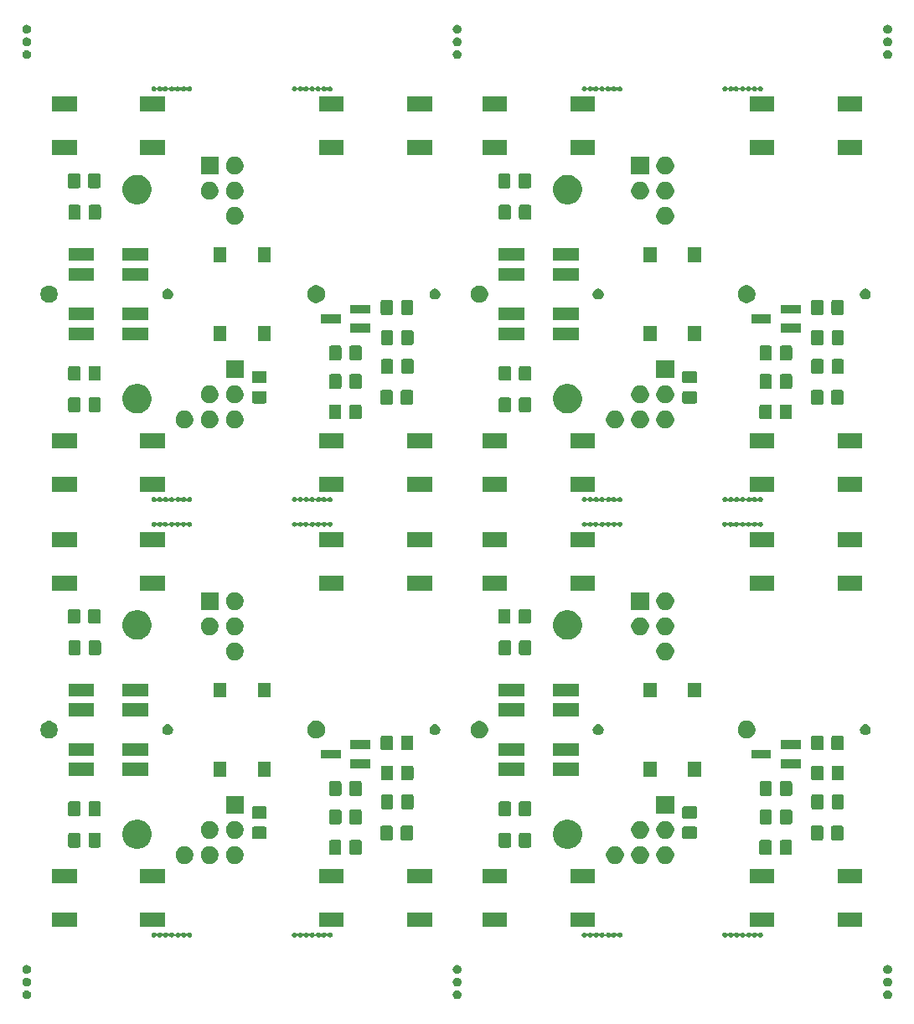
<source format=gbr>
G04 #@! TF.GenerationSoftware,KiCad,Pcbnew,(5.0.2)-1*
G04 #@! TF.CreationDate,2020-07-10T17:38:52+02:00*
G04 #@! TF.ProjectId,IKEA_Button2,494b4541-5f42-4757-9474-6f6e322e6b69,rev?*
G04 #@! TF.SameCoordinates,Original*
G04 #@! TF.FileFunction,Soldermask,Top*
G04 #@! TF.FilePolarity,Negative*
%FSLAX46Y46*%
G04 Gerber Fmt 4.6, Leading zero omitted, Abs format (unit mm)*
G04 Created by KiCad (PCBNEW (5.0.2)-1) date 10-07-2020 17:38:52*
%MOMM*%
%LPD*%
G01*
G04 APERTURE LIST*
%ADD10C,0.100000*%
G04 APERTURE END LIST*
D10*
G36*
X42381552Y-98346336D02*
X42463625Y-98380332D01*
X42463626Y-98380333D01*
X42463629Y-98380334D01*
X42537496Y-98429691D01*
X42537500Y-98429694D01*
X42600311Y-98492505D01*
X42600313Y-98492508D01*
X42600314Y-98492509D01*
X42649671Y-98566376D01*
X42649672Y-98566379D01*
X42649673Y-98566380D01*
X42683669Y-98648453D01*
X42701000Y-98735584D01*
X42701000Y-98824426D01*
X42683669Y-98911557D01*
X42649673Y-98993630D01*
X42649671Y-98993634D01*
X42600314Y-99067501D01*
X42600311Y-99067505D01*
X42537500Y-99130316D01*
X42537497Y-99130318D01*
X42537496Y-99130319D01*
X42463629Y-99179676D01*
X42463626Y-99179677D01*
X42463625Y-99179678D01*
X42381552Y-99213674D01*
X42294421Y-99231005D01*
X42205579Y-99231005D01*
X42118448Y-99213674D01*
X42036375Y-99179678D01*
X42036374Y-99179677D01*
X42036371Y-99179676D01*
X41962504Y-99130319D01*
X41962503Y-99130318D01*
X41962500Y-99130316D01*
X41899689Y-99067505D01*
X41899686Y-99067501D01*
X41850329Y-98993634D01*
X41850327Y-98993630D01*
X41816331Y-98911557D01*
X41799000Y-98824426D01*
X41799000Y-98735584D01*
X41816331Y-98648453D01*
X41850327Y-98566380D01*
X41850328Y-98566379D01*
X41850329Y-98566376D01*
X41899686Y-98492509D01*
X41899687Y-98492508D01*
X41899689Y-98492505D01*
X41962500Y-98429694D01*
X41962504Y-98429691D01*
X42036371Y-98380334D01*
X42036374Y-98380333D01*
X42036375Y-98380332D01*
X42118448Y-98346336D01*
X42205579Y-98329005D01*
X42294421Y-98329005D01*
X42381552Y-98346336D01*
X42381552Y-98346336D01*
G37*
G36*
X85881552Y-98346336D02*
X85963625Y-98380332D01*
X85963626Y-98380333D01*
X85963629Y-98380334D01*
X86037496Y-98429691D01*
X86037500Y-98429694D01*
X86100311Y-98492505D01*
X86100313Y-98492508D01*
X86100314Y-98492509D01*
X86149671Y-98566376D01*
X86149672Y-98566379D01*
X86149673Y-98566380D01*
X86183669Y-98648453D01*
X86201000Y-98735584D01*
X86201000Y-98824426D01*
X86183669Y-98911557D01*
X86149673Y-98993630D01*
X86149671Y-98993634D01*
X86100314Y-99067501D01*
X86100311Y-99067505D01*
X86037500Y-99130316D01*
X86037497Y-99130318D01*
X86037496Y-99130319D01*
X85963629Y-99179676D01*
X85963626Y-99179677D01*
X85963625Y-99179678D01*
X85881552Y-99213674D01*
X85794421Y-99231005D01*
X85705579Y-99231005D01*
X85618448Y-99213674D01*
X85536375Y-99179678D01*
X85536374Y-99179677D01*
X85536371Y-99179676D01*
X85462504Y-99130319D01*
X85462503Y-99130318D01*
X85462500Y-99130316D01*
X85399689Y-99067505D01*
X85399686Y-99067501D01*
X85350329Y-98993634D01*
X85350327Y-98993630D01*
X85316331Y-98911557D01*
X85299000Y-98824426D01*
X85299000Y-98735584D01*
X85316331Y-98648453D01*
X85350327Y-98566380D01*
X85350328Y-98566379D01*
X85350329Y-98566376D01*
X85399686Y-98492509D01*
X85399687Y-98492508D01*
X85399689Y-98492505D01*
X85462500Y-98429694D01*
X85462504Y-98429691D01*
X85536371Y-98380334D01*
X85536374Y-98380333D01*
X85536375Y-98380332D01*
X85618448Y-98346336D01*
X85705579Y-98329005D01*
X85794421Y-98329005D01*
X85881552Y-98346336D01*
X85881552Y-98346336D01*
G37*
G36*
X129381552Y-98346336D02*
X129463625Y-98380332D01*
X129463626Y-98380333D01*
X129463629Y-98380334D01*
X129537496Y-98429691D01*
X129537500Y-98429694D01*
X129600311Y-98492505D01*
X129600313Y-98492508D01*
X129600314Y-98492509D01*
X129649671Y-98566376D01*
X129649672Y-98566379D01*
X129649673Y-98566380D01*
X129683669Y-98648453D01*
X129701000Y-98735584D01*
X129701000Y-98824426D01*
X129683669Y-98911557D01*
X129649673Y-98993630D01*
X129649671Y-98993634D01*
X129600314Y-99067501D01*
X129600311Y-99067505D01*
X129537500Y-99130316D01*
X129537497Y-99130318D01*
X129537496Y-99130319D01*
X129463629Y-99179676D01*
X129463626Y-99179677D01*
X129463625Y-99179678D01*
X129381552Y-99213674D01*
X129294421Y-99231005D01*
X129205579Y-99231005D01*
X129118448Y-99213674D01*
X129036375Y-99179678D01*
X129036374Y-99179677D01*
X129036371Y-99179676D01*
X128962504Y-99130319D01*
X128962503Y-99130318D01*
X128962500Y-99130316D01*
X128899689Y-99067505D01*
X128899686Y-99067501D01*
X128850329Y-98993634D01*
X128850327Y-98993630D01*
X128816331Y-98911557D01*
X128799000Y-98824426D01*
X128799000Y-98735584D01*
X128816331Y-98648453D01*
X128850327Y-98566380D01*
X128850328Y-98566379D01*
X128850329Y-98566376D01*
X128899686Y-98492509D01*
X128899687Y-98492508D01*
X128899689Y-98492505D01*
X128962500Y-98429694D01*
X128962504Y-98429691D01*
X129036371Y-98380334D01*
X129036374Y-98380333D01*
X129036375Y-98380332D01*
X129118448Y-98346336D01*
X129205579Y-98329005D01*
X129294421Y-98329005D01*
X129381552Y-98346336D01*
X129381552Y-98346336D01*
G37*
G36*
X129381552Y-97066331D02*
X129463625Y-97100327D01*
X129463626Y-97100328D01*
X129463629Y-97100329D01*
X129537496Y-97149686D01*
X129537500Y-97149689D01*
X129600311Y-97212500D01*
X129600313Y-97212503D01*
X129600314Y-97212504D01*
X129649671Y-97286371D01*
X129649672Y-97286374D01*
X129649673Y-97286375D01*
X129683669Y-97368448D01*
X129701000Y-97455579D01*
X129701000Y-97544421D01*
X129683669Y-97631552D01*
X129649673Y-97713625D01*
X129649671Y-97713629D01*
X129600314Y-97787496D01*
X129600311Y-97787500D01*
X129537500Y-97850311D01*
X129537497Y-97850313D01*
X129537496Y-97850314D01*
X129463629Y-97899671D01*
X129463626Y-97899672D01*
X129463625Y-97899673D01*
X129381552Y-97933669D01*
X129294421Y-97951000D01*
X129205579Y-97951000D01*
X129118448Y-97933669D01*
X129036375Y-97899673D01*
X129036374Y-97899672D01*
X129036371Y-97899671D01*
X128962504Y-97850314D01*
X128962503Y-97850313D01*
X128962500Y-97850311D01*
X128899689Y-97787500D01*
X128899686Y-97787496D01*
X128850329Y-97713629D01*
X128850327Y-97713625D01*
X128816331Y-97631552D01*
X128799000Y-97544421D01*
X128799000Y-97455579D01*
X128816331Y-97368448D01*
X128850327Y-97286375D01*
X128850328Y-97286374D01*
X128850329Y-97286371D01*
X128899686Y-97212504D01*
X128899687Y-97212503D01*
X128899689Y-97212500D01*
X128962500Y-97149689D01*
X128962504Y-97149686D01*
X129036371Y-97100329D01*
X129036374Y-97100328D01*
X129036375Y-97100327D01*
X129118448Y-97066331D01*
X129205579Y-97049000D01*
X129294421Y-97049000D01*
X129381552Y-97066331D01*
X129381552Y-97066331D01*
G37*
G36*
X85881552Y-97066331D02*
X85963625Y-97100327D01*
X85963626Y-97100328D01*
X85963629Y-97100329D01*
X86037496Y-97149686D01*
X86037500Y-97149689D01*
X86100311Y-97212500D01*
X86100313Y-97212503D01*
X86100314Y-97212504D01*
X86149671Y-97286371D01*
X86149672Y-97286374D01*
X86149673Y-97286375D01*
X86183669Y-97368448D01*
X86201000Y-97455579D01*
X86201000Y-97544421D01*
X86183669Y-97631552D01*
X86149673Y-97713625D01*
X86149671Y-97713629D01*
X86100314Y-97787496D01*
X86100311Y-97787500D01*
X86037500Y-97850311D01*
X86037497Y-97850313D01*
X86037496Y-97850314D01*
X85963629Y-97899671D01*
X85963626Y-97899672D01*
X85963625Y-97899673D01*
X85881552Y-97933669D01*
X85794421Y-97951000D01*
X85705579Y-97951000D01*
X85618448Y-97933669D01*
X85536375Y-97899673D01*
X85536374Y-97899672D01*
X85536371Y-97899671D01*
X85462504Y-97850314D01*
X85462503Y-97850313D01*
X85462500Y-97850311D01*
X85399689Y-97787500D01*
X85399686Y-97787496D01*
X85350329Y-97713629D01*
X85350327Y-97713625D01*
X85316331Y-97631552D01*
X85299000Y-97544421D01*
X85299000Y-97455579D01*
X85316331Y-97368448D01*
X85350327Y-97286375D01*
X85350328Y-97286374D01*
X85350329Y-97286371D01*
X85399686Y-97212504D01*
X85399687Y-97212503D01*
X85399689Y-97212500D01*
X85462500Y-97149689D01*
X85462504Y-97149686D01*
X85536371Y-97100329D01*
X85536374Y-97100328D01*
X85536375Y-97100327D01*
X85618448Y-97066331D01*
X85705579Y-97049000D01*
X85794421Y-97049000D01*
X85881552Y-97066331D01*
X85881552Y-97066331D01*
G37*
G36*
X42381552Y-97066331D02*
X42463625Y-97100327D01*
X42463626Y-97100328D01*
X42463629Y-97100329D01*
X42537496Y-97149686D01*
X42537500Y-97149689D01*
X42600311Y-97212500D01*
X42600313Y-97212503D01*
X42600314Y-97212504D01*
X42649671Y-97286371D01*
X42649672Y-97286374D01*
X42649673Y-97286375D01*
X42683669Y-97368448D01*
X42701000Y-97455579D01*
X42701000Y-97544421D01*
X42683669Y-97631552D01*
X42649673Y-97713625D01*
X42649671Y-97713629D01*
X42600314Y-97787496D01*
X42600311Y-97787500D01*
X42537500Y-97850311D01*
X42537497Y-97850313D01*
X42537496Y-97850314D01*
X42463629Y-97899671D01*
X42463626Y-97899672D01*
X42463625Y-97899673D01*
X42381552Y-97933669D01*
X42294421Y-97951000D01*
X42205579Y-97951000D01*
X42118448Y-97933669D01*
X42036375Y-97899673D01*
X42036374Y-97899672D01*
X42036371Y-97899671D01*
X41962504Y-97850314D01*
X41962503Y-97850313D01*
X41962500Y-97850311D01*
X41899689Y-97787500D01*
X41899686Y-97787496D01*
X41850329Y-97713629D01*
X41850327Y-97713625D01*
X41816331Y-97631552D01*
X41799000Y-97544421D01*
X41799000Y-97455579D01*
X41816331Y-97368448D01*
X41850327Y-97286375D01*
X41850328Y-97286374D01*
X41850329Y-97286371D01*
X41899686Y-97212504D01*
X41899687Y-97212503D01*
X41899689Y-97212500D01*
X41962500Y-97149689D01*
X41962504Y-97149686D01*
X42036371Y-97100329D01*
X42036374Y-97100328D01*
X42036375Y-97100327D01*
X42118448Y-97066331D01*
X42205579Y-97049000D01*
X42294421Y-97049000D01*
X42381552Y-97066331D01*
X42381552Y-97066331D01*
G37*
G36*
X85881552Y-95786326D02*
X85963625Y-95820322D01*
X85963626Y-95820323D01*
X85963629Y-95820324D01*
X86037496Y-95869681D01*
X86037500Y-95869684D01*
X86100311Y-95932495D01*
X86100313Y-95932498D01*
X86100314Y-95932499D01*
X86149671Y-96006366D01*
X86149672Y-96006369D01*
X86149673Y-96006370D01*
X86183669Y-96088443D01*
X86201000Y-96175574D01*
X86201000Y-96264416D01*
X86183669Y-96351547D01*
X86149673Y-96433620D01*
X86149671Y-96433624D01*
X86100314Y-96507491D01*
X86100311Y-96507495D01*
X86037500Y-96570306D01*
X86037497Y-96570308D01*
X86037496Y-96570309D01*
X85963629Y-96619666D01*
X85963626Y-96619667D01*
X85963625Y-96619668D01*
X85881552Y-96653664D01*
X85794421Y-96670995D01*
X85705579Y-96670995D01*
X85618448Y-96653664D01*
X85536375Y-96619668D01*
X85536374Y-96619667D01*
X85536371Y-96619666D01*
X85462504Y-96570309D01*
X85462503Y-96570308D01*
X85462500Y-96570306D01*
X85399689Y-96507495D01*
X85399686Y-96507491D01*
X85350329Y-96433624D01*
X85350327Y-96433620D01*
X85316331Y-96351547D01*
X85299000Y-96264416D01*
X85299000Y-96175574D01*
X85316331Y-96088443D01*
X85350327Y-96006370D01*
X85350328Y-96006369D01*
X85350329Y-96006366D01*
X85399686Y-95932499D01*
X85399687Y-95932498D01*
X85399689Y-95932495D01*
X85462500Y-95869684D01*
X85462504Y-95869681D01*
X85536371Y-95820324D01*
X85536374Y-95820323D01*
X85536375Y-95820322D01*
X85618448Y-95786326D01*
X85705579Y-95768995D01*
X85794421Y-95768995D01*
X85881552Y-95786326D01*
X85881552Y-95786326D01*
G37*
G36*
X129381552Y-95786326D02*
X129463625Y-95820322D01*
X129463626Y-95820323D01*
X129463629Y-95820324D01*
X129537496Y-95869681D01*
X129537500Y-95869684D01*
X129600311Y-95932495D01*
X129600313Y-95932498D01*
X129600314Y-95932499D01*
X129649671Y-96006366D01*
X129649672Y-96006369D01*
X129649673Y-96006370D01*
X129683669Y-96088443D01*
X129701000Y-96175574D01*
X129701000Y-96264416D01*
X129683669Y-96351547D01*
X129649673Y-96433620D01*
X129649671Y-96433624D01*
X129600314Y-96507491D01*
X129600311Y-96507495D01*
X129537500Y-96570306D01*
X129537497Y-96570308D01*
X129537496Y-96570309D01*
X129463629Y-96619666D01*
X129463626Y-96619667D01*
X129463625Y-96619668D01*
X129381552Y-96653664D01*
X129294421Y-96670995D01*
X129205579Y-96670995D01*
X129118448Y-96653664D01*
X129036375Y-96619668D01*
X129036374Y-96619667D01*
X129036371Y-96619666D01*
X128962504Y-96570309D01*
X128962503Y-96570308D01*
X128962500Y-96570306D01*
X128899689Y-96507495D01*
X128899686Y-96507491D01*
X128850329Y-96433624D01*
X128850327Y-96433620D01*
X128816331Y-96351547D01*
X128799000Y-96264416D01*
X128799000Y-96175574D01*
X128816331Y-96088443D01*
X128850327Y-96006370D01*
X128850328Y-96006369D01*
X128850329Y-96006366D01*
X128899686Y-95932499D01*
X128899687Y-95932498D01*
X128899689Y-95932495D01*
X128962500Y-95869684D01*
X128962504Y-95869681D01*
X129036371Y-95820324D01*
X129036374Y-95820323D01*
X129036375Y-95820322D01*
X129118448Y-95786326D01*
X129205579Y-95768995D01*
X129294421Y-95768995D01*
X129381552Y-95786326D01*
X129381552Y-95786326D01*
G37*
G36*
X42381552Y-95786326D02*
X42463625Y-95820322D01*
X42463626Y-95820323D01*
X42463629Y-95820324D01*
X42537496Y-95869681D01*
X42537500Y-95869684D01*
X42600311Y-95932495D01*
X42600313Y-95932498D01*
X42600314Y-95932499D01*
X42649671Y-96006366D01*
X42649672Y-96006369D01*
X42649673Y-96006370D01*
X42683669Y-96088443D01*
X42701000Y-96175574D01*
X42701000Y-96264416D01*
X42683669Y-96351547D01*
X42649673Y-96433620D01*
X42649671Y-96433624D01*
X42600314Y-96507491D01*
X42600311Y-96507495D01*
X42537500Y-96570306D01*
X42537497Y-96570308D01*
X42537496Y-96570309D01*
X42463629Y-96619666D01*
X42463626Y-96619667D01*
X42463625Y-96619668D01*
X42381552Y-96653664D01*
X42294421Y-96670995D01*
X42205579Y-96670995D01*
X42118448Y-96653664D01*
X42036375Y-96619668D01*
X42036374Y-96619667D01*
X42036371Y-96619666D01*
X41962504Y-96570309D01*
X41962503Y-96570308D01*
X41962500Y-96570306D01*
X41899689Y-96507495D01*
X41899686Y-96507491D01*
X41850329Y-96433624D01*
X41850327Y-96433620D01*
X41816331Y-96351547D01*
X41799000Y-96264416D01*
X41799000Y-96175574D01*
X41816331Y-96088443D01*
X41850327Y-96006370D01*
X41850328Y-96006369D01*
X41850329Y-96006366D01*
X41899686Y-95932499D01*
X41899687Y-95932498D01*
X41899689Y-95932495D01*
X41962500Y-95869684D01*
X41962504Y-95869681D01*
X42036371Y-95820324D01*
X42036374Y-95820323D01*
X42036375Y-95820322D01*
X42118448Y-95786326D01*
X42205579Y-95768995D01*
X42294421Y-95768995D01*
X42381552Y-95786326D01*
X42381552Y-95786326D01*
G37*
G36*
X55173214Y-92506546D02*
X55173217Y-92506547D01*
X55173216Y-92506547D01*
X55218892Y-92525466D01*
X55260004Y-92552936D01*
X55294962Y-92587894D01*
X55296066Y-92589546D01*
X55311612Y-92608488D01*
X55330554Y-92624034D01*
X55352165Y-92635585D01*
X55375614Y-92642698D01*
X55400000Y-92645100D01*
X55424386Y-92642698D01*
X55447836Y-92635585D01*
X55469446Y-92624034D01*
X55488388Y-92608488D01*
X55503934Y-92589546D01*
X55505038Y-92587894D01*
X55539996Y-92552936D01*
X55581108Y-92525466D01*
X55626784Y-92506547D01*
X55626783Y-92506547D01*
X55626786Y-92506546D01*
X55675279Y-92496900D01*
X55724721Y-92496900D01*
X55773214Y-92506546D01*
X55773217Y-92506547D01*
X55773216Y-92506547D01*
X55818892Y-92525466D01*
X55860004Y-92552936D01*
X55894962Y-92587894D01*
X55896066Y-92589546D01*
X55911612Y-92608488D01*
X55930554Y-92624034D01*
X55952165Y-92635585D01*
X55975614Y-92642698D01*
X56000000Y-92645100D01*
X56024386Y-92642698D01*
X56047836Y-92635585D01*
X56069446Y-92624034D01*
X56088388Y-92608488D01*
X56103934Y-92589546D01*
X56105038Y-92587894D01*
X56139996Y-92552936D01*
X56181108Y-92525466D01*
X56226784Y-92506547D01*
X56226783Y-92506547D01*
X56226786Y-92506546D01*
X56275279Y-92496900D01*
X56324721Y-92496900D01*
X56373214Y-92506546D01*
X56373217Y-92506547D01*
X56373216Y-92506547D01*
X56418892Y-92525466D01*
X56460004Y-92552936D01*
X56494962Y-92587894D01*
X56496066Y-92589546D01*
X56511612Y-92608488D01*
X56530554Y-92624034D01*
X56552165Y-92635585D01*
X56575614Y-92642698D01*
X56600000Y-92645100D01*
X56624386Y-92642698D01*
X56647836Y-92635585D01*
X56669446Y-92624034D01*
X56688388Y-92608488D01*
X56703934Y-92589546D01*
X56705038Y-92587894D01*
X56739996Y-92552936D01*
X56781108Y-92525466D01*
X56826784Y-92506547D01*
X56826783Y-92506547D01*
X56826786Y-92506546D01*
X56875279Y-92496900D01*
X56924721Y-92496900D01*
X56973214Y-92506546D01*
X56973217Y-92506547D01*
X56973216Y-92506547D01*
X57018892Y-92525466D01*
X57060004Y-92552936D01*
X57094964Y-92587896D01*
X57116062Y-92619471D01*
X57131607Y-92638413D01*
X57150549Y-92653958D01*
X57172160Y-92665509D01*
X57195610Y-92672622D01*
X57219996Y-92675024D01*
X57244382Y-92672622D01*
X57267831Y-92665509D01*
X57289442Y-92653957D01*
X57308384Y-92638412D01*
X57323928Y-92619471D01*
X57345026Y-92587896D01*
X57379986Y-92552936D01*
X57421098Y-92525466D01*
X57466774Y-92506547D01*
X57466773Y-92506547D01*
X57466776Y-92506546D01*
X57515269Y-92496900D01*
X57564711Y-92496900D01*
X57613204Y-92506546D01*
X57613207Y-92506547D01*
X57613206Y-92506547D01*
X57658882Y-92525466D01*
X57699994Y-92552936D01*
X57731607Y-92584549D01*
X57750549Y-92600095D01*
X57772160Y-92611646D01*
X57795609Y-92618759D01*
X57819995Y-92621161D01*
X57844381Y-92618759D01*
X57867830Y-92611646D01*
X57889441Y-92600095D01*
X57908383Y-92584549D01*
X57939996Y-92552936D01*
X57981108Y-92525466D01*
X58026784Y-92506547D01*
X58026783Y-92506547D01*
X58026786Y-92506546D01*
X58075279Y-92496900D01*
X58124721Y-92496900D01*
X58173214Y-92506546D01*
X58173217Y-92506547D01*
X58173216Y-92506547D01*
X58218892Y-92525466D01*
X58260004Y-92552936D01*
X58294962Y-92587894D01*
X58296066Y-92589546D01*
X58311612Y-92608488D01*
X58330554Y-92624034D01*
X58352165Y-92635585D01*
X58375614Y-92642698D01*
X58400000Y-92645100D01*
X58424386Y-92642698D01*
X58447836Y-92635585D01*
X58469446Y-92624034D01*
X58488388Y-92608488D01*
X58503934Y-92589546D01*
X58505038Y-92587894D01*
X58539996Y-92552936D01*
X58581108Y-92525466D01*
X58626784Y-92506547D01*
X58626783Y-92506547D01*
X58626786Y-92506546D01*
X58675279Y-92496900D01*
X58724721Y-92496900D01*
X58773214Y-92506546D01*
X58773217Y-92506547D01*
X58773216Y-92506547D01*
X58818892Y-92525466D01*
X58860004Y-92552936D01*
X58894964Y-92587896D01*
X58922434Y-92629008D01*
X58928104Y-92642698D01*
X58941354Y-92674686D01*
X58951000Y-92723179D01*
X58951000Y-92772621D01*
X58941354Y-92821114D01*
X58941353Y-92821116D01*
X58922434Y-92866792D01*
X58894964Y-92907904D01*
X58860004Y-92942864D01*
X58818892Y-92970334D01*
X58783563Y-92984967D01*
X58773214Y-92989254D01*
X58724721Y-92998900D01*
X58675279Y-92998900D01*
X58626786Y-92989254D01*
X58616437Y-92984967D01*
X58581108Y-92970334D01*
X58539996Y-92942864D01*
X58505038Y-92907906D01*
X58503934Y-92906254D01*
X58488388Y-92887312D01*
X58469446Y-92871766D01*
X58447835Y-92860215D01*
X58424386Y-92853102D01*
X58400000Y-92850700D01*
X58375614Y-92853102D01*
X58352164Y-92860215D01*
X58330554Y-92871766D01*
X58311612Y-92887312D01*
X58296066Y-92906254D01*
X58294962Y-92907906D01*
X58260004Y-92942864D01*
X58218892Y-92970334D01*
X58183563Y-92984967D01*
X58173214Y-92989254D01*
X58124721Y-92998900D01*
X58075279Y-92998900D01*
X58026786Y-92989254D01*
X58016437Y-92984967D01*
X57981108Y-92970334D01*
X57939996Y-92942864D01*
X57908383Y-92911251D01*
X57889441Y-92895705D01*
X57867830Y-92884154D01*
X57844381Y-92877041D01*
X57819995Y-92874639D01*
X57795609Y-92877041D01*
X57772160Y-92884154D01*
X57750549Y-92895705D01*
X57731607Y-92911251D01*
X57699994Y-92942864D01*
X57658882Y-92970334D01*
X57623553Y-92984967D01*
X57613204Y-92989254D01*
X57564711Y-92998900D01*
X57515269Y-92998900D01*
X57466776Y-92989254D01*
X57456427Y-92984967D01*
X57421098Y-92970334D01*
X57379986Y-92942864D01*
X57345026Y-92907904D01*
X57323928Y-92876329D01*
X57308383Y-92857387D01*
X57289441Y-92841842D01*
X57267830Y-92830291D01*
X57244380Y-92823178D01*
X57219994Y-92820776D01*
X57195608Y-92823178D01*
X57172159Y-92830291D01*
X57150548Y-92841843D01*
X57131606Y-92857388D01*
X57116062Y-92876329D01*
X57094964Y-92907904D01*
X57060004Y-92942864D01*
X57018892Y-92970334D01*
X56983563Y-92984967D01*
X56973214Y-92989254D01*
X56924721Y-92998900D01*
X56875279Y-92998900D01*
X56826786Y-92989254D01*
X56816437Y-92984967D01*
X56781108Y-92970334D01*
X56739996Y-92942864D01*
X56705038Y-92907906D01*
X56703934Y-92906254D01*
X56688388Y-92887312D01*
X56669446Y-92871766D01*
X56647835Y-92860215D01*
X56624386Y-92853102D01*
X56600000Y-92850700D01*
X56575614Y-92853102D01*
X56552164Y-92860215D01*
X56530554Y-92871766D01*
X56511612Y-92887312D01*
X56496066Y-92906254D01*
X56494962Y-92907906D01*
X56460004Y-92942864D01*
X56418892Y-92970334D01*
X56383563Y-92984967D01*
X56373214Y-92989254D01*
X56324721Y-92998900D01*
X56275279Y-92998900D01*
X56226786Y-92989254D01*
X56216437Y-92984967D01*
X56181108Y-92970334D01*
X56139996Y-92942864D01*
X56105038Y-92907906D01*
X56103934Y-92906254D01*
X56088388Y-92887312D01*
X56069446Y-92871766D01*
X56047835Y-92860215D01*
X56024386Y-92853102D01*
X56000000Y-92850700D01*
X55975614Y-92853102D01*
X55952164Y-92860215D01*
X55930554Y-92871766D01*
X55911612Y-92887312D01*
X55896066Y-92906254D01*
X55894962Y-92907906D01*
X55860004Y-92942864D01*
X55818892Y-92970334D01*
X55783563Y-92984967D01*
X55773214Y-92989254D01*
X55724721Y-92998900D01*
X55675279Y-92998900D01*
X55626786Y-92989254D01*
X55616437Y-92984967D01*
X55581108Y-92970334D01*
X55539996Y-92942864D01*
X55505038Y-92907906D01*
X55503934Y-92906254D01*
X55488388Y-92887312D01*
X55469446Y-92871766D01*
X55447835Y-92860215D01*
X55424386Y-92853102D01*
X55400000Y-92850700D01*
X55375614Y-92853102D01*
X55352164Y-92860215D01*
X55330554Y-92871766D01*
X55311612Y-92887312D01*
X55296066Y-92906254D01*
X55294962Y-92907906D01*
X55260004Y-92942864D01*
X55218892Y-92970334D01*
X55183563Y-92984967D01*
X55173214Y-92989254D01*
X55124721Y-92998900D01*
X55075279Y-92998900D01*
X55026786Y-92989254D01*
X55016437Y-92984967D01*
X54981108Y-92970334D01*
X54939996Y-92942864D01*
X54905036Y-92907904D01*
X54877566Y-92866792D01*
X54858647Y-92821116D01*
X54858646Y-92821114D01*
X54849000Y-92772621D01*
X54849000Y-92723179D01*
X54858646Y-92674686D01*
X54871896Y-92642698D01*
X54877566Y-92629008D01*
X54905036Y-92587896D01*
X54939996Y-92552936D01*
X54981108Y-92525466D01*
X55026784Y-92506547D01*
X55026783Y-92506547D01*
X55026786Y-92506546D01*
X55075279Y-92496900D01*
X55124721Y-92496900D01*
X55173214Y-92506546D01*
X55173214Y-92506546D01*
G37*
G36*
X112873214Y-92506546D02*
X112873217Y-92506547D01*
X112873216Y-92506547D01*
X112918892Y-92525466D01*
X112960004Y-92552936D01*
X112994962Y-92587894D01*
X112996066Y-92589546D01*
X113011612Y-92608488D01*
X113030554Y-92624034D01*
X113052165Y-92635585D01*
X113075614Y-92642698D01*
X113100000Y-92645100D01*
X113124386Y-92642698D01*
X113147836Y-92635585D01*
X113169446Y-92624034D01*
X113188388Y-92608488D01*
X113203934Y-92589546D01*
X113205038Y-92587894D01*
X113239996Y-92552936D01*
X113281108Y-92525466D01*
X113326784Y-92506547D01*
X113326783Y-92506547D01*
X113326786Y-92506546D01*
X113375279Y-92496900D01*
X113424721Y-92496900D01*
X113473214Y-92506546D01*
X113473217Y-92506547D01*
X113473216Y-92506547D01*
X113518892Y-92525466D01*
X113560004Y-92552936D01*
X113594962Y-92587894D01*
X113596066Y-92589546D01*
X113611612Y-92608488D01*
X113630554Y-92624034D01*
X113652165Y-92635585D01*
X113675614Y-92642698D01*
X113700000Y-92645100D01*
X113724386Y-92642698D01*
X113747836Y-92635585D01*
X113769446Y-92624034D01*
X113788388Y-92608488D01*
X113803934Y-92589546D01*
X113805038Y-92587894D01*
X113839996Y-92552936D01*
X113881108Y-92525466D01*
X113926784Y-92506547D01*
X113926783Y-92506547D01*
X113926786Y-92506546D01*
X113975279Y-92496900D01*
X114024721Y-92496900D01*
X114073214Y-92506546D01*
X114073217Y-92506547D01*
X114073216Y-92506547D01*
X114118892Y-92525466D01*
X114160004Y-92552936D01*
X114194962Y-92587894D01*
X114196066Y-92589546D01*
X114211612Y-92608488D01*
X114230554Y-92624034D01*
X114252165Y-92635585D01*
X114275614Y-92642698D01*
X114300000Y-92645100D01*
X114324386Y-92642698D01*
X114347836Y-92635585D01*
X114369446Y-92624034D01*
X114388388Y-92608488D01*
X114403934Y-92589546D01*
X114405038Y-92587894D01*
X114439996Y-92552936D01*
X114481108Y-92525466D01*
X114526784Y-92506547D01*
X114526783Y-92506547D01*
X114526786Y-92506546D01*
X114575279Y-92496900D01*
X114624721Y-92496900D01*
X114673214Y-92506546D01*
X114673217Y-92506547D01*
X114673216Y-92506547D01*
X114718892Y-92525466D01*
X114760004Y-92552936D01*
X114794964Y-92587896D01*
X114816062Y-92619471D01*
X114831607Y-92638413D01*
X114850549Y-92653958D01*
X114872160Y-92665509D01*
X114895610Y-92672622D01*
X114919996Y-92675024D01*
X114944382Y-92672622D01*
X114967831Y-92665509D01*
X114989442Y-92653957D01*
X115008384Y-92638412D01*
X115023928Y-92619471D01*
X115045026Y-92587896D01*
X115079986Y-92552936D01*
X115121098Y-92525466D01*
X115166774Y-92506547D01*
X115166773Y-92506547D01*
X115166776Y-92506546D01*
X115215269Y-92496900D01*
X115264711Y-92496900D01*
X115313204Y-92506546D01*
X115313207Y-92506547D01*
X115313206Y-92506547D01*
X115358882Y-92525466D01*
X115399994Y-92552936D01*
X115431607Y-92584549D01*
X115450549Y-92600095D01*
X115472160Y-92611646D01*
X115495609Y-92618759D01*
X115519995Y-92621161D01*
X115544381Y-92618759D01*
X115567830Y-92611646D01*
X115589441Y-92600095D01*
X115608383Y-92584549D01*
X115639996Y-92552936D01*
X115681108Y-92525466D01*
X115726784Y-92506547D01*
X115726783Y-92506547D01*
X115726786Y-92506546D01*
X115775279Y-92496900D01*
X115824721Y-92496900D01*
X115873214Y-92506546D01*
X115873217Y-92506547D01*
X115873216Y-92506547D01*
X115918892Y-92525466D01*
X115960004Y-92552936D01*
X115994962Y-92587894D01*
X115996066Y-92589546D01*
X116011612Y-92608488D01*
X116030554Y-92624034D01*
X116052165Y-92635585D01*
X116075614Y-92642698D01*
X116100000Y-92645100D01*
X116124386Y-92642698D01*
X116147836Y-92635585D01*
X116169446Y-92624034D01*
X116188388Y-92608488D01*
X116203934Y-92589546D01*
X116205038Y-92587894D01*
X116239996Y-92552936D01*
X116281108Y-92525466D01*
X116326784Y-92506547D01*
X116326783Y-92506547D01*
X116326786Y-92506546D01*
X116375279Y-92496900D01*
X116424721Y-92496900D01*
X116473214Y-92506546D01*
X116473217Y-92506547D01*
X116473216Y-92506547D01*
X116518892Y-92525466D01*
X116560004Y-92552936D01*
X116594964Y-92587896D01*
X116622434Y-92629008D01*
X116628104Y-92642698D01*
X116641354Y-92674686D01*
X116651000Y-92723179D01*
X116651000Y-92772621D01*
X116641354Y-92821114D01*
X116641353Y-92821116D01*
X116622434Y-92866792D01*
X116594964Y-92907904D01*
X116560004Y-92942864D01*
X116518892Y-92970334D01*
X116483563Y-92984967D01*
X116473214Y-92989254D01*
X116424721Y-92998900D01*
X116375279Y-92998900D01*
X116326786Y-92989254D01*
X116316437Y-92984967D01*
X116281108Y-92970334D01*
X116239996Y-92942864D01*
X116205038Y-92907906D01*
X116203934Y-92906254D01*
X116188388Y-92887312D01*
X116169446Y-92871766D01*
X116147835Y-92860215D01*
X116124386Y-92853102D01*
X116100000Y-92850700D01*
X116075614Y-92853102D01*
X116052164Y-92860215D01*
X116030554Y-92871766D01*
X116011612Y-92887312D01*
X115996066Y-92906254D01*
X115994962Y-92907906D01*
X115960004Y-92942864D01*
X115918892Y-92970334D01*
X115883563Y-92984967D01*
X115873214Y-92989254D01*
X115824721Y-92998900D01*
X115775279Y-92998900D01*
X115726786Y-92989254D01*
X115716437Y-92984967D01*
X115681108Y-92970334D01*
X115639996Y-92942864D01*
X115608383Y-92911251D01*
X115589441Y-92895705D01*
X115567830Y-92884154D01*
X115544381Y-92877041D01*
X115519995Y-92874639D01*
X115495609Y-92877041D01*
X115472160Y-92884154D01*
X115450549Y-92895705D01*
X115431607Y-92911251D01*
X115399994Y-92942864D01*
X115358882Y-92970334D01*
X115323553Y-92984967D01*
X115313204Y-92989254D01*
X115264711Y-92998900D01*
X115215269Y-92998900D01*
X115166776Y-92989254D01*
X115156427Y-92984967D01*
X115121098Y-92970334D01*
X115079986Y-92942864D01*
X115045026Y-92907904D01*
X115023928Y-92876329D01*
X115008383Y-92857387D01*
X114989441Y-92841842D01*
X114967830Y-92830291D01*
X114944380Y-92823178D01*
X114919994Y-92820776D01*
X114895608Y-92823178D01*
X114872159Y-92830291D01*
X114850548Y-92841843D01*
X114831606Y-92857388D01*
X114816062Y-92876329D01*
X114794964Y-92907904D01*
X114760004Y-92942864D01*
X114718892Y-92970334D01*
X114683563Y-92984967D01*
X114673214Y-92989254D01*
X114624721Y-92998900D01*
X114575279Y-92998900D01*
X114526786Y-92989254D01*
X114516437Y-92984967D01*
X114481108Y-92970334D01*
X114439996Y-92942864D01*
X114405038Y-92907906D01*
X114403934Y-92906254D01*
X114388388Y-92887312D01*
X114369446Y-92871766D01*
X114347835Y-92860215D01*
X114324386Y-92853102D01*
X114300000Y-92850700D01*
X114275614Y-92853102D01*
X114252164Y-92860215D01*
X114230554Y-92871766D01*
X114211612Y-92887312D01*
X114196066Y-92906254D01*
X114194962Y-92907906D01*
X114160004Y-92942864D01*
X114118892Y-92970334D01*
X114083563Y-92984967D01*
X114073214Y-92989254D01*
X114024721Y-92998900D01*
X113975279Y-92998900D01*
X113926786Y-92989254D01*
X113916437Y-92984967D01*
X113881108Y-92970334D01*
X113839996Y-92942864D01*
X113805038Y-92907906D01*
X113803934Y-92906254D01*
X113788388Y-92887312D01*
X113769446Y-92871766D01*
X113747835Y-92860215D01*
X113724386Y-92853102D01*
X113700000Y-92850700D01*
X113675614Y-92853102D01*
X113652164Y-92860215D01*
X113630554Y-92871766D01*
X113611612Y-92887312D01*
X113596066Y-92906254D01*
X113594962Y-92907906D01*
X113560004Y-92942864D01*
X113518892Y-92970334D01*
X113483563Y-92984967D01*
X113473214Y-92989254D01*
X113424721Y-92998900D01*
X113375279Y-92998900D01*
X113326786Y-92989254D01*
X113316437Y-92984967D01*
X113281108Y-92970334D01*
X113239996Y-92942864D01*
X113205038Y-92907906D01*
X113203934Y-92906254D01*
X113188388Y-92887312D01*
X113169446Y-92871766D01*
X113147835Y-92860215D01*
X113124386Y-92853102D01*
X113100000Y-92850700D01*
X113075614Y-92853102D01*
X113052164Y-92860215D01*
X113030554Y-92871766D01*
X113011612Y-92887312D01*
X112996066Y-92906254D01*
X112994962Y-92907906D01*
X112960004Y-92942864D01*
X112918892Y-92970334D01*
X112883563Y-92984967D01*
X112873214Y-92989254D01*
X112824721Y-92998900D01*
X112775279Y-92998900D01*
X112726786Y-92989254D01*
X112716437Y-92984967D01*
X112681108Y-92970334D01*
X112639996Y-92942864D01*
X112605036Y-92907904D01*
X112577566Y-92866792D01*
X112558647Y-92821116D01*
X112558646Y-92821114D01*
X112549000Y-92772621D01*
X112549000Y-92723179D01*
X112558646Y-92674686D01*
X112571896Y-92642698D01*
X112577566Y-92629008D01*
X112605036Y-92587896D01*
X112639996Y-92552936D01*
X112681108Y-92525466D01*
X112726784Y-92506547D01*
X112726783Y-92506547D01*
X112726786Y-92506546D01*
X112775279Y-92496900D01*
X112824721Y-92496900D01*
X112873214Y-92506546D01*
X112873214Y-92506546D01*
G37*
G36*
X69373214Y-92506546D02*
X69373217Y-92506547D01*
X69373216Y-92506547D01*
X69418892Y-92525466D01*
X69460004Y-92552936D01*
X69494962Y-92587894D01*
X69496066Y-92589546D01*
X69511612Y-92608488D01*
X69530554Y-92624034D01*
X69552165Y-92635585D01*
X69575614Y-92642698D01*
X69600000Y-92645100D01*
X69624386Y-92642698D01*
X69647836Y-92635585D01*
X69669446Y-92624034D01*
X69688388Y-92608488D01*
X69703934Y-92589546D01*
X69705038Y-92587894D01*
X69739996Y-92552936D01*
X69781108Y-92525466D01*
X69826784Y-92506547D01*
X69826783Y-92506547D01*
X69826786Y-92506546D01*
X69875279Y-92496900D01*
X69924721Y-92496900D01*
X69973214Y-92506546D01*
X69973217Y-92506547D01*
X69973216Y-92506547D01*
X70018892Y-92525466D01*
X70060004Y-92552936D01*
X70094962Y-92587894D01*
X70096066Y-92589546D01*
X70111612Y-92608488D01*
X70130554Y-92624034D01*
X70152165Y-92635585D01*
X70175614Y-92642698D01*
X70200000Y-92645100D01*
X70224386Y-92642698D01*
X70247836Y-92635585D01*
X70269446Y-92624034D01*
X70288388Y-92608488D01*
X70303934Y-92589546D01*
X70305038Y-92587894D01*
X70339996Y-92552936D01*
X70381108Y-92525466D01*
X70426784Y-92506547D01*
X70426783Y-92506547D01*
X70426786Y-92506546D01*
X70475279Y-92496900D01*
X70524721Y-92496900D01*
X70573214Y-92506546D01*
X70573217Y-92506547D01*
X70573216Y-92506547D01*
X70618892Y-92525466D01*
X70660004Y-92552936D01*
X70694962Y-92587894D01*
X70696066Y-92589546D01*
X70711612Y-92608488D01*
X70730554Y-92624034D01*
X70752165Y-92635585D01*
X70775614Y-92642698D01*
X70800000Y-92645100D01*
X70824386Y-92642698D01*
X70847836Y-92635585D01*
X70869446Y-92624034D01*
X70888388Y-92608488D01*
X70903934Y-92589546D01*
X70905038Y-92587894D01*
X70939996Y-92552936D01*
X70981108Y-92525466D01*
X71026784Y-92506547D01*
X71026783Y-92506547D01*
X71026786Y-92506546D01*
X71075279Y-92496900D01*
X71124721Y-92496900D01*
X71173214Y-92506546D01*
X71173217Y-92506547D01*
X71173216Y-92506547D01*
X71218892Y-92525466D01*
X71260004Y-92552936D01*
X71294964Y-92587896D01*
X71316062Y-92619471D01*
X71331607Y-92638413D01*
X71350549Y-92653958D01*
X71372160Y-92665509D01*
X71395610Y-92672622D01*
X71419996Y-92675024D01*
X71444382Y-92672622D01*
X71467831Y-92665509D01*
X71489442Y-92653957D01*
X71508384Y-92638412D01*
X71523928Y-92619471D01*
X71545026Y-92587896D01*
X71579986Y-92552936D01*
X71621098Y-92525466D01*
X71666774Y-92506547D01*
X71666773Y-92506547D01*
X71666776Y-92506546D01*
X71715269Y-92496900D01*
X71764711Y-92496900D01*
X71813204Y-92506546D01*
X71813207Y-92506547D01*
X71813206Y-92506547D01*
X71858882Y-92525466D01*
X71899994Y-92552936D01*
X71931607Y-92584549D01*
X71950549Y-92600095D01*
X71972160Y-92611646D01*
X71995609Y-92618759D01*
X72019995Y-92621161D01*
X72044381Y-92618759D01*
X72067830Y-92611646D01*
X72089441Y-92600095D01*
X72108383Y-92584549D01*
X72139996Y-92552936D01*
X72181108Y-92525466D01*
X72226784Y-92506547D01*
X72226783Y-92506547D01*
X72226786Y-92506546D01*
X72275279Y-92496900D01*
X72324721Y-92496900D01*
X72373214Y-92506546D01*
X72373217Y-92506547D01*
X72373216Y-92506547D01*
X72418892Y-92525466D01*
X72460004Y-92552936D01*
X72494962Y-92587894D01*
X72496066Y-92589546D01*
X72511612Y-92608488D01*
X72530554Y-92624034D01*
X72552165Y-92635585D01*
X72575614Y-92642698D01*
X72600000Y-92645100D01*
X72624386Y-92642698D01*
X72647836Y-92635585D01*
X72669446Y-92624034D01*
X72688388Y-92608488D01*
X72703934Y-92589546D01*
X72705038Y-92587894D01*
X72739996Y-92552936D01*
X72781108Y-92525466D01*
X72826784Y-92506547D01*
X72826783Y-92506547D01*
X72826786Y-92506546D01*
X72875279Y-92496900D01*
X72924721Y-92496900D01*
X72973214Y-92506546D01*
X72973217Y-92506547D01*
X72973216Y-92506547D01*
X73018892Y-92525466D01*
X73060004Y-92552936D01*
X73094964Y-92587896D01*
X73122434Y-92629008D01*
X73128104Y-92642698D01*
X73141354Y-92674686D01*
X73151000Y-92723179D01*
X73151000Y-92772621D01*
X73141354Y-92821114D01*
X73141353Y-92821116D01*
X73122434Y-92866792D01*
X73094964Y-92907904D01*
X73060004Y-92942864D01*
X73018892Y-92970334D01*
X72983563Y-92984967D01*
X72973214Y-92989254D01*
X72924721Y-92998900D01*
X72875279Y-92998900D01*
X72826786Y-92989254D01*
X72816437Y-92984967D01*
X72781108Y-92970334D01*
X72739996Y-92942864D01*
X72705038Y-92907906D01*
X72703934Y-92906254D01*
X72688388Y-92887312D01*
X72669446Y-92871766D01*
X72647835Y-92860215D01*
X72624386Y-92853102D01*
X72600000Y-92850700D01*
X72575614Y-92853102D01*
X72552164Y-92860215D01*
X72530554Y-92871766D01*
X72511612Y-92887312D01*
X72496066Y-92906254D01*
X72494962Y-92907906D01*
X72460004Y-92942864D01*
X72418892Y-92970334D01*
X72383563Y-92984967D01*
X72373214Y-92989254D01*
X72324721Y-92998900D01*
X72275279Y-92998900D01*
X72226786Y-92989254D01*
X72216437Y-92984967D01*
X72181108Y-92970334D01*
X72139996Y-92942864D01*
X72108383Y-92911251D01*
X72089441Y-92895705D01*
X72067830Y-92884154D01*
X72044381Y-92877041D01*
X72019995Y-92874639D01*
X71995609Y-92877041D01*
X71972160Y-92884154D01*
X71950549Y-92895705D01*
X71931607Y-92911251D01*
X71899994Y-92942864D01*
X71858882Y-92970334D01*
X71823553Y-92984967D01*
X71813204Y-92989254D01*
X71764711Y-92998900D01*
X71715269Y-92998900D01*
X71666776Y-92989254D01*
X71656427Y-92984967D01*
X71621098Y-92970334D01*
X71579986Y-92942864D01*
X71545026Y-92907904D01*
X71523928Y-92876329D01*
X71508383Y-92857387D01*
X71489441Y-92841842D01*
X71467830Y-92830291D01*
X71444380Y-92823178D01*
X71419994Y-92820776D01*
X71395608Y-92823178D01*
X71372159Y-92830291D01*
X71350548Y-92841843D01*
X71331606Y-92857388D01*
X71316062Y-92876329D01*
X71294964Y-92907904D01*
X71260004Y-92942864D01*
X71218892Y-92970334D01*
X71183563Y-92984967D01*
X71173214Y-92989254D01*
X71124721Y-92998900D01*
X71075279Y-92998900D01*
X71026786Y-92989254D01*
X71016437Y-92984967D01*
X70981108Y-92970334D01*
X70939996Y-92942864D01*
X70905038Y-92907906D01*
X70903934Y-92906254D01*
X70888388Y-92887312D01*
X70869446Y-92871766D01*
X70847835Y-92860215D01*
X70824386Y-92853102D01*
X70800000Y-92850700D01*
X70775614Y-92853102D01*
X70752164Y-92860215D01*
X70730554Y-92871766D01*
X70711612Y-92887312D01*
X70696066Y-92906254D01*
X70694962Y-92907906D01*
X70660004Y-92942864D01*
X70618892Y-92970334D01*
X70583563Y-92984967D01*
X70573214Y-92989254D01*
X70524721Y-92998900D01*
X70475279Y-92998900D01*
X70426786Y-92989254D01*
X70416437Y-92984967D01*
X70381108Y-92970334D01*
X70339996Y-92942864D01*
X70305038Y-92907906D01*
X70303934Y-92906254D01*
X70288388Y-92887312D01*
X70269446Y-92871766D01*
X70247835Y-92860215D01*
X70224386Y-92853102D01*
X70200000Y-92850700D01*
X70175614Y-92853102D01*
X70152164Y-92860215D01*
X70130554Y-92871766D01*
X70111612Y-92887312D01*
X70096066Y-92906254D01*
X70094962Y-92907906D01*
X70060004Y-92942864D01*
X70018892Y-92970334D01*
X69983563Y-92984967D01*
X69973214Y-92989254D01*
X69924721Y-92998900D01*
X69875279Y-92998900D01*
X69826786Y-92989254D01*
X69816437Y-92984967D01*
X69781108Y-92970334D01*
X69739996Y-92942864D01*
X69705038Y-92907906D01*
X69703934Y-92906254D01*
X69688388Y-92887312D01*
X69669446Y-92871766D01*
X69647835Y-92860215D01*
X69624386Y-92853102D01*
X69600000Y-92850700D01*
X69575614Y-92853102D01*
X69552164Y-92860215D01*
X69530554Y-92871766D01*
X69511612Y-92887312D01*
X69496066Y-92906254D01*
X69494962Y-92907906D01*
X69460004Y-92942864D01*
X69418892Y-92970334D01*
X69383563Y-92984967D01*
X69373214Y-92989254D01*
X69324721Y-92998900D01*
X69275279Y-92998900D01*
X69226786Y-92989254D01*
X69216437Y-92984967D01*
X69181108Y-92970334D01*
X69139996Y-92942864D01*
X69105036Y-92907904D01*
X69077566Y-92866792D01*
X69058647Y-92821116D01*
X69058646Y-92821114D01*
X69049000Y-92772621D01*
X69049000Y-92723179D01*
X69058646Y-92674686D01*
X69071896Y-92642698D01*
X69077566Y-92629008D01*
X69105036Y-92587896D01*
X69139996Y-92552936D01*
X69181108Y-92525466D01*
X69226784Y-92506547D01*
X69226783Y-92506547D01*
X69226786Y-92506546D01*
X69275279Y-92496900D01*
X69324721Y-92496900D01*
X69373214Y-92506546D01*
X69373214Y-92506546D01*
G37*
G36*
X98673214Y-92506546D02*
X98673217Y-92506547D01*
X98673216Y-92506547D01*
X98718892Y-92525466D01*
X98760004Y-92552936D01*
X98794962Y-92587894D01*
X98796066Y-92589546D01*
X98811612Y-92608488D01*
X98830554Y-92624034D01*
X98852165Y-92635585D01*
X98875614Y-92642698D01*
X98900000Y-92645100D01*
X98924386Y-92642698D01*
X98947836Y-92635585D01*
X98969446Y-92624034D01*
X98988388Y-92608488D01*
X99003934Y-92589546D01*
X99005038Y-92587894D01*
X99039996Y-92552936D01*
X99081108Y-92525466D01*
X99126784Y-92506547D01*
X99126783Y-92506547D01*
X99126786Y-92506546D01*
X99175279Y-92496900D01*
X99224721Y-92496900D01*
X99273214Y-92506546D01*
X99273217Y-92506547D01*
X99273216Y-92506547D01*
X99318892Y-92525466D01*
X99360004Y-92552936D01*
X99394962Y-92587894D01*
X99396066Y-92589546D01*
X99411612Y-92608488D01*
X99430554Y-92624034D01*
X99452165Y-92635585D01*
X99475614Y-92642698D01*
X99500000Y-92645100D01*
X99524386Y-92642698D01*
X99547836Y-92635585D01*
X99569446Y-92624034D01*
X99588388Y-92608488D01*
X99603934Y-92589546D01*
X99605038Y-92587894D01*
X99639996Y-92552936D01*
X99681108Y-92525466D01*
X99726784Y-92506547D01*
X99726783Y-92506547D01*
X99726786Y-92506546D01*
X99775279Y-92496900D01*
X99824721Y-92496900D01*
X99873214Y-92506546D01*
X99873217Y-92506547D01*
X99873216Y-92506547D01*
X99918892Y-92525466D01*
X99960004Y-92552936D01*
X99994962Y-92587894D01*
X99996066Y-92589546D01*
X100011612Y-92608488D01*
X100030554Y-92624034D01*
X100052165Y-92635585D01*
X100075614Y-92642698D01*
X100100000Y-92645100D01*
X100124386Y-92642698D01*
X100147836Y-92635585D01*
X100169446Y-92624034D01*
X100188388Y-92608488D01*
X100203934Y-92589546D01*
X100205038Y-92587894D01*
X100239996Y-92552936D01*
X100281108Y-92525466D01*
X100326784Y-92506547D01*
X100326783Y-92506547D01*
X100326786Y-92506546D01*
X100375279Y-92496900D01*
X100424721Y-92496900D01*
X100473214Y-92506546D01*
X100473217Y-92506547D01*
X100473216Y-92506547D01*
X100518892Y-92525466D01*
X100560004Y-92552936D01*
X100594964Y-92587896D01*
X100616062Y-92619471D01*
X100631607Y-92638413D01*
X100650549Y-92653958D01*
X100672160Y-92665509D01*
X100695610Y-92672622D01*
X100719996Y-92675024D01*
X100744382Y-92672622D01*
X100767831Y-92665509D01*
X100789442Y-92653957D01*
X100808384Y-92638412D01*
X100823928Y-92619471D01*
X100845026Y-92587896D01*
X100879986Y-92552936D01*
X100921098Y-92525466D01*
X100966774Y-92506547D01*
X100966773Y-92506547D01*
X100966776Y-92506546D01*
X101015269Y-92496900D01*
X101064711Y-92496900D01*
X101113204Y-92506546D01*
X101113207Y-92506547D01*
X101113206Y-92506547D01*
X101158882Y-92525466D01*
X101199994Y-92552936D01*
X101231607Y-92584549D01*
X101250549Y-92600095D01*
X101272160Y-92611646D01*
X101295609Y-92618759D01*
X101319995Y-92621161D01*
X101344381Y-92618759D01*
X101367830Y-92611646D01*
X101389441Y-92600095D01*
X101408383Y-92584549D01*
X101439996Y-92552936D01*
X101481108Y-92525466D01*
X101526784Y-92506547D01*
X101526783Y-92506547D01*
X101526786Y-92506546D01*
X101575279Y-92496900D01*
X101624721Y-92496900D01*
X101673214Y-92506546D01*
X101673217Y-92506547D01*
X101673216Y-92506547D01*
X101718892Y-92525466D01*
X101760004Y-92552936D01*
X101794962Y-92587894D01*
X101796066Y-92589546D01*
X101811612Y-92608488D01*
X101830554Y-92624034D01*
X101852165Y-92635585D01*
X101875614Y-92642698D01*
X101900000Y-92645100D01*
X101924386Y-92642698D01*
X101947836Y-92635585D01*
X101969446Y-92624034D01*
X101988388Y-92608488D01*
X102003934Y-92589546D01*
X102005038Y-92587894D01*
X102039996Y-92552936D01*
X102081108Y-92525466D01*
X102126784Y-92506547D01*
X102126783Y-92506547D01*
X102126786Y-92506546D01*
X102175279Y-92496900D01*
X102224721Y-92496900D01*
X102273214Y-92506546D01*
X102273217Y-92506547D01*
X102273216Y-92506547D01*
X102318892Y-92525466D01*
X102360004Y-92552936D01*
X102394964Y-92587896D01*
X102422434Y-92629008D01*
X102428104Y-92642698D01*
X102441354Y-92674686D01*
X102451000Y-92723179D01*
X102451000Y-92772621D01*
X102441354Y-92821114D01*
X102441353Y-92821116D01*
X102422434Y-92866792D01*
X102394964Y-92907904D01*
X102360004Y-92942864D01*
X102318892Y-92970334D01*
X102283563Y-92984967D01*
X102273214Y-92989254D01*
X102224721Y-92998900D01*
X102175279Y-92998900D01*
X102126786Y-92989254D01*
X102116437Y-92984967D01*
X102081108Y-92970334D01*
X102039996Y-92942864D01*
X102005038Y-92907906D01*
X102003934Y-92906254D01*
X101988388Y-92887312D01*
X101969446Y-92871766D01*
X101947835Y-92860215D01*
X101924386Y-92853102D01*
X101900000Y-92850700D01*
X101875614Y-92853102D01*
X101852164Y-92860215D01*
X101830554Y-92871766D01*
X101811612Y-92887312D01*
X101796066Y-92906254D01*
X101794962Y-92907906D01*
X101760004Y-92942864D01*
X101718892Y-92970334D01*
X101683563Y-92984967D01*
X101673214Y-92989254D01*
X101624721Y-92998900D01*
X101575279Y-92998900D01*
X101526786Y-92989254D01*
X101516437Y-92984967D01*
X101481108Y-92970334D01*
X101439996Y-92942864D01*
X101408383Y-92911251D01*
X101389441Y-92895705D01*
X101367830Y-92884154D01*
X101344381Y-92877041D01*
X101319995Y-92874639D01*
X101295609Y-92877041D01*
X101272160Y-92884154D01*
X101250549Y-92895705D01*
X101231607Y-92911251D01*
X101199994Y-92942864D01*
X101158882Y-92970334D01*
X101123553Y-92984967D01*
X101113204Y-92989254D01*
X101064711Y-92998900D01*
X101015269Y-92998900D01*
X100966776Y-92989254D01*
X100956427Y-92984967D01*
X100921098Y-92970334D01*
X100879986Y-92942864D01*
X100845026Y-92907904D01*
X100823928Y-92876329D01*
X100808383Y-92857387D01*
X100789441Y-92841842D01*
X100767830Y-92830291D01*
X100744380Y-92823178D01*
X100719994Y-92820776D01*
X100695608Y-92823178D01*
X100672159Y-92830291D01*
X100650548Y-92841843D01*
X100631606Y-92857388D01*
X100616062Y-92876329D01*
X100594964Y-92907904D01*
X100560004Y-92942864D01*
X100518892Y-92970334D01*
X100483563Y-92984967D01*
X100473214Y-92989254D01*
X100424721Y-92998900D01*
X100375279Y-92998900D01*
X100326786Y-92989254D01*
X100316437Y-92984967D01*
X100281108Y-92970334D01*
X100239996Y-92942864D01*
X100205038Y-92907906D01*
X100203934Y-92906254D01*
X100188388Y-92887312D01*
X100169446Y-92871766D01*
X100147835Y-92860215D01*
X100124386Y-92853102D01*
X100100000Y-92850700D01*
X100075614Y-92853102D01*
X100052164Y-92860215D01*
X100030554Y-92871766D01*
X100011612Y-92887312D01*
X99996066Y-92906254D01*
X99994962Y-92907906D01*
X99960004Y-92942864D01*
X99918892Y-92970334D01*
X99883563Y-92984967D01*
X99873214Y-92989254D01*
X99824721Y-92998900D01*
X99775279Y-92998900D01*
X99726786Y-92989254D01*
X99716437Y-92984967D01*
X99681108Y-92970334D01*
X99639996Y-92942864D01*
X99605038Y-92907906D01*
X99603934Y-92906254D01*
X99588388Y-92887312D01*
X99569446Y-92871766D01*
X99547835Y-92860215D01*
X99524386Y-92853102D01*
X99500000Y-92850700D01*
X99475614Y-92853102D01*
X99452164Y-92860215D01*
X99430554Y-92871766D01*
X99411612Y-92887312D01*
X99396066Y-92906254D01*
X99394962Y-92907906D01*
X99360004Y-92942864D01*
X99318892Y-92970334D01*
X99283563Y-92984967D01*
X99273214Y-92989254D01*
X99224721Y-92998900D01*
X99175279Y-92998900D01*
X99126786Y-92989254D01*
X99116437Y-92984967D01*
X99081108Y-92970334D01*
X99039996Y-92942864D01*
X99005038Y-92907906D01*
X99003934Y-92906254D01*
X98988388Y-92887312D01*
X98969446Y-92871766D01*
X98947835Y-92860215D01*
X98924386Y-92853102D01*
X98900000Y-92850700D01*
X98875614Y-92853102D01*
X98852164Y-92860215D01*
X98830554Y-92871766D01*
X98811612Y-92887312D01*
X98796066Y-92906254D01*
X98794962Y-92907906D01*
X98760004Y-92942864D01*
X98718892Y-92970334D01*
X98683563Y-92984967D01*
X98673214Y-92989254D01*
X98624721Y-92998900D01*
X98575279Y-92998900D01*
X98526786Y-92989254D01*
X98516437Y-92984967D01*
X98481108Y-92970334D01*
X98439996Y-92942864D01*
X98405036Y-92907904D01*
X98377566Y-92866792D01*
X98358647Y-92821116D01*
X98358646Y-92821114D01*
X98349000Y-92772621D01*
X98349000Y-92723179D01*
X98358646Y-92674686D01*
X98371896Y-92642698D01*
X98377566Y-92629008D01*
X98405036Y-92587896D01*
X98439996Y-92552936D01*
X98481108Y-92525466D01*
X98526784Y-92506547D01*
X98526783Y-92506547D01*
X98526786Y-92506546D01*
X98575279Y-92496900D01*
X98624721Y-92496900D01*
X98673214Y-92506546D01*
X98673214Y-92506546D01*
G37*
G36*
X126701000Y-91951000D02*
X124199000Y-91951000D01*
X124199000Y-90449000D01*
X126701000Y-90449000D01*
X126701000Y-91951000D01*
X126701000Y-91951000D01*
G37*
G36*
X74301000Y-91951000D02*
X71799000Y-91951000D01*
X71799000Y-90449000D01*
X74301000Y-90449000D01*
X74301000Y-91951000D01*
X74301000Y-91951000D01*
G37*
G36*
X83201000Y-91951000D02*
X80699000Y-91951000D01*
X80699000Y-90449000D01*
X83201000Y-90449000D01*
X83201000Y-91951000D01*
X83201000Y-91951000D01*
G37*
G36*
X90801000Y-91951000D02*
X88299000Y-91951000D01*
X88299000Y-90449000D01*
X90801000Y-90449000D01*
X90801000Y-91951000D01*
X90801000Y-91951000D01*
G37*
G36*
X56201000Y-91951000D02*
X53699000Y-91951000D01*
X53699000Y-90449000D01*
X56201000Y-90449000D01*
X56201000Y-91951000D01*
X56201000Y-91951000D01*
G37*
G36*
X47301000Y-91951000D02*
X44799000Y-91951000D01*
X44799000Y-90449000D01*
X47301000Y-90449000D01*
X47301000Y-91951000D01*
X47301000Y-91951000D01*
G37*
G36*
X99701000Y-91951000D02*
X97199000Y-91951000D01*
X97199000Y-90449000D01*
X99701000Y-90449000D01*
X99701000Y-91951000D01*
X99701000Y-91951000D01*
G37*
G36*
X117801000Y-91951000D02*
X115299000Y-91951000D01*
X115299000Y-90449000D01*
X117801000Y-90449000D01*
X117801000Y-91951000D01*
X117801000Y-91951000D01*
G37*
G36*
X47301000Y-87551000D02*
X44799000Y-87551000D01*
X44799000Y-86049000D01*
X47301000Y-86049000D01*
X47301000Y-87551000D01*
X47301000Y-87551000D01*
G37*
G36*
X83201000Y-87551000D02*
X80699000Y-87551000D01*
X80699000Y-86049000D01*
X83201000Y-86049000D01*
X83201000Y-87551000D01*
X83201000Y-87551000D01*
G37*
G36*
X74301000Y-87551000D02*
X71799000Y-87551000D01*
X71799000Y-86049000D01*
X74301000Y-86049000D01*
X74301000Y-87551000D01*
X74301000Y-87551000D01*
G37*
G36*
X56201000Y-87551000D02*
X53699000Y-87551000D01*
X53699000Y-86049000D01*
X56201000Y-86049000D01*
X56201000Y-87551000D01*
X56201000Y-87551000D01*
G37*
G36*
X117801000Y-87551000D02*
X115299000Y-87551000D01*
X115299000Y-86049000D01*
X117801000Y-86049000D01*
X117801000Y-87551000D01*
X117801000Y-87551000D01*
G37*
G36*
X126701000Y-87551000D02*
X124199000Y-87551000D01*
X124199000Y-86049000D01*
X126701000Y-86049000D01*
X126701000Y-87551000D01*
X126701000Y-87551000D01*
G37*
G36*
X99701000Y-87551000D02*
X97199000Y-87551000D01*
X97199000Y-86049000D01*
X99701000Y-86049000D01*
X99701000Y-87551000D01*
X99701000Y-87551000D01*
G37*
G36*
X90801000Y-87551000D02*
X88299000Y-87551000D01*
X88299000Y-86049000D01*
X90801000Y-86049000D01*
X90801000Y-87551000D01*
X90801000Y-87551000D01*
G37*
G36*
X58454812Y-83809624D02*
X58618784Y-83877544D01*
X58766354Y-83976147D01*
X58891853Y-84101646D01*
X58990456Y-84249216D01*
X59058376Y-84413188D01*
X59093000Y-84587259D01*
X59093000Y-84764741D01*
X59058376Y-84938812D01*
X58990456Y-85102784D01*
X58891853Y-85250354D01*
X58766354Y-85375853D01*
X58618784Y-85474456D01*
X58454812Y-85542376D01*
X58280741Y-85577000D01*
X58103259Y-85577000D01*
X57929188Y-85542376D01*
X57765216Y-85474456D01*
X57617646Y-85375853D01*
X57492147Y-85250354D01*
X57393544Y-85102784D01*
X57325624Y-84938812D01*
X57291000Y-84764741D01*
X57291000Y-84587259D01*
X57325624Y-84413188D01*
X57393544Y-84249216D01*
X57492147Y-84101646D01*
X57617646Y-83976147D01*
X57765216Y-83877544D01*
X57929188Y-83809624D01*
X58103259Y-83775000D01*
X58280741Y-83775000D01*
X58454812Y-83809624D01*
X58454812Y-83809624D01*
G37*
G36*
X60994812Y-83809624D02*
X61158784Y-83877544D01*
X61306354Y-83976147D01*
X61431853Y-84101646D01*
X61530456Y-84249216D01*
X61598376Y-84413188D01*
X61633000Y-84587259D01*
X61633000Y-84764741D01*
X61598376Y-84938812D01*
X61530456Y-85102784D01*
X61431853Y-85250354D01*
X61306354Y-85375853D01*
X61158784Y-85474456D01*
X60994812Y-85542376D01*
X60820741Y-85577000D01*
X60643259Y-85577000D01*
X60469188Y-85542376D01*
X60305216Y-85474456D01*
X60157646Y-85375853D01*
X60032147Y-85250354D01*
X59933544Y-85102784D01*
X59865624Y-84938812D01*
X59831000Y-84764741D01*
X59831000Y-84587259D01*
X59865624Y-84413188D01*
X59933544Y-84249216D01*
X60032147Y-84101646D01*
X60157646Y-83976147D01*
X60305216Y-83877544D01*
X60469188Y-83809624D01*
X60643259Y-83775000D01*
X60820741Y-83775000D01*
X60994812Y-83809624D01*
X60994812Y-83809624D01*
G37*
G36*
X107034812Y-83809624D02*
X107198784Y-83877544D01*
X107346354Y-83976147D01*
X107471853Y-84101646D01*
X107570456Y-84249216D01*
X107638376Y-84413188D01*
X107673000Y-84587259D01*
X107673000Y-84764741D01*
X107638376Y-84938812D01*
X107570456Y-85102784D01*
X107471853Y-85250354D01*
X107346354Y-85375853D01*
X107198784Y-85474456D01*
X107034812Y-85542376D01*
X106860741Y-85577000D01*
X106683259Y-85577000D01*
X106509188Y-85542376D01*
X106345216Y-85474456D01*
X106197646Y-85375853D01*
X106072147Y-85250354D01*
X105973544Y-85102784D01*
X105905624Y-84938812D01*
X105871000Y-84764741D01*
X105871000Y-84587259D01*
X105905624Y-84413188D01*
X105973544Y-84249216D01*
X106072147Y-84101646D01*
X106197646Y-83976147D01*
X106345216Y-83877544D01*
X106509188Y-83809624D01*
X106683259Y-83775000D01*
X106860741Y-83775000D01*
X107034812Y-83809624D01*
X107034812Y-83809624D01*
G37*
G36*
X63534812Y-83809624D02*
X63698784Y-83877544D01*
X63846354Y-83976147D01*
X63971853Y-84101646D01*
X64070456Y-84249216D01*
X64138376Y-84413188D01*
X64173000Y-84587259D01*
X64173000Y-84764741D01*
X64138376Y-84938812D01*
X64070456Y-85102784D01*
X63971853Y-85250354D01*
X63846354Y-85375853D01*
X63698784Y-85474456D01*
X63534812Y-85542376D01*
X63360741Y-85577000D01*
X63183259Y-85577000D01*
X63009188Y-85542376D01*
X62845216Y-85474456D01*
X62697646Y-85375853D01*
X62572147Y-85250354D01*
X62473544Y-85102784D01*
X62405624Y-84938812D01*
X62371000Y-84764741D01*
X62371000Y-84587259D01*
X62405624Y-84413188D01*
X62473544Y-84249216D01*
X62572147Y-84101646D01*
X62697646Y-83976147D01*
X62845216Y-83877544D01*
X63009188Y-83809624D01*
X63183259Y-83775000D01*
X63360741Y-83775000D01*
X63534812Y-83809624D01*
X63534812Y-83809624D01*
G37*
G36*
X104494812Y-83809624D02*
X104658784Y-83877544D01*
X104806354Y-83976147D01*
X104931853Y-84101646D01*
X105030456Y-84249216D01*
X105098376Y-84413188D01*
X105133000Y-84587259D01*
X105133000Y-84764741D01*
X105098376Y-84938812D01*
X105030456Y-85102784D01*
X104931853Y-85250354D01*
X104806354Y-85375853D01*
X104658784Y-85474456D01*
X104494812Y-85542376D01*
X104320741Y-85577000D01*
X104143259Y-85577000D01*
X103969188Y-85542376D01*
X103805216Y-85474456D01*
X103657646Y-85375853D01*
X103532147Y-85250354D01*
X103433544Y-85102784D01*
X103365624Y-84938812D01*
X103331000Y-84764741D01*
X103331000Y-84587259D01*
X103365624Y-84413188D01*
X103433544Y-84249216D01*
X103532147Y-84101646D01*
X103657646Y-83976147D01*
X103805216Y-83877544D01*
X103969188Y-83809624D01*
X104143259Y-83775000D01*
X104320741Y-83775000D01*
X104494812Y-83809624D01*
X104494812Y-83809624D01*
G37*
G36*
X101954812Y-83809624D02*
X102118784Y-83877544D01*
X102266354Y-83976147D01*
X102391853Y-84101646D01*
X102490456Y-84249216D01*
X102558376Y-84413188D01*
X102593000Y-84587259D01*
X102593000Y-84764741D01*
X102558376Y-84938812D01*
X102490456Y-85102784D01*
X102391853Y-85250354D01*
X102266354Y-85375853D01*
X102118784Y-85474456D01*
X101954812Y-85542376D01*
X101780741Y-85577000D01*
X101603259Y-85577000D01*
X101429188Y-85542376D01*
X101265216Y-85474456D01*
X101117646Y-85375853D01*
X100992147Y-85250354D01*
X100893544Y-85102784D01*
X100825624Y-84938812D01*
X100791000Y-84764741D01*
X100791000Y-84587259D01*
X100825624Y-84413188D01*
X100893544Y-84249216D01*
X100992147Y-84101646D01*
X101117646Y-83976147D01*
X101265216Y-83877544D01*
X101429188Y-83809624D01*
X101603259Y-83775000D01*
X101780741Y-83775000D01*
X101954812Y-83809624D01*
X101954812Y-83809624D01*
G37*
G36*
X119433677Y-83153465D02*
X119471364Y-83164898D01*
X119506103Y-83183466D01*
X119536548Y-83208452D01*
X119561534Y-83238897D01*
X119580102Y-83273636D01*
X119591535Y-83311323D01*
X119596000Y-83356661D01*
X119596000Y-84443339D01*
X119591535Y-84488677D01*
X119580102Y-84526364D01*
X119561534Y-84561103D01*
X119536548Y-84591548D01*
X119506103Y-84616534D01*
X119471364Y-84635102D01*
X119433677Y-84646535D01*
X119388339Y-84651000D01*
X118551661Y-84651000D01*
X118506323Y-84646535D01*
X118468636Y-84635102D01*
X118433897Y-84616534D01*
X118403452Y-84591548D01*
X118378466Y-84561103D01*
X118359898Y-84526364D01*
X118348465Y-84488677D01*
X118344000Y-84443339D01*
X118344000Y-83356661D01*
X118348465Y-83311323D01*
X118359898Y-83273636D01*
X118378466Y-83238897D01*
X118403452Y-83208452D01*
X118433897Y-83183466D01*
X118468636Y-83164898D01*
X118506323Y-83153465D01*
X118551661Y-83149000D01*
X119388339Y-83149000D01*
X119433677Y-83153465D01*
X119433677Y-83153465D01*
G37*
G36*
X117383677Y-83153465D02*
X117421364Y-83164898D01*
X117456103Y-83183466D01*
X117486548Y-83208452D01*
X117511534Y-83238897D01*
X117530102Y-83273636D01*
X117541535Y-83311323D01*
X117546000Y-83356661D01*
X117546000Y-84443339D01*
X117541535Y-84488677D01*
X117530102Y-84526364D01*
X117511534Y-84561103D01*
X117486548Y-84591548D01*
X117456103Y-84616534D01*
X117421364Y-84635102D01*
X117383677Y-84646535D01*
X117338339Y-84651000D01*
X116501661Y-84651000D01*
X116456323Y-84646535D01*
X116418636Y-84635102D01*
X116383897Y-84616534D01*
X116353452Y-84591548D01*
X116328466Y-84561103D01*
X116309898Y-84526364D01*
X116298465Y-84488677D01*
X116294000Y-84443339D01*
X116294000Y-83356661D01*
X116298465Y-83311323D01*
X116309898Y-83273636D01*
X116328466Y-83238897D01*
X116353452Y-83208452D01*
X116383897Y-83183466D01*
X116418636Y-83164898D01*
X116456323Y-83153465D01*
X116501661Y-83149000D01*
X117338339Y-83149000D01*
X117383677Y-83153465D01*
X117383677Y-83153465D01*
G37*
G36*
X73883677Y-83153465D02*
X73921364Y-83164898D01*
X73956103Y-83183466D01*
X73986548Y-83208452D01*
X74011534Y-83238897D01*
X74030102Y-83273636D01*
X74041535Y-83311323D01*
X74046000Y-83356661D01*
X74046000Y-84443339D01*
X74041535Y-84488677D01*
X74030102Y-84526364D01*
X74011534Y-84561103D01*
X73986548Y-84591548D01*
X73956103Y-84616534D01*
X73921364Y-84635102D01*
X73883677Y-84646535D01*
X73838339Y-84651000D01*
X73001661Y-84651000D01*
X72956323Y-84646535D01*
X72918636Y-84635102D01*
X72883897Y-84616534D01*
X72853452Y-84591548D01*
X72828466Y-84561103D01*
X72809898Y-84526364D01*
X72798465Y-84488677D01*
X72794000Y-84443339D01*
X72794000Y-83356661D01*
X72798465Y-83311323D01*
X72809898Y-83273636D01*
X72828466Y-83238897D01*
X72853452Y-83208452D01*
X72883897Y-83183466D01*
X72918636Y-83164898D01*
X72956323Y-83153465D01*
X73001661Y-83149000D01*
X73838339Y-83149000D01*
X73883677Y-83153465D01*
X73883677Y-83153465D01*
G37*
G36*
X75933677Y-83153465D02*
X75971364Y-83164898D01*
X76006103Y-83183466D01*
X76036548Y-83208452D01*
X76061534Y-83238897D01*
X76080102Y-83273636D01*
X76091535Y-83311323D01*
X76096000Y-83356661D01*
X76096000Y-84443339D01*
X76091535Y-84488677D01*
X76080102Y-84526364D01*
X76061534Y-84561103D01*
X76036548Y-84591548D01*
X76006103Y-84616534D01*
X75971364Y-84635102D01*
X75933677Y-84646535D01*
X75888339Y-84651000D01*
X75051661Y-84651000D01*
X75006323Y-84646535D01*
X74968636Y-84635102D01*
X74933897Y-84616534D01*
X74903452Y-84591548D01*
X74878466Y-84561103D01*
X74859898Y-84526364D01*
X74848465Y-84488677D01*
X74844000Y-84443339D01*
X74844000Y-83356661D01*
X74848465Y-83311323D01*
X74859898Y-83273636D01*
X74878466Y-83238897D01*
X74903452Y-83208452D01*
X74933897Y-83183466D01*
X74968636Y-83164898D01*
X75006323Y-83153465D01*
X75051661Y-83149000D01*
X75888339Y-83149000D01*
X75933677Y-83153465D01*
X75933677Y-83153465D01*
G37*
G36*
X53830531Y-81145721D02*
X54099149Y-81256986D01*
X54340898Y-81418518D01*
X54546482Y-81624102D01*
X54708014Y-81865851D01*
X54819279Y-82134469D01*
X54876000Y-82419625D01*
X54876000Y-82710375D01*
X54819279Y-82995531D01*
X54708014Y-83264149D01*
X54546482Y-83505898D01*
X54340898Y-83711482D01*
X54099149Y-83873014D01*
X53830531Y-83984279D01*
X53545375Y-84041000D01*
X53254625Y-84041000D01*
X52969469Y-83984279D01*
X52700851Y-83873014D01*
X52459102Y-83711482D01*
X52253518Y-83505898D01*
X52091986Y-83264149D01*
X51980721Y-82995531D01*
X51924000Y-82710375D01*
X51924000Y-82419625D01*
X51980721Y-82134469D01*
X52091986Y-81865851D01*
X52253518Y-81624102D01*
X52459102Y-81418518D01*
X52700851Y-81256986D01*
X52969469Y-81145721D01*
X53254625Y-81089000D01*
X53545375Y-81089000D01*
X53830531Y-81145721D01*
X53830531Y-81145721D01*
G37*
G36*
X97330531Y-81145721D02*
X97599149Y-81256986D01*
X97840898Y-81418518D01*
X98046482Y-81624102D01*
X98208014Y-81865851D01*
X98319279Y-82134469D01*
X98376000Y-82419625D01*
X98376000Y-82710375D01*
X98319279Y-82995531D01*
X98208014Y-83264149D01*
X98046482Y-83505898D01*
X97840898Y-83711482D01*
X97599149Y-83873014D01*
X97330531Y-83984279D01*
X97045375Y-84041000D01*
X96754625Y-84041000D01*
X96469469Y-83984279D01*
X96200851Y-83873014D01*
X95959102Y-83711482D01*
X95753518Y-83505898D01*
X95591986Y-83264149D01*
X95480721Y-82995531D01*
X95424000Y-82710375D01*
X95424000Y-82419625D01*
X95480721Y-82134469D01*
X95591986Y-81865851D01*
X95753518Y-81624102D01*
X95959102Y-81418518D01*
X96200851Y-81256986D01*
X96469469Y-81145721D01*
X96754625Y-81089000D01*
X97045375Y-81089000D01*
X97330531Y-81145721D01*
X97330531Y-81145721D01*
G37*
G36*
X47528677Y-82428465D02*
X47566364Y-82439898D01*
X47601103Y-82458466D01*
X47631548Y-82483452D01*
X47656534Y-82513897D01*
X47675102Y-82548636D01*
X47686535Y-82586323D01*
X47691000Y-82631661D01*
X47691000Y-83718339D01*
X47686535Y-83763677D01*
X47675102Y-83801364D01*
X47656534Y-83836103D01*
X47631548Y-83866548D01*
X47601103Y-83891534D01*
X47566364Y-83910102D01*
X47528677Y-83921535D01*
X47483339Y-83926000D01*
X46646661Y-83926000D01*
X46601323Y-83921535D01*
X46563636Y-83910102D01*
X46528897Y-83891534D01*
X46498452Y-83866548D01*
X46473466Y-83836103D01*
X46454898Y-83801364D01*
X46443465Y-83763677D01*
X46439000Y-83718339D01*
X46439000Y-82631661D01*
X46443465Y-82586323D01*
X46454898Y-82548636D01*
X46473466Y-82513897D01*
X46498452Y-82483452D01*
X46528897Y-82458466D01*
X46563636Y-82439898D01*
X46601323Y-82428465D01*
X46646661Y-82424000D01*
X47483339Y-82424000D01*
X47528677Y-82428465D01*
X47528677Y-82428465D01*
G37*
G36*
X91028677Y-82428465D02*
X91066364Y-82439898D01*
X91101103Y-82458466D01*
X91131548Y-82483452D01*
X91156534Y-82513897D01*
X91175102Y-82548636D01*
X91186535Y-82586323D01*
X91191000Y-82631661D01*
X91191000Y-83718339D01*
X91186535Y-83763677D01*
X91175102Y-83801364D01*
X91156534Y-83836103D01*
X91131548Y-83866548D01*
X91101103Y-83891534D01*
X91066364Y-83910102D01*
X91028677Y-83921535D01*
X90983339Y-83926000D01*
X90146661Y-83926000D01*
X90101323Y-83921535D01*
X90063636Y-83910102D01*
X90028897Y-83891534D01*
X89998452Y-83866548D01*
X89973466Y-83836103D01*
X89954898Y-83801364D01*
X89943465Y-83763677D01*
X89939000Y-83718339D01*
X89939000Y-82631661D01*
X89943465Y-82586323D01*
X89954898Y-82548636D01*
X89973466Y-82513897D01*
X89998452Y-82483452D01*
X90028897Y-82458466D01*
X90063636Y-82439898D01*
X90101323Y-82428465D01*
X90146661Y-82424000D01*
X90983339Y-82424000D01*
X91028677Y-82428465D01*
X91028677Y-82428465D01*
G37*
G36*
X93078677Y-82428465D02*
X93116364Y-82439898D01*
X93151103Y-82458466D01*
X93181548Y-82483452D01*
X93206534Y-82513897D01*
X93225102Y-82548636D01*
X93236535Y-82586323D01*
X93241000Y-82631661D01*
X93241000Y-83718339D01*
X93236535Y-83763677D01*
X93225102Y-83801364D01*
X93206534Y-83836103D01*
X93181548Y-83866548D01*
X93151103Y-83891534D01*
X93116364Y-83910102D01*
X93078677Y-83921535D01*
X93033339Y-83926000D01*
X92196661Y-83926000D01*
X92151323Y-83921535D01*
X92113636Y-83910102D01*
X92078897Y-83891534D01*
X92048452Y-83866548D01*
X92023466Y-83836103D01*
X92004898Y-83801364D01*
X91993465Y-83763677D01*
X91989000Y-83718339D01*
X91989000Y-82631661D01*
X91993465Y-82586323D01*
X92004898Y-82548636D01*
X92023466Y-82513897D01*
X92048452Y-82483452D01*
X92078897Y-82458466D01*
X92113636Y-82439898D01*
X92151323Y-82428465D01*
X92196661Y-82424000D01*
X93033339Y-82424000D01*
X93078677Y-82428465D01*
X93078677Y-82428465D01*
G37*
G36*
X49578677Y-82428465D02*
X49616364Y-82439898D01*
X49651103Y-82458466D01*
X49681548Y-82483452D01*
X49706534Y-82513897D01*
X49725102Y-82548636D01*
X49736535Y-82586323D01*
X49741000Y-82631661D01*
X49741000Y-83718339D01*
X49736535Y-83763677D01*
X49725102Y-83801364D01*
X49706534Y-83836103D01*
X49681548Y-83866548D01*
X49651103Y-83891534D01*
X49616364Y-83910102D01*
X49578677Y-83921535D01*
X49533339Y-83926000D01*
X48696661Y-83926000D01*
X48651323Y-83921535D01*
X48613636Y-83910102D01*
X48578897Y-83891534D01*
X48548452Y-83866548D01*
X48523466Y-83836103D01*
X48504898Y-83801364D01*
X48493465Y-83763677D01*
X48489000Y-83718339D01*
X48489000Y-82631661D01*
X48493465Y-82586323D01*
X48504898Y-82548636D01*
X48523466Y-82513897D01*
X48548452Y-82483452D01*
X48578897Y-82458466D01*
X48613636Y-82439898D01*
X48651323Y-82428465D01*
X48696661Y-82424000D01*
X49533339Y-82424000D01*
X49578677Y-82428465D01*
X49578677Y-82428465D01*
G37*
G36*
X81130436Y-81694376D02*
X81168123Y-81705809D01*
X81202862Y-81724377D01*
X81233307Y-81749363D01*
X81258293Y-81779808D01*
X81276861Y-81814547D01*
X81288294Y-81852234D01*
X81292759Y-81897572D01*
X81292759Y-82984250D01*
X81288294Y-83029588D01*
X81276861Y-83067275D01*
X81258293Y-83102014D01*
X81233307Y-83132459D01*
X81202862Y-83157445D01*
X81168123Y-83176013D01*
X81130436Y-83187446D01*
X81085098Y-83191911D01*
X80248420Y-83191911D01*
X80203082Y-83187446D01*
X80165395Y-83176013D01*
X80130656Y-83157445D01*
X80100211Y-83132459D01*
X80075225Y-83102014D01*
X80056657Y-83067275D01*
X80045224Y-83029588D01*
X80040759Y-82984250D01*
X80040759Y-81897572D01*
X80045224Y-81852234D01*
X80056657Y-81814547D01*
X80075225Y-81779808D01*
X80100211Y-81749363D01*
X80130656Y-81724377D01*
X80165395Y-81705809D01*
X80203082Y-81694376D01*
X80248420Y-81689911D01*
X81085098Y-81689911D01*
X81130436Y-81694376D01*
X81130436Y-81694376D01*
G37*
G36*
X79080436Y-81694376D02*
X79118123Y-81705809D01*
X79152862Y-81724377D01*
X79183307Y-81749363D01*
X79208293Y-81779808D01*
X79226861Y-81814547D01*
X79238294Y-81852234D01*
X79242759Y-81897572D01*
X79242759Y-82984250D01*
X79238294Y-83029588D01*
X79226861Y-83067275D01*
X79208293Y-83102014D01*
X79183307Y-83132459D01*
X79152862Y-83157445D01*
X79118123Y-83176013D01*
X79080436Y-83187446D01*
X79035098Y-83191911D01*
X78198420Y-83191911D01*
X78153082Y-83187446D01*
X78115395Y-83176013D01*
X78080656Y-83157445D01*
X78050211Y-83132459D01*
X78025225Y-83102014D01*
X78006657Y-83067275D01*
X77995224Y-83029588D01*
X77990759Y-82984250D01*
X77990759Y-81897572D01*
X77995224Y-81852234D01*
X78006657Y-81814547D01*
X78025225Y-81779808D01*
X78050211Y-81749363D01*
X78080656Y-81724377D01*
X78115395Y-81705809D01*
X78153082Y-81694376D01*
X78198420Y-81689911D01*
X79035098Y-81689911D01*
X79080436Y-81694376D01*
X79080436Y-81694376D01*
G37*
G36*
X122580436Y-81694376D02*
X122618123Y-81705809D01*
X122652862Y-81724377D01*
X122683307Y-81749363D01*
X122708293Y-81779808D01*
X122726861Y-81814547D01*
X122738294Y-81852234D01*
X122742759Y-81897572D01*
X122742759Y-82984250D01*
X122738294Y-83029588D01*
X122726861Y-83067275D01*
X122708293Y-83102014D01*
X122683307Y-83132459D01*
X122652862Y-83157445D01*
X122618123Y-83176013D01*
X122580436Y-83187446D01*
X122535098Y-83191911D01*
X121698420Y-83191911D01*
X121653082Y-83187446D01*
X121615395Y-83176013D01*
X121580656Y-83157445D01*
X121550211Y-83132459D01*
X121525225Y-83102014D01*
X121506657Y-83067275D01*
X121495224Y-83029588D01*
X121490759Y-82984250D01*
X121490759Y-81897572D01*
X121495224Y-81852234D01*
X121506657Y-81814547D01*
X121525225Y-81779808D01*
X121550211Y-81749363D01*
X121580656Y-81724377D01*
X121615395Y-81705809D01*
X121653082Y-81694376D01*
X121698420Y-81689911D01*
X122535098Y-81689911D01*
X122580436Y-81694376D01*
X122580436Y-81694376D01*
G37*
G36*
X124630436Y-81694376D02*
X124668123Y-81705809D01*
X124702862Y-81724377D01*
X124733307Y-81749363D01*
X124758293Y-81779808D01*
X124776861Y-81814547D01*
X124788294Y-81852234D01*
X124792759Y-81897572D01*
X124792759Y-82984250D01*
X124788294Y-83029588D01*
X124776861Y-83067275D01*
X124758293Y-83102014D01*
X124733307Y-83132459D01*
X124702862Y-83157445D01*
X124668123Y-83176013D01*
X124630436Y-83187446D01*
X124585098Y-83191911D01*
X123748420Y-83191911D01*
X123703082Y-83187446D01*
X123665395Y-83176013D01*
X123630656Y-83157445D01*
X123600211Y-83132459D01*
X123575225Y-83102014D01*
X123556657Y-83067275D01*
X123545224Y-83029588D01*
X123540759Y-82984250D01*
X123540759Y-81897572D01*
X123545224Y-81852234D01*
X123556657Y-81814547D01*
X123575225Y-81779808D01*
X123600211Y-81749363D01*
X123630656Y-81724377D01*
X123665395Y-81705809D01*
X123703082Y-81694376D01*
X123748420Y-81689911D01*
X124585098Y-81689911D01*
X124630436Y-81694376D01*
X124630436Y-81694376D01*
G37*
G36*
X66338677Y-81803465D02*
X66376364Y-81814898D01*
X66411103Y-81833466D01*
X66441548Y-81858452D01*
X66466534Y-81888897D01*
X66485102Y-81923636D01*
X66496535Y-81961323D01*
X66501000Y-82006661D01*
X66501000Y-82843339D01*
X66496535Y-82888677D01*
X66485102Y-82926364D01*
X66466534Y-82961103D01*
X66441548Y-82991548D01*
X66411103Y-83016534D01*
X66376364Y-83035102D01*
X66338677Y-83046535D01*
X66293339Y-83051000D01*
X65206661Y-83051000D01*
X65161323Y-83046535D01*
X65123636Y-83035102D01*
X65088897Y-83016534D01*
X65058452Y-82991548D01*
X65033466Y-82961103D01*
X65014898Y-82926364D01*
X65003465Y-82888677D01*
X64999000Y-82843339D01*
X64999000Y-82006661D01*
X65003465Y-81961323D01*
X65014898Y-81923636D01*
X65033466Y-81888897D01*
X65058452Y-81858452D01*
X65088897Y-81833466D01*
X65123636Y-81814898D01*
X65161323Y-81803465D01*
X65206661Y-81799000D01*
X66293339Y-81799000D01*
X66338677Y-81803465D01*
X66338677Y-81803465D01*
G37*
G36*
X109838677Y-81803465D02*
X109876364Y-81814898D01*
X109911103Y-81833466D01*
X109941548Y-81858452D01*
X109966534Y-81888897D01*
X109985102Y-81923636D01*
X109996535Y-81961323D01*
X110001000Y-82006661D01*
X110001000Y-82843339D01*
X109996535Y-82888677D01*
X109985102Y-82926364D01*
X109966534Y-82961103D01*
X109941548Y-82991548D01*
X109911103Y-83016534D01*
X109876364Y-83035102D01*
X109838677Y-83046535D01*
X109793339Y-83051000D01*
X108706661Y-83051000D01*
X108661323Y-83046535D01*
X108623636Y-83035102D01*
X108588897Y-83016534D01*
X108558452Y-82991548D01*
X108533466Y-82961103D01*
X108514898Y-82926364D01*
X108503465Y-82888677D01*
X108499000Y-82843339D01*
X108499000Y-82006661D01*
X108503465Y-81961323D01*
X108514898Y-81923636D01*
X108533466Y-81888897D01*
X108558452Y-81858452D01*
X108588897Y-81833466D01*
X108623636Y-81814898D01*
X108661323Y-81803465D01*
X108706661Y-81799000D01*
X109793339Y-81799000D01*
X109838677Y-81803465D01*
X109838677Y-81803465D01*
G37*
G36*
X107034812Y-81269624D02*
X107198784Y-81337544D01*
X107346354Y-81436147D01*
X107471853Y-81561646D01*
X107570456Y-81709216D01*
X107638376Y-81873188D01*
X107673000Y-82047259D01*
X107673000Y-82224741D01*
X107638376Y-82398812D01*
X107570456Y-82562784D01*
X107471853Y-82710354D01*
X107346354Y-82835853D01*
X107198784Y-82934456D01*
X107034812Y-83002376D01*
X106860741Y-83037000D01*
X106683259Y-83037000D01*
X106509188Y-83002376D01*
X106345216Y-82934456D01*
X106197646Y-82835853D01*
X106072147Y-82710354D01*
X105973544Y-82562784D01*
X105905624Y-82398812D01*
X105871000Y-82224741D01*
X105871000Y-82047259D01*
X105905624Y-81873188D01*
X105973544Y-81709216D01*
X106072147Y-81561646D01*
X106197646Y-81436147D01*
X106345216Y-81337544D01*
X106509188Y-81269624D01*
X106683259Y-81235000D01*
X106860741Y-81235000D01*
X107034812Y-81269624D01*
X107034812Y-81269624D01*
G37*
G36*
X104494812Y-81269624D02*
X104658784Y-81337544D01*
X104806354Y-81436147D01*
X104931853Y-81561646D01*
X105030456Y-81709216D01*
X105098376Y-81873188D01*
X105133000Y-82047259D01*
X105133000Y-82224741D01*
X105098376Y-82398812D01*
X105030456Y-82562784D01*
X104931853Y-82710354D01*
X104806354Y-82835853D01*
X104658784Y-82934456D01*
X104494812Y-83002376D01*
X104320741Y-83037000D01*
X104143259Y-83037000D01*
X103969188Y-83002376D01*
X103805216Y-82934456D01*
X103657646Y-82835853D01*
X103532147Y-82710354D01*
X103433544Y-82562784D01*
X103365624Y-82398812D01*
X103331000Y-82224741D01*
X103331000Y-82047259D01*
X103365624Y-81873188D01*
X103433544Y-81709216D01*
X103532147Y-81561646D01*
X103657646Y-81436147D01*
X103805216Y-81337544D01*
X103969188Y-81269624D01*
X104143259Y-81235000D01*
X104320741Y-81235000D01*
X104494812Y-81269624D01*
X104494812Y-81269624D01*
G37*
G36*
X63534812Y-81269624D02*
X63698784Y-81337544D01*
X63846354Y-81436147D01*
X63971853Y-81561646D01*
X64070456Y-81709216D01*
X64138376Y-81873188D01*
X64173000Y-82047259D01*
X64173000Y-82224741D01*
X64138376Y-82398812D01*
X64070456Y-82562784D01*
X63971853Y-82710354D01*
X63846354Y-82835853D01*
X63698784Y-82934456D01*
X63534812Y-83002376D01*
X63360741Y-83037000D01*
X63183259Y-83037000D01*
X63009188Y-83002376D01*
X62845216Y-82934456D01*
X62697646Y-82835853D01*
X62572147Y-82710354D01*
X62473544Y-82562784D01*
X62405624Y-82398812D01*
X62371000Y-82224741D01*
X62371000Y-82047259D01*
X62405624Y-81873188D01*
X62473544Y-81709216D01*
X62572147Y-81561646D01*
X62697646Y-81436147D01*
X62845216Y-81337544D01*
X63009188Y-81269624D01*
X63183259Y-81235000D01*
X63360741Y-81235000D01*
X63534812Y-81269624D01*
X63534812Y-81269624D01*
G37*
G36*
X60994812Y-81269624D02*
X61158784Y-81337544D01*
X61306354Y-81436147D01*
X61431853Y-81561646D01*
X61530456Y-81709216D01*
X61598376Y-81873188D01*
X61633000Y-82047259D01*
X61633000Y-82224741D01*
X61598376Y-82398812D01*
X61530456Y-82562784D01*
X61431853Y-82710354D01*
X61306354Y-82835853D01*
X61158784Y-82934456D01*
X60994812Y-83002376D01*
X60820741Y-83037000D01*
X60643259Y-83037000D01*
X60469188Y-83002376D01*
X60305216Y-82934456D01*
X60157646Y-82835853D01*
X60032147Y-82710354D01*
X59933544Y-82562784D01*
X59865624Y-82398812D01*
X59831000Y-82224741D01*
X59831000Y-82047259D01*
X59865624Y-81873188D01*
X59933544Y-81709216D01*
X60032147Y-81561646D01*
X60157646Y-81436147D01*
X60305216Y-81337544D01*
X60469188Y-81269624D01*
X60643259Y-81235000D01*
X60820741Y-81235000D01*
X60994812Y-81269624D01*
X60994812Y-81269624D01*
G37*
G36*
X73888677Y-80078465D02*
X73926364Y-80089898D01*
X73961103Y-80108466D01*
X73991548Y-80133452D01*
X74016534Y-80163897D01*
X74035102Y-80198636D01*
X74046535Y-80236323D01*
X74051000Y-80281661D01*
X74051000Y-81368339D01*
X74046535Y-81413677D01*
X74035102Y-81451364D01*
X74016534Y-81486103D01*
X73991548Y-81516548D01*
X73961103Y-81541534D01*
X73926364Y-81560102D01*
X73888677Y-81571535D01*
X73843339Y-81576000D01*
X73006661Y-81576000D01*
X72961323Y-81571535D01*
X72923636Y-81560102D01*
X72888897Y-81541534D01*
X72858452Y-81516548D01*
X72833466Y-81486103D01*
X72814898Y-81451364D01*
X72803465Y-81413677D01*
X72799000Y-81368339D01*
X72799000Y-80281661D01*
X72803465Y-80236323D01*
X72814898Y-80198636D01*
X72833466Y-80163897D01*
X72858452Y-80133452D01*
X72888897Y-80108466D01*
X72923636Y-80089898D01*
X72961323Y-80078465D01*
X73006661Y-80074000D01*
X73843339Y-80074000D01*
X73888677Y-80078465D01*
X73888677Y-80078465D01*
G37*
G36*
X75938677Y-80078465D02*
X75976364Y-80089898D01*
X76011103Y-80108466D01*
X76041548Y-80133452D01*
X76066534Y-80163897D01*
X76085102Y-80198636D01*
X76096535Y-80236323D01*
X76101000Y-80281661D01*
X76101000Y-81368339D01*
X76096535Y-81413677D01*
X76085102Y-81451364D01*
X76066534Y-81486103D01*
X76041548Y-81516548D01*
X76011103Y-81541534D01*
X75976364Y-81560102D01*
X75938677Y-81571535D01*
X75893339Y-81576000D01*
X75056661Y-81576000D01*
X75011323Y-81571535D01*
X74973636Y-81560102D01*
X74938897Y-81541534D01*
X74908452Y-81516548D01*
X74883466Y-81486103D01*
X74864898Y-81451364D01*
X74853465Y-81413677D01*
X74849000Y-81368339D01*
X74849000Y-80281661D01*
X74853465Y-80236323D01*
X74864898Y-80198636D01*
X74883466Y-80163897D01*
X74908452Y-80133452D01*
X74938897Y-80108466D01*
X74973636Y-80089898D01*
X75011323Y-80078465D01*
X75056661Y-80074000D01*
X75893339Y-80074000D01*
X75938677Y-80078465D01*
X75938677Y-80078465D01*
G37*
G36*
X119438677Y-80078465D02*
X119476364Y-80089898D01*
X119511103Y-80108466D01*
X119541548Y-80133452D01*
X119566534Y-80163897D01*
X119585102Y-80198636D01*
X119596535Y-80236323D01*
X119601000Y-80281661D01*
X119601000Y-81368339D01*
X119596535Y-81413677D01*
X119585102Y-81451364D01*
X119566534Y-81486103D01*
X119541548Y-81516548D01*
X119511103Y-81541534D01*
X119476364Y-81560102D01*
X119438677Y-81571535D01*
X119393339Y-81576000D01*
X118556661Y-81576000D01*
X118511323Y-81571535D01*
X118473636Y-81560102D01*
X118438897Y-81541534D01*
X118408452Y-81516548D01*
X118383466Y-81486103D01*
X118364898Y-81451364D01*
X118353465Y-81413677D01*
X118349000Y-81368339D01*
X118349000Y-80281661D01*
X118353465Y-80236323D01*
X118364898Y-80198636D01*
X118383466Y-80163897D01*
X118408452Y-80133452D01*
X118438897Y-80108466D01*
X118473636Y-80089898D01*
X118511323Y-80078465D01*
X118556661Y-80074000D01*
X119393339Y-80074000D01*
X119438677Y-80078465D01*
X119438677Y-80078465D01*
G37*
G36*
X117388677Y-80078465D02*
X117426364Y-80089898D01*
X117461103Y-80108466D01*
X117491548Y-80133452D01*
X117516534Y-80163897D01*
X117535102Y-80198636D01*
X117546535Y-80236323D01*
X117551000Y-80281661D01*
X117551000Y-81368339D01*
X117546535Y-81413677D01*
X117535102Y-81451364D01*
X117516534Y-81486103D01*
X117491548Y-81516548D01*
X117461103Y-81541534D01*
X117426364Y-81560102D01*
X117388677Y-81571535D01*
X117343339Y-81576000D01*
X116506661Y-81576000D01*
X116461323Y-81571535D01*
X116423636Y-81560102D01*
X116388897Y-81541534D01*
X116358452Y-81516548D01*
X116333466Y-81486103D01*
X116314898Y-81451364D01*
X116303465Y-81413677D01*
X116299000Y-81368339D01*
X116299000Y-80281661D01*
X116303465Y-80236323D01*
X116314898Y-80198636D01*
X116333466Y-80163897D01*
X116358452Y-80133452D01*
X116388897Y-80108466D01*
X116423636Y-80089898D01*
X116461323Y-80078465D01*
X116506661Y-80074000D01*
X117343339Y-80074000D01*
X117388677Y-80078465D01*
X117388677Y-80078465D01*
G37*
G36*
X66338677Y-79753465D02*
X66376364Y-79764898D01*
X66411103Y-79783466D01*
X66441548Y-79808452D01*
X66466534Y-79838897D01*
X66485102Y-79873636D01*
X66496535Y-79911323D01*
X66501000Y-79956661D01*
X66501000Y-80793339D01*
X66496535Y-80838677D01*
X66485102Y-80876364D01*
X66466534Y-80911103D01*
X66441548Y-80941548D01*
X66411103Y-80966534D01*
X66376364Y-80985102D01*
X66338677Y-80996535D01*
X66293339Y-81001000D01*
X65206661Y-81001000D01*
X65161323Y-80996535D01*
X65123636Y-80985102D01*
X65088897Y-80966534D01*
X65058452Y-80941548D01*
X65033466Y-80911103D01*
X65014898Y-80876364D01*
X65003465Y-80838677D01*
X64999000Y-80793339D01*
X64999000Y-79956661D01*
X65003465Y-79911323D01*
X65014898Y-79873636D01*
X65033466Y-79838897D01*
X65058452Y-79808452D01*
X65088897Y-79783466D01*
X65123636Y-79764898D01*
X65161323Y-79753465D01*
X65206661Y-79749000D01*
X66293339Y-79749000D01*
X66338677Y-79753465D01*
X66338677Y-79753465D01*
G37*
G36*
X109838677Y-79753465D02*
X109876364Y-79764898D01*
X109911103Y-79783466D01*
X109941548Y-79808452D01*
X109966534Y-79838897D01*
X109985102Y-79873636D01*
X109996535Y-79911323D01*
X110001000Y-79956661D01*
X110001000Y-80793339D01*
X109996535Y-80838677D01*
X109985102Y-80876364D01*
X109966534Y-80911103D01*
X109941548Y-80941548D01*
X109911103Y-80966534D01*
X109876364Y-80985102D01*
X109838677Y-80996535D01*
X109793339Y-81001000D01*
X108706661Y-81001000D01*
X108661323Y-80996535D01*
X108623636Y-80985102D01*
X108588897Y-80966534D01*
X108558452Y-80941548D01*
X108533466Y-80911103D01*
X108514898Y-80876364D01*
X108503465Y-80838677D01*
X108499000Y-80793339D01*
X108499000Y-79956661D01*
X108503465Y-79911323D01*
X108514898Y-79873636D01*
X108533466Y-79838897D01*
X108558452Y-79808452D01*
X108588897Y-79783466D01*
X108623636Y-79764898D01*
X108661323Y-79753465D01*
X108706661Y-79749000D01*
X109793339Y-79749000D01*
X109838677Y-79753465D01*
X109838677Y-79753465D01*
G37*
G36*
X47528677Y-79253465D02*
X47566364Y-79264898D01*
X47601103Y-79283466D01*
X47631548Y-79308452D01*
X47656534Y-79338897D01*
X47675102Y-79373636D01*
X47686535Y-79411323D01*
X47691000Y-79456661D01*
X47691000Y-80543339D01*
X47686535Y-80588677D01*
X47675102Y-80626364D01*
X47656534Y-80661103D01*
X47631548Y-80691548D01*
X47601103Y-80716534D01*
X47566364Y-80735102D01*
X47528677Y-80746535D01*
X47483339Y-80751000D01*
X46646661Y-80751000D01*
X46601323Y-80746535D01*
X46563636Y-80735102D01*
X46528897Y-80716534D01*
X46498452Y-80691548D01*
X46473466Y-80661103D01*
X46454898Y-80626364D01*
X46443465Y-80588677D01*
X46439000Y-80543339D01*
X46439000Y-79456661D01*
X46443465Y-79411323D01*
X46454898Y-79373636D01*
X46473466Y-79338897D01*
X46498452Y-79308452D01*
X46528897Y-79283466D01*
X46563636Y-79264898D01*
X46601323Y-79253465D01*
X46646661Y-79249000D01*
X47483339Y-79249000D01*
X47528677Y-79253465D01*
X47528677Y-79253465D01*
G37*
G36*
X91028677Y-79253465D02*
X91066364Y-79264898D01*
X91101103Y-79283466D01*
X91131548Y-79308452D01*
X91156534Y-79338897D01*
X91175102Y-79373636D01*
X91186535Y-79411323D01*
X91191000Y-79456661D01*
X91191000Y-80543339D01*
X91186535Y-80588677D01*
X91175102Y-80626364D01*
X91156534Y-80661103D01*
X91131548Y-80691548D01*
X91101103Y-80716534D01*
X91066364Y-80735102D01*
X91028677Y-80746535D01*
X90983339Y-80751000D01*
X90146661Y-80751000D01*
X90101323Y-80746535D01*
X90063636Y-80735102D01*
X90028897Y-80716534D01*
X89998452Y-80691548D01*
X89973466Y-80661103D01*
X89954898Y-80626364D01*
X89943465Y-80588677D01*
X89939000Y-80543339D01*
X89939000Y-79456661D01*
X89943465Y-79411323D01*
X89954898Y-79373636D01*
X89973466Y-79338897D01*
X89998452Y-79308452D01*
X90028897Y-79283466D01*
X90063636Y-79264898D01*
X90101323Y-79253465D01*
X90146661Y-79249000D01*
X90983339Y-79249000D01*
X91028677Y-79253465D01*
X91028677Y-79253465D01*
G37*
G36*
X93078677Y-79253465D02*
X93116364Y-79264898D01*
X93151103Y-79283466D01*
X93181548Y-79308452D01*
X93206534Y-79338897D01*
X93225102Y-79373636D01*
X93236535Y-79411323D01*
X93241000Y-79456661D01*
X93241000Y-80543339D01*
X93236535Y-80588677D01*
X93225102Y-80626364D01*
X93206534Y-80661103D01*
X93181548Y-80691548D01*
X93151103Y-80716534D01*
X93116364Y-80735102D01*
X93078677Y-80746535D01*
X93033339Y-80751000D01*
X92196661Y-80751000D01*
X92151323Y-80746535D01*
X92113636Y-80735102D01*
X92078897Y-80716534D01*
X92048452Y-80691548D01*
X92023466Y-80661103D01*
X92004898Y-80626364D01*
X91993465Y-80588677D01*
X91989000Y-80543339D01*
X91989000Y-79456661D01*
X91993465Y-79411323D01*
X92004898Y-79373636D01*
X92023466Y-79338897D01*
X92048452Y-79308452D01*
X92078897Y-79283466D01*
X92113636Y-79264898D01*
X92151323Y-79253465D01*
X92196661Y-79249000D01*
X93033339Y-79249000D01*
X93078677Y-79253465D01*
X93078677Y-79253465D01*
G37*
G36*
X49578677Y-79253465D02*
X49616364Y-79264898D01*
X49651103Y-79283466D01*
X49681548Y-79308452D01*
X49706534Y-79338897D01*
X49725102Y-79373636D01*
X49736535Y-79411323D01*
X49741000Y-79456661D01*
X49741000Y-80543339D01*
X49736535Y-80588677D01*
X49725102Y-80626364D01*
X49706534Y-80661103D01*
X49681548Y-80691548D01*
X49651103Y-80716534D01*
X49616364Y-80735102D01*
X49578677Y-80746535D01*
X49533339Y-80751000D01*
X48696661Y-80751000D01*
X48651323Y-80746535D01*
X48613636Y-80735102D01*
X48578897Y-80716534D01*
X48548452Y-80691548D01*
X48523466Y-80661103D01*
X48504898Y-80626364D01*
X48493465Y-80588677D01*
X48489000Y-80543339D01*
X48489000Y-79456661D01*
X48493465Y-79411323D01*
X48504898Y-79373636D01*
X48523466Y-79338897D01*
X48548452Y-79308452D01*
X48578897Y-79283466D01*
X48613636Y-79264898D01*
X48651323Y-79253465D01*
X48696661Y-79249000D01*
X49533339Y-79249000D01*
X49578677Y-79253465D01*
X49578677Y-79253465D01*
G37*
G36*
X107673000Y-80497000D02*
X105871000Y-80497000D01*
X105871000Y-78695000D01*
X107673000Y-78695000D01*
X107673000Y-80497000D01*
X107673000Y-80497000D01*
G37*
G36*
X64173000Y-80497000D02*
X62371000Y-80497000D01*
X62371000Y-78695000D01*
X64173000Y-78695000D01*
X64173000Y-80497000D01*
X64173000Y-80497000D01*
G37*
G36*
X122627677Y-78553465D02*
X122665364Y-78564898D01*
X122700103Y-78583466D01*
X122730548Y-78608452D01*
X122755534Y-78638897D01*
X122774102Y-78673636D01*
X122785535Y-78711323D01*
X122790000Y-78756661D01*
X122790000Y-79843339D01*
X122785535Y-79888677D01*
X122774102Y-79926364D01*
X122755534Y-79961103D01*
X122730548Y-79991548D01*
X122700103Y-80016534D01*
X122665364Y-80035102D01*
X122627677Y-80046535D01*
X122582339Y-80051000D01*
X121745661Y-80051000D01*
X121700323Y-80046535D01*
X121662636Y-80035102D01*
X121627897Y-80016534D01*
X121597452Y-79991548D01*
X121572466Y-79961103D01*
X121553898Y-79926364D01*
X121542465Y-79888677D01*
X121538000Y-79843339D01*
X121538000Y-78756661D01*
X121542465Y-78711323D01*
X121553898Y-78673636D01*
X121572466Y-78638897D01*
X121597452Y-78608452D01*
X121627897Y-78583466D01*
X121662636Y-78564898D01*
X121700323Y-78553465D01*
X121745661Y-78549000D01*
X122582339Y-78549000D01*
X122627677Y-78553465D01*
X122627677Y-78553465D01*
G37*
G36*
X124677677Y-78553465D02*
X124715364Y-78564898D01*
X124750103Y-78583466D01*
X124780548Y-78608452D01*
X124805534Y-78638897D01*
X124824102Y-78673636D01*
X124835535Y-78711323D01*
X124840000Y-78756661D01*
X124840000Y-79843339D01*
X124835535Y-79888677D01*
X124824102Y-79926364D01*
X124805534Y-79961103D01*
X124780548Y-79991548D01*
X124750103Y-80016534D01*
X124715364Y-80035102D01*
X124677677Y-80046535D01*
X124632339Y-80051000D01*
X123795661Y-80051000D01*
X123750323Y-80046535D01*
X123712636Y-80035102D01*
X123677897Y-80016534D01*
X123647452Y-79991548D01*
X123622466Y-79961103D01*
X123603898Y-79926364D01*
X123592465Y-79888677D01*
X123588000Y-79843339D01*
X123588000Y-78756661D01*
X123592465Y-78711323D01*
X123603898Y-78673636D01*
X123622466Y-78638897D01*
X123647452Y-78608452D01*
X123677897Y-78583466D01*
X123712636Y-78564898D01*
X123750323Y-78553465D01*
X123795661Y-78549000D01*
X124632339Y-78549000D01*
X124677677Y-78553465D01*
X124677677Y-78553465D01*
G37*
G36*
X79127677Y-78553465D02*
X79165364Y-78564898D01*
X79200103Y-78583466D01*
X79230548Y-78608452D01*
X79255534Y-78638897D01*
X79274102Y-78673636D01*
X79285535Y-78711323D01*
X79290000Y-78756661D01*
X79290000Y-79843339D01*
X79285535Y-79888677D01*
X79274102Y-79926364D01*
X79255534Y-79961103D01*
X79230548Y-79991548D01*
X79200103Y-80016534D01*
X79165364Y-80035102D01*
X79127677Y-80046535D01*
X79082339Y-80051000D01*
X78245661Y-80051000D01*
X78200323Y-80046535D01*
X78162636Y-80035102D01*
X78127897Y-80016534D01*
X78097452Y-79991548D01*
X78072466Y-79961103D01*
X78053898Y-79926364D01*
X78042465Y-79888677D01*
X78038000Y-79843339D01*
X78038000Y-78756661D01*
X78042465Y-78711323D01*
X78053898Y-78673636D01*
X78072466Y-78638897D01*
X78097452Y-78608452D01*
X78127897Y-78583466D01*
X78162636Y-78564898D01*
X78200323Y-78553465D01*
X78245661Y-78549000D01*
X79082339Y-78549000D01*
X79127677Y-78553465D01*
X79127677Y-78553465D01*
G37*
G36*
X81177677Y-78553465D02*
X81215364Y-78564898D01*
X81250103Y-78583466D01*
X81280548Y-78608452D01*
X81305534Y-78638897D01*
X81324102Y-78673636D01*
X81335535Y-78711323D01*
X81340000Y-78756661D01*
X81340000Y-79843339D01*
X81335535Y-79888677D01*
X81324102Y-79926364D01*
X81305534Y-79961103D01*
X81280548Y-79991548D01*
X81250103Y-80016534D01*
X81215364Y-80035102D01*
X81177677Y-80046535D01*
X81132339Y-80051000D01*
X80295661Y-80051000D01*
X80250323Y-80046535D01*
X80212636Y-80035102D01*
X80177897Y-80016534D01*
X80147452Y-79991548D01*
X80122466Y-79961103D01*
X80103898Y-79926364D01*
X80092465Y-79888677D01*
X80088000Y-79843339D01*
X80088000Y-78756661D01*
X80092465Y-78711323D01*
X80103898Y-78673636D01*
X80122466Y-78638897D01*
X80147452Y-78608452D01*
X80177897Y-78583466D01*
X80212636Y-78564898D01*
X80250323Y-78553465D01*
X80295661Y-78549000D01*
X81132339Y-78549000D01*
X81177677Y-78553465D01*
X81177677Y-78553465D01*
G37*
G36*
X73888677Y-77203465D02*
X73926364Y-77214898D01*
X73961103Y-77233466D01*
X73991548Y-77258452D01*
X74016534Y-77288897D01*
X74035102Y-77323636D01*
X74046535Y-77361323D01*
X74051000Y-77406661D01*
X74051000Y-78493339D01*
X74046535Y-78538677D01*
X74035102Y-78576364D01*
X74016534Y-78611103D01*
X73991548Y-78641548D01*
X73961103Y-78666534D01*
X73926364Y-78685102D01*
X73888677Y-78696535D01*
X73843339Y-78701000D01*
X73006661Y-78701000D01*
X72961323Y-78696535D01*
X72923636Y-78685102D01*
X72888897Y-78666534D01*
X72858452Y-78641548D01*
X72833466Y-78611103D01*
X72814898Y-78576364D01*
X72803465Y-78538677D01*
X72799000Y-78493339D01*
X72799000Y-77406661D01*
X72803465Y-77361323D01*
X72814898Y-77323636D01*
X72833466Y-77288897D01*
X72858452Y-77258452D01*
X72888897Y-77233466D01*
X72923636Y-77214898D01*
X72961323Y-77203465D01*
X73006661Y-77199000D01*
X73843339Y-77199000D01*
X73888677Y-77203465D01*
X73888677Y-77203465D01*
G37*
G36*
X75938677Y-77203465D02*
X75976364Y-77214898D01*
X76011103Y-77233466D01*
X76041548Y-77258452D01*
X76066534Y-77288897D01*
X76085102Y-77323636D01*
X76096535Y-77361323D01*
X76101000Y-77406661D01*
X76101000Y-78493339D01*
X76096535Y-78538677D01*
X76085102Y-78576364D01*
X76066534Y-78611103D01*
X76041548Y-78641548D01*
X76011103Y-78666534D01*
X75976364Y-78685102D01*
X75938677Y-78696535D01*
X75893339Y-78701000D01*
X75056661Y-78701000D01*
X75011323Y-78696535D01*
X74973636Y-78685102D01*
X74938897Y-78666534D01*
X74908452Y-78641548D01*
X74883466Y-78611103D01*
X74864898Y-78576364D01*
X74853465Y-78538677D01*
X74849000Y-78493339D01*
X74849000Y-77406661D01*
X74853465Y-77361323D01*
X74864898Y-77323636D01*
X74883466Y-77288897D01*
X74908452Y-77258452D01*
X74938897Y-77233466D01*
X74973636Y-77214898D01*
X75011323Y-77203465D01*
X75056661Y-77199000D01*
X75893339Y-77199000D01*
X75938677Y-77203465D01*
X75938677Y-77203465D01*
G37*
G36*
X117388677Y-77203465D02*
X117426364Y-77214898D01*
X117461103Y-77233466D01*
X117491548Y-77258452D01*
X117516534Y-77288897D01*
X117535102Y-77323636D01*
X117546535Y-77361323D01*
X117551000Y-77406661D01*
X117551000Y-78493339D01*
X117546535Y-78538677D01*
X117535102Y-78576364D01*
X117516534Y-78611103D01*
X117491548Y-78641548D01*
X117461103Y-78666534D01*
X117426364Y-78685102D01*
X117388677Y-78696535D01*
X117343339Y-78701000D01*
X116506661Y-78701000D01*
X116461323Y-78696535D01*
X116423636Y-78685102D01*
X116388897Y-78666534D01*
X116358452Y-78641548D01*
X116333466Y-78611103D01*
X116314898Y-78576364D01*
X116303465Y-78538677D01*
X116299000Y-78493339D01*
X116299000Y-77406661D01*
X116303465Y-77361323D01*
X116314898Y-77323636D01*
X116333466Y-77288897D01*
X116358452Y-77258452D01*
X116388897Y-77233466D01*
X116423636Y-77214898D01*
X116461323Y-77203465D01*
X116506661Y-77199000D01*
X117343339Y-77199000D01*
X117388677Y-77203465D01*
X117388677Y-77203465D01*
G37*
G36*
X119438677Y-77203465D02*
X119476364Y-77214898D01*
X119511103Y-77233466D01*
X119541548Y-77258452D01*
X119566534Y-77288897D01*
X119585102Y-77323636D01*
X119596535Y-77361323D01*
X119601000Y-77406661D01*
X119601000Y-78493339D01*
X119596535Y-78538677D01*
X119585102Y-78576364D01*
X119566534Y-78611103D01*
X119541548Y-78641548D01*
X119511103Y-78666534D01*
X119476364Y-78685102D01*
X119438677Y-78696535D01*
X119393339Y-78701000D01*
X118556661Y-78701000D01*
X118511323Y-78696535D01*
X118473636Y-78685102D01*
X118438897Y-78666534D01*
X118408452Y-78641548D01*
X118383466Y-78611103D01*
X118364898Y-78576364D01*
X118353465Y-78538677D01*
X118349000Y-78493339D01*
X118349000Y-77406661D01*
X118353465Y-77361323D01*
X118364898Y-77323636D01*
X118383466Y-77288897D01*
X118408452Y-77258452D01*
X118438897Y-77233466D01*
X118473636Y-77214898D01*
X118511323Y-77203465D01*
X118556661Y-77199000D01*
X119393339Y-77199000D01*
X119438677Y-77203465D01*
X119438677Y-77203465D01*
G37*
G36*
X79120436Y-75644376D02*
X79158123Y-75655809D01*
X79192862Y-75674377D01*
X79223307Y-75699363D01*
X79248293Y-75729808D01*
X79266861Y-75764547D01*
X79278294Y-75802234D01*
X79282759Y-75847572D01*
X79282759Y-76934250D01*
X79278294Y-76979588D01*
X79266861Y-77017275D01*
X79248293Y-77052014D01*
X79223307Y-77082459D01*
X79192862Y-77107445D01*
X79158123Y-77126013D01*
X79120436Y-77137446D01*
X79075098Y-77141911D01*
X78238420Y-77141911D01*
X78193082Y-77137446D01*
X78155395Y-77126013D01*
X78120656Y-77107445D01*
X78090211Y-77082459D01*
X78065225Y-77052014D01*
X78046657Y-77017275D01*
X78035224Y-76979588D01*
X78030759Y-76934250D01*
X78030759Y-75847572D01*
X78035224Y-75802234D01*
X78046657Y-75764547D01*
X78065225Y-75729808D01*
X78090211Y-75699363D01*
X78120656Y-75674377D01*
X78155395Y-75655809D01*
X78193082Y-75644376D01*
X78238420Y-75639911D01*
X79075098Y-75639911D01*
X79120436Y-75644376D01*
X79120436Y-75644376D01*
G37*
G36*
X81170436Y-75644376D02*
X81208123Y-75655809D01*
X81242862Y-75674377D01*
X81273307Y-75699363D01*
X81298293Y-75729808D01*
X81316861Y-75764547D01*
X81328294Y-75802234D01*
X81332759Y-75847572D01*
X81332759Y-76934250D01*
X81328294Y-76979588D01*
X81316861Y-77017275D01*
X81298293Y-77052014D01*
X81273307Y-77082459D01*
X81242862Y-77107445D01*
X81208123Y-77126013D01*
X81170436Y-77137446D01*
X81125098Y-77141911D01*
X80288420Y-77141911D01*
X80243082Y-77137446D01*
X80205395Y-77126013D01*
X80170656Y-77107445D01*
X80140211Y-77082459D01*
X80115225Y-77052014D01*
X80096657Y-77017275D01*
X80085224Y-76979588D01*
X80080759Y-76934250D01*
X80080759Y-75847572D01*
X80085224Y-75802234D01*
X80096657Y-75764547D01*
X80115225Y-75729808D01*
X80140211Y-75699363D01*
X80170656Y-75674377D01*
X80205395Y-75655809D01*
X80243082Y-75644376D01*
X80288420Y-75639911D01*
X81125098Y-75639911D01*
X81170436Y-75644376D01*
X81170436Y-75644376D01*
G37*
G36*
X122620436Y-75644376D02*
X122658123Y-75655809D01*
X122692862Y-75674377D01*
X122723307Y-75699363D01*
X122748293Y-75729808D01*
X122766861Y-75764547D01*
X122778294Y-75802234D01*
X122782759Y-75847572D01*
X122782759Y-76934250D01*
X122778294Y-76979588D01*
X122766861Y-77017275D01*
X122748293Y-77052014D01*
X122723307Y-77082459D01*
X122692862Y-77107445D01*
X122658123Y-77126013D01*
X122620436Y-77137446D01*
X122575098Y-77141911D01*
X121738420Y-77141911D01*
X121693082Y-77137446D01*
X121655395Y-77126013D01*
X121620656Y-77107445D01*
X121590211Y-77082459D01*
X121565225Y-77052014D01*
X121546657Y-77017275D01*
X121535224Y-76979588D01*
X121530759Y-76934250D01*
X121530759Y-75847572D01*
X121535224Y-75802234D01*
X121546657Y-75764547D01*
X121565225Y-75729808D01*
X121590211Y-75699363D01*
X121620656Y-75674377D01*
X121655395Y-75655809D01*
X121693082Y-75644376D01*
X121738420Y-75639911D01*
X122575098Y-75639911D01*
X122620436Y-75644376D01*
X122620436Y-75644376D01*
G37*
G36*
X124670436Y-75644376D02*
X124708123Y-75655809D01*
X124742862Y-75674377D01*
X124773307Y-75699363D01*
X124798293Y-75729808D01*
X124816861Y-75764547D01*
X124828294Y-75802234D01*
X124832759Y-75847572D01*
X124832759Y-76934250D01*
X124828294Y-76979588D01*
X124816861Y-77017275D01*
X124798293Y-77052014D01*
X124773307Y-77082459D01*
X124742862Y-77107445D01*
X124708123Y-77126013D01*
X124670436Y-77137446D01*
X124625098Y-77141911D01*
X123788420Y-77141911D01*
X123743082Y-77137446D01*
X123705395Y-77126013D01*
X123670656Y-77107445D01*
X123640211Y-77082459D01*
X123615225Y-77052014D01*
X123596657Y-77017275D01*
X123585224Y-76979588D01*
X123580759Y-76934250D01*
X123580759Y-75847572D01*
X123585224Y-75802234D01*
X123596657Y-75764547D01*
X123615225Y-75729808D01*
X123640211Y-75699363D01*
X123670656Y-75674377D01*
X123705395Y-75655809D01*
X123743082Y-75644376D01*
X123788420Y-75639911D01*
X124625098Y-75639911D01*
X124670436Y-75644376D01*
X124670436Y-75644376D01*
G37*
G36*
X105901000Y-76751000D02*
X104599000Y-76751000D01*
X104599000Y-75249000D01*
X105901000Y-75249000D01*
X105901000Y-76751000D01*
X105901000Y-76751000D01*
G37*
G36*
X110401000Y-76751000D02*
X109099000Y-76751000D01*
X109099000Y-75249000D01*
X110401000Y-75249000D01*
X110401000Y-76751000D01*
X110401000Y-76751000D01*
G37*
G36*
X66901000Y-76751000D02*
X65599000Y-76751000D01*
X65599000Y-75249000D01*
X66901000Y-75249000D01*
X66901000Y-76751000D01*
X66901000Y-76751000D01*
G37*
G36*
X62401000Y-76751000D02*
X61099000Y-76751000D01*
X61099000Y-75249000D01*
X62401000Y-75249000D01*
X62401000Y-76751000D01*
X62401000Y-76751000D01*
G37*
G36*
X98051000Y-76651000D02*
X95449000Y-76651000D01*
X95449000Y-75349000D01*
X98051000Y-75349000D01*
X98051000Y-76651000D01*
X98051000Y-76651000D01*
G37*
G36*
X92551000Y-76651000D02*
X89949000Y-76651000D01*
X89949000Y-75349000D01*
X92551000Y-75349000D01*
X92551000Y-76651000D01*
X92551000Y-76651000D01*
G37*
G36*
X54551000Y-76651000D02*
X51949000Y-76651000D01*
X51949000Y-75349000D01*
X54551000Y-75349000D01*
X54551000Y-76651000D01*
X54551000Y-76651000D01*
G37*
G36*
X49051000Y-76651000D02*
X46449000Y-76651000D01*
X46449000Y-75349000D01*
X49051000Y-75349000D01*
X49051000Y-76651000D01*
X49051000Y-76651000D01*
G37*
G36*
X76981000Y-75881000D02*
X74979000Y-75881000D01*
X74979000Y-74979000D01*
X76981000Y-74979000D01*
X76981000Y-75881000D01*
X76981000Y-75881000D01*
G37*
G36*
X120481000Y-75881000D02*
X118479000Y-75881000D01*
X118479000Y-74979000D01*
X120481000Y-74979000D01*
X120481000Y-75881000D01*
X120481000Y-75881000D01*
G37*
G36*
X117481000Y-74931000D02*
X115479000Y-74931000D01*
X115479000Y-74029000D01*
X117481000Y-74029000D01*
X117481000Y-74931000D01*
X117481000Y-74931000D01*
G37*
G36*
X73981000Y-74931000D02*
X71979000Y-74931000D01*
X71979000Y-74029000D01*
X73981000Y-74029000D01*
X73981000Y-74931000D01*
X73981000Y-74931000D01*
G37*
G36*
X54551000Y-74651000D02*
X51949000Y-74651000D01*
X51949000Y-73349000D01*
X54551000Y-73349000D01*
X54551000Y-74651000D01*
X54551000Y-74651000D01*
G37*
G36*
X49051000Y-74651000D02*
X46449000Y-74651000D01*
X46449000Y-73349000D01*
X49051000Y-73349000D01*
X49051000Y-74651000D01*
X49051000Y-74651000D01*
G37*
G36*
X98051000Y-74651000D02*
X95449000Y-74651000D01*
X95449000Y-73349000D01*
X98051000Y-73349000D01*
X98051000Y-74651000D01*
X98051000Y-74651000D01*
G37*
G36*
X92551000Y-74651000D02*
X89949000Y-74651000D01*
X89949000Y-73349000D01*
X92551000Y-73349000D01*
X92551000Y-74651000D01*
X92551000Y-74651000D01*
G37*
G36*
X79110436Y-72594376D02*
X79148123Y-72605809D01*
X79182862Y-72624377D01*
X79213307Y-72649363D01*
X79238293Y-72679808D01*
X79256861Y-72714547D01*
X79268294Y-72752234D01*
X79272759Y-72797572D01*
X79272759Y-73884250D01*
X79268294Y-73929588D01*
X79256861Y-73967275D01*
X79238293Y-74002014D01*
X79213307Y-74032459D01*
X79182862Y-74057445D01*
X79148123Y-74076013D01*
X79110436Y-74087446D01*
X79065098Y-74091911D01*
X78228420Y-74091911D01*
X78183082Y-74087446D01*
X78145395Y-74076013D01*
X78110656Y-74057445D01*
X78080211Y-74032459D01*
X78055225Y-74002014D01*
X78036657Y-73967275D01*
X78025224Y-73929588D01*
X78020759Y-73884250D01*
X78020759Y-72797572D01*
X78025224Y-72752234D01*
X78036657Y-72714547D01*
X78055225Y-72679808D01*
X78080211Y-72649363D01*
X78110656Y-72624377D01*
X78145395Y-72605809D01*
X78183082Y-72594376D01*
X78228420Y-72589911D01*
X79065098Y-72589911D01*
X79110436Y-72594376D01*
X79110436Y-72594376D01*
G37*
G36*
X122610436Y-72594376D02*
X122648123Y-72605809D01*
X122682862Y-72624377D01*
X122713307Y-72649363D01*
X122738293Y-72679808D01*
X122756861Y-72714547D01*
X122768294Y-72752234D01*
X122772759Y-72797572D01*
X122772759Y-73884250D01*
X122768294Y-73929588D01*
X122756861Y-73967275D01*
X122738293Y-74002014D01*
X122713307Y-74032459D01*
X122682862Y-74057445D01*
X122648123Y-74076013D01*
X122610436Y-74087446D01*
X122565098Y-74091911D01*
X121728420Y-74091911D01*
X121683082Y-74087446D01*
X121645395Y-74076013D01*
X121610656Y-74057445D01*
X121580211Y-74032459D01*
X121555225Y-74002014D01*
X121536657Y-73967275D01*
X121525224Y-73929588D01*
X121520759Y-73884250D01*
X121520759Y-72797572D01*
X121525224Y-72752234D01*
X121536657Y-72714547D01*
X121555225Y-72679808D01*
X121580211Y-72649363D01*
X121610656Y-72624377D01*
X121645395Y-72605809D01*
X121683082Y-72594376D01*
X121728420Y-72589911D01*
X122565098Y-72589911D01*
X122610436Y-72594376D01*
X122610436Y-72594376D01*
G37*
G36*
X124660436Y-72594376D02*
X124698123Y-72605809D01*
X124732862Y-72624377D01*
X124763307Y-72649363D01*
X124788293Y-72679808D01*
X124806861Y-72714547D01*
X124818294Y-72752234D01*
X124822759Y-72797572D01*
X124822759Y-73884250D01*
X124818294Y-73929588D01*
X124806861Y-73967275D01*
X124788293Y-74002014D01*
X124763307Y-74032459D01*
X124732862Y-74057445D01*
X124698123Y-74076013D01*
X124660436Y-74087446D01*
X124615098Y-74091911D01*
X123778420Y-74091911D01*
X123733082Y-74087446D01*
X123695395Y-74076013D01*
X123660656Y-74057445D01*
X123630211Y-74032459D01*
X123605225Y-74002014D01*
X123586657Y-73967275D01*
X123575224Y-73929588D01*
X123570759Y-73884250D01*
X123570759Y-72797572D01*
X123575224Y-72752234D01*
X123586657Y-72714547D01*
X123605225Y-72679808D01*
X123630211Y-72649363D01*
X123660656Y-72624377D01*
X123695395Y-72605809D01*
X123733082Y-72594376D01*
X123778420Y-72589911D01*
X124615098Y-72589911D01*
X124660436Y-72594376D01*
X124660436Y-72594376D01*
G37*
G36*
X81160436Y-72594376D02*
X81198123Y-72605809D01*
X81232862Y-72624377D01*
X81263307Y-72649363D01*
X81288293Y-72679808D01*
X81306861Y-72714547D01*
X81318294Y-72752234D01*
X81322759Y-72797572D01*
X81322759Y-73884250D01*
X81318294Y-73929588D01*
X81306861Y-73967275D01*
X81288293Y-74002014D01*
X81263307Y-74032459D01*
X81232862Y-74057445D01*
X81198123Y-74076013D01*
X81160436Y-74087446D01*
X81115098Y-74091911D01*
X80278420Y-74091911D01*
X80233082Y-74087446D01*
X80195395Y-74076013D01*
X80160656Y-74057445D01*
X80130211Y-74032459D01*
X80105225Y-74002014D01*
X80086657Y-73967275D01*
X80075224Y-73929588D01*
X80070759Y-73884250D01*
X80070759Y-72797572D01*
X80075224Y-72752234D01*
X80086657Y-72714547D01*
X80105225Y-72679808D01*
X80130211Y-72649363D01*
X80160656Y-72624377D01*
X80195395Y-72605809D01*
X80233082Y-72594376D01*
X80278420Y-72589911D01*
X81115098Y-72589911D01*
X81160436Y-72594376D01*
X81160436Y-72594376D01*
G37*
G36*
X120481000Y-73981000D02*
X118479000Y-73981000D01*
X118479000Y-73079000D01*
X120481000Y-73079000D01*
X120481000Y-73981000D01*
X120481000Y-73981000D01*
G37*
G36*
X76981000Y-73981000D02*
X74979000Y-73981000D01*
X74979000Y-73079000D01*
X76981000Y-73079000D01*
X76981000Y-73981000D01*
X76981000Y-73981000D01*
G37*
G36*
X71762812Y-71133624D02*
X71926784Y-71201544D01*
X72074354Y-71300147D01*
X72199853Y-71425646D01*
X72298456Y-71573216D01*
X72366376Y-71737188D01*
X72401000Y-71911259D01*
X72401000Y-72088741D01*
X72366376Y-72262812D01*
X72298456Y-72426784D01*
X72199853Y-72574354D01*
X72074354Y-72699853D01*
X71926784Y-72798456D01*
X71762812Y-72866376D01*
X71588741Y-72901000D01*
X71411259Y-72901000D01*
X71237188Y-72866376D01*
X71073216Y-72798456D01*
X70925646Y-72699853D01*
X70800147Y-72574354D01*
X70701544Y-72426784D01*
X70633624Y-72262812D01*
X70599000Y-72088741D01*
X70599000Y-71911259D01*
X70633624Y-71737188D01*
X70701544Y-71573216D01*
X70800147Y-71425646D01*
X70925646Y-71300147D01*
X71073216Y-71201544D01*
X71237188Y-71133624D01*
X71411259Y-71099000D01*
X71588741Y-71099000D01*
X71762812Y-71133624D01*
X71762812Y-71133624D01*
G37*
G36*
X115262812Y-71133624D02*
X115426784Y-71201544D01*
X115574354Y-71300147D01*
X115699853Y-71425646D01*
X115798456Y-71573216D01*
X115866376Y-71737188D01*
X115901000Y-71911259D01*
X115901000Y-72088741D01*
X115866376Y-72262812D01*
X115798456Y-72426784D01*
X115699853Y-72574354D01*
X115574354Y-72699853D01*
X115426784Y-72798456D01*
X115262812Y-72866376D01*
X115088741Y-72901000D01*
X114911259Y-72901000D01*
X114737188Y-72866376D01*
X114573216Y-72798456D01*
X114425646Y-72699853D01*
X114300147Y-72574354D01*
X114201544Y-72426784D01*
X114133624Y-72262812D01*
X114099000Y-72088741D01*
X114099000Y-71911259D01*
X114133624Y-71737188D01*
X114201544Y-71573216D01*
X114300147Y-71425646D01*
X114425646Y-71300147D01*
X114573216Y-71201544D01*
X114737188Y-71133624D01*
X114911259Y-71099000D01*
X115088741Y-71099000D01*
X115262812Y-71133624D01*
X115262812Y-71133624D01*
G37*
G36*
X88128589Y-71132416D02*
X88255520Y-71157664D01*
X88414942Y-71223699D01*
X88558418Y-71319566D01*
X88680434Y-71441582D01*
X88776301Y-71585058D01*
X88842336Y-71744480D01*
X88876000Y-71913721D01*
X88876000Y-72086279D01*
X88842336Y-72255520D01*
X88776301Y-72414942D01*
X88680434Y-72558418D01*
X88558418Y-72680434D01*
X88414942Y-72776301D01*
X88255520Y-72842336D01*
X88134667Y-72866375D01*
X88086280Y-72876000D01*
X87913720Y-72876000D01*
X87865333Y-72866375D01*
X87744480Y-72842336D01*
X87585058Y-72776301D01*
X87441582Y-72680434D01*
X87319566Y-72558418D01*
X87223699Y-72414942D01*
X87157664Y-72255520D01*
X87124000Y-72086279D01*
X87124000Y-71913721D01*
X87157664Y-71744480D01*
X87223699Y-71585058D01*
X87319566Y-71441582D01*
X87441582Y-71319566D01*
X87585058Y-71223699D01*
X87744480Y-71157664D01*
X87871411Y-71132416D01*
X87913720Y-71124000D01*
X88086280Y-71124000D01*
X88128589Y-71132416D01*
X88128589Y-71132416D01*
G37*
G36*
X44628589Y-71132416D02*
X44755520Y-71157664D01*
X44914942Y-71223699D01*
X45058418Y-71319566D01*
X45180434Y-71441582D01*
X45276301Y-71585058D01*
X45342336Y-71744480D01*
X45376000Y-71913721D01*
X45376000Y-72086279D01*
X45342336Y-72255520D01*
X45276301Y-72414942D01*
X45180434Y-72558418D01*
X45058418Y-72680434D01*
X44914942Y-72776301D01*
X44755520Y-72842336D01*
X44634667Y-72866375D01*
X44586280Y-72876000D01*
X44413720Y-72876000D01*
X44365333Y-72866375D01*
X44244480Y-72842336D01*
X44085058Y-72776301D01*
X43941582Y-72680434D01*
X43819566Y-72558418D01*
X43723699Y-72414942D01*
X43657664Y-72255520D01*
X43624000Y-72086279D01*
X43624000Y-71913721D01*
X43657664Y-71744480D01*
X43723699Y-71585058D01*
X43819566Y-71441582D01*
X43941582Y-71319566D01*
X44085058Y-71223699D01*
X44244480Y-71157664D01*
X44371411Y-71132416D01*
X44413720Y-71124000D01*
X44586280Y-71124000D01*
X44628589Y-71132416D01*
X44628589Y-71132416D01*
G37*
G36*
X100160721Y-71470174D02*
X100260995Y-71511709D01*
X100351245Y-71572012D01*
X100427988Y-71648755D01*
X100488291Y-71739005D01*
X100529826Y-71839279D01*
X100551000Y-71945730D01*
X100551000Y-72054270D01*
X100529826Y-72160721D01*
X100488291Y-72260995D01*
X100427988Y-72351245D01*
X100351245Y-72427988D01*
X100260995Y-72488291D01*
X100160721Y-72529826D01*
X100054270Y-72551000D01*
X99945730Y-72551000D01*
X99839279Y-72529826D01*
X99739005Y-72488291D01*
X99648755Y-72427988D01*
X99572012Y-72351245D01*
X99511709Y-72260995D01*
X99470174Y-72160721D01*
X99449000Y-72054270D01*
X99449000Y-71945730D01*
X99470174Y-71839279D01*
X99511709Y-71739005D01*
X99572012Y-71648755D01*
X99648755Y-71572012D01*
X99739005Y-71511709D01*
X99839279Y-71470174D01*
X99945730Y-71449000D01*
X100054270Y-71449000D01*
X100160721Y-71470174D01*
X100160721Y-71470174D01*
G37*
G36*
X83660721Y-71470174D02*
X83760995Y-71511709D01*
X83851245Y-71572012D01*
X83927988Y-71648755D01*
X83988291Y-71739005D01*
X84029826Y-71839279D01*
X84051000Y-71945730D01*
X84051000Y-72054270D01*
X84029826Y-72160721D01*
X83988291Y-72260995D01*
X83927988Y-72351245D01*
X83851245Y-72427988D01*
X83760995Y-72488291D01*
X83660721Y-72529826D01*
X83554270Y-72551000D01*
X83445730Y-72551000D01*
X83339279Y-72529826D01*
X83239005Y-72488291D01*
X83148755Y-72427988D01*
X83072012Y-72351245D01*
X83011709Y-72260995D01*
X82970174Y-72160721D01*
X82949000Y-72054270D01*
X82949000Y-71945730D01*
X82970174Y-71839279D01*
X83011709Y-71739005D01*
X83072012Y-71648755D01*
X83148755Y-71572012D01*
X83239005Y-71511709D01*
X83339279Y-71470174D01*
X83445730Y-71449000D01*
X83554270Y-71449000D01*
X83660721Y-71470174D01*
X83660721Y-71470174D01*
G37*
G36*
X127160721Y-71470174D02*
X127260995Y-71511709D01*
X127351245Y-71572012D01*
X127427988Y-71648755D01*
X127488291Y-71739005D01*
X127529826Y-71839279D01*
X127551000Y-71945730D01*
X127551000Y-72054270D01*
X127529826Y-72160721D01*
X127488291Y-72260995D01*
X127427988Y-72351245D01*
X127351245Y-72427988D01*
X127260995Y-72488291D01*
X127160721Y-72529826D01*
X127054270Y-72551000D01*
X126945730Y-72551000D01*
X126839279Y-72529826D01*
X126739005Y-72488291D01*
X126648755Y-72427988D01*
X126572012Y-72351245D01*
X126511709Y-72260995D01*
X126470174Y-72160721D01*
X126449000Y-72054270D01*
X126449000Y-71945730D01*
X126470174Y-71839279D01*
X126511709Y-71739005D01*
X126572012Y-71648755D01*
X126648755Y-71572012D01*
X126739005Y-71511709D01*
X126839279Y-71470174D01*
X126945730Y-71449000D01*
X127054270Y-71449000D01*
X127160721Y-71470174D01*
X127160721Y-71470174D01*
G37*
G36*
X56660721Y-71470174D02*
X56760995Y-71511709D01*
X56851245Y-71572012D01*
X56927988Y-71648755D01*
X56988291Y-71739005D01*
X57029826Y-71839279D01*
X57051000Y-71945730D01*
X57051000Y-72054270D01*
X57029826Y-72160721D01*
X56988291Y-72260995D01*
X56927988Y-72351245D01*
X56851245Y-72427988D01*
X56760995Y-72488291D01*
X56660721Y-72529826D01*
X56554270Y-72551000D01*
X56445730Y-72551000D01*
X56339279Y-72529826D01*
X56239005Y-72488291D01*
X56148755Y-72427988D01*
X56072012Y-72351245D01*
X56011709Y-72260995D01*
X55970174Y-72160721D01*
X55949000Y-72054270D01*
X55949000Y-71945730D01*
X55970174Y-71839279D01*
X56011709Y-71739005D01*
X56072012Y-71648755D01*
X56148755Y-71572012D01*
X56239005Y-71511709D01*
X56339279Y-71470174D01*
X56445730Y-71449000D01*
X56554270Y-71449000D01*
X56660721Y-71470174D01*
X56660721Y-71470174D01*
G37*
G36*
X49051000Y-70651000D02*
X46449000Y-70651000D01*
X46449000Y-69349000D01*
X49051000Y-69349000D01*
X49051000Y-70651000D01*
X49051000Y-70651000D01*
G37*
G36*
X54551000Y-70651000D02*
X51949000Y-70651000D01*
X51949000Y-69349000D01*
X54551000Y-69349000D01*
X54551000Y-70651000D01*
X54551000Y-70651000D01*
G37*
G36*
X92551000Y-70651000D02*
X89949000Y-70651000D01*
X89949000Y-69349000D01*
X92551000Y-69349000D01*
X92551000Y-70651000D01*
X92551000Y-70651000D01*
G37*
G36*
X98051000Y-70651000D02*
X95449000Y-70651000D01*
X95449000Y-69349000D01*
X98051000Y-69349000D01*
X98051000Y-70651000D01*
X98051000Y-70651000D01*
G37*
G36*
X110401000Y-68751000D02*
X109099000Y-68751000D01*
X109099000Y-67249000D01*
X110401000Y-67249000D01*
X110401000Y-68751000D01*
X110401000Y-68751000D01*
G37*
G36*
X62401000Y-68751000D02*
X61099000Y-68751000D01*
X61099000Y-67249000D01*
X62401000Y-67249000D01*
X62401000Y-68751000D01*
X62401000Y-68751000D01*
G37*
G36*
X105901000Y-68751000D02*
X104599000Y-68751000D01*
X104599000Y-67249000D01*
X105901000Y-67249000D01*
X105901000Y-68751000D01*
X105901000Y-68751000D01*
G37*
G36*
X66901000Y-68751000D02*
X65599000Y-68751000D01*
X65599000Y-67249000D01*
X66901000Y-67249000D01*
X66901000Y-68751000D01*
X66901000Y-68751000D01*
G37*
G36*
X92551000Y-68651000D02*
X89949000Y-68651000D01*
X89949000Y-67349000D01*
X92551000Y-67349000D01*
X92551000Y-68651000D01*
X92551000Y-68651000D01*
G37*
G36*
X98051000Y-68651000D02*
X95449000Y-68651000D01*
X95449000Y-67349000D01*
X98051000Y-67349000D01*
X98051000Y-68651000D01*
X98051000Y-68651000D01*
G37*
G36*
X54551000Y-68651000D02*
X51949000Y-68651000D01*
X51949000Y-67349000D01*
X54551000Y-67349000D01*
X54551000Y-68651000D01*
X54551000Y-68651000D01*
G37*
G36*
X49051000Y-68651000D02*
X46449000Y-68651000D01*
X46449000Y-67349000D01*
X49051000Y-67349000D01*
X49051000Y-68651000D01*
X49051000Y-68651000D01*
G37*
G36*
X107034812Y-63235624D02*
X107198784Y-63303544D01*
X107346354Y-63402147D01*
X107471853Y-63527646D01*
X107570456Y-63675216D01*
X107638376Y-63839188D01*
X107673000Y-64013259D01*
X107673000Y-64190741D01*
X107638376Y-64364812D01*
X107570456Y-64528784D01*
X107471853Y-64676354D01*
X107346354Y-64801853D01*
X107198784Y-64900456D01*
X107034812Y-64968376D01*
X106860741Y-65003000D01*
X106683259Y-65003000D01*
X106509188Y-64968376D01*
X106345216Y-64900456D01*
X106197646Y-64801853D01*
X106072147Y-64676354D01*
X105973544Y-64528784D01*
X105905624Y-64364812D01*
X105871000Y-64190741D01*
X105871000Y-64013259D01*
X105905624Y-63839188D01*
X105973544Y-63675216D01*
X106072147Y-63527646D01*
X106197646Y-63402147D01*
X106345216Y-63303544D01*
X106509188Y-63235624D01*
X106683259Y-63201000D01*
X106860741Y-63201000D01*
X107034812Y-63235624D01*
X107034812Y-63235624D01*
G37*
G36*
X63534812Y-63235624D02*
X63698784Y-63303544D01*
X63846354Y-63402147D01*
X63971853Y-63527646D01*
X64070456Y-63675216D01*
X64138376Y-63839188D01*
X64173000Y-64013259D01*
X64173000Y-64190741D01*
X64138376Y-64364812D01*
X64070456Y-64528784D01*
X63971853Y-64676354D01*
X63846354Y-64801853D01*
X63698784Y-64900456D01*
X63534812Y-64968376D01*
X63360741Y-65003000D01*
X63183259Y-65003000D01*
X63009188Y-64968376D01*
X62845216Y-64900456D01*
X62697646Y-64801853D01*
X62572147Y-64676354D01*
X62473544Y-64528784D01*
X62405624Y-64364812D01*
X62371000Y-64190741D01*
X62371000Y-64013259D01*
X62405624Y-63839188D01*
X62473544Y-63675216D01*
X62572147Y-63527646D01*
X62697646Y-63402147D01*
X62845216Y-63303544D01*
X63009188Y-63235624D01*
X63183259Y-63201000D01*
X63360741Y-63201000D01*
X63534812Y-63235624D01*
X63534812Y-63235624D01*
G37*
G36*
X49588677Y-62983465D02*
X49626364Y-62994898D01*
X49661103Y-63013466D01*
X49691548Y-63038452D01*
X49716534Y-63068897D01*
X49735102Y-63103636D01*
X49746535Y-63141323D01*
X49751000Y-63186661D01*
X49751000Y-64273339D01*
X49746535Y-64318677D01*
X49735102Y-64356364D01*
X49716534Y-64391103D01*
X49691548Y-64421548D01*
X49661103Y-64446534D01*
X49626364Y-64465102D01*
X49588677Y-64476535D01*
X49543339Y-64481000D01*
X48706661Y-64481000D01*
X48661323Y-64476535D01*
X48623636Y-64465102D01*
X48588897Y-64446534D01*
X48558452Y-64421548D01*
X48533466Y-64391103D01*
X48514898Y-64356364D01*
X48503465Y-64318677D01*
X48499000Y-64273339D01*
X48499000Y-63186661D01*
X48503465Y-63141323D01*
X48514898Y-63103636D01*
X48533466Y-63068897D01*
X48558452Y-63038452D01*
X48588897Y-63013466D01*
X48623636Y-62994898D01*
X48661323Y-62983465D01*
X48706661Y-62979000D01*
X49543339Y-62979000D01*
X49588677Y-62983465D01*
X49588677Y-62983465D01*
G37*
G36*
X93088677Y-62983465D02*
X93126364Y-62994898D01*
X93161103Y-63013466D01*
X93191548Y-63038452D01*
X93216534Y-63068897D01*
X93235102Y-63103636D01*
X93246535Y-63141323D01*
X93251000Y-63186661D01*
X93251000Y-64273339D01*
X93246535Y-64318677D01*
X93235102Y-64356364D01*
X93216534Y-64391103D01*
X93191548Y-64421548D01*
X93161103Y-64446534D01*
X93126364Y-64465102D01*
X93088677Y-64476535D01*
X93043339Y-64481000D01*
X92206661Y-64481000D01*
X92161323Y-64476535D01*
X92123636Y-64465102D01*
X92088897Y-64446534D01*
X92058452Y-64421548D01*
X92033466Y-64391103D01*
X92014898Y-64356364D01*
X92003465Y-64318677D01*
X91999000Y-64273339D01*
X91999000Y-63186661D01*
X92003465Y-63141323D01*
X92014898Y-63103636D01*
X92033466Y-63068897D01*
X92058452Y-63038452D01*
X92088897Y-63013466D01*
X92123636Y-62994898D01*
X92161323Y-62983465D01*
X92206661Y-62979000D01*
X93043339Y-62979000D01*
X93088677Y-62983465D01*
X93088677Y-62983465D01*
G37*
G36*
X91038677Y-62983465D02*
X91076364Y-62994898D01*
X91111103Y-63013466D01*
X91141548Y-63038452D01*
X91166534Y-63068897D01*
X91185102Y-63103636D01*
X91196535Y-63141323D01*
X91201000Y-63186661D01*
X91201000Y-64273339D01*
X91196535Y-64318677D01*
X91185102Y-64356364D01*
X91166534Y-64391103D01*
X91141548Y-64421548D01*
X91111103Y-64446534D01*
X91076364Y-64465102D01*
X91038677Y-64476535D01*
X90993339Y-64481000D01*
X90156661Y-64481000D01*
X90111323Y-64476535D01*
X90073636Y-64465102D01*
X90038897Y-64446534D01*
X90008452Y-64421548D01*
X89983466Y-64391103D01*
X89964898Y-64356364D01*
X89953465Y-64318677D01*
X89949000Y-64273339D01*
X89949000Y-63186661D01*
X89953465Y-63141323D01*
X89964898Y-63103636D01*
X89983466Y-63068897D01*
X90008452Y-63038452D01*
X90038897Y-63013466D01*
X90073636Y-62994898D01*
X90111323Y-62983465D01*
X90156661Y-62979000D01*
X90993339Y-62979000D01*
X91038677Y-62983465D01*
X91038677Y-62983465D01*
G37*
G36*
X47538677Y-62983465D02*
X47576364Y-62994898D01*
X47611103Y-63013466D01*
X47641548Y-63038452D01*
X47666534Y-63068897D01*
X47685102Y-63103636D01*
X47696535Y-63141323D01*
X47701000Y-63186661D01*
X47701000Y-64273339D01*
X47696535Y-64318677D01*
X47685102Y-64356364D01*
X47666534Y-64391103D01*
X47641548Y-64421548D01*
X47611103Y-64446534D01*
X47576364Y-64465102D01*
X47538677Y-64476535D01*
X47493339Y-64481000D01*
X46656661Y-64481000D01*
X46611323Y-64476535D01*
X46573636Y-64465102D01*
X46538897Y-64446534D01*
X46508452Y-64421548D01*
X46483466Y-64391103D01*
X46464898Y-64356364D01*
X46453465Y-64318677D01*
X46449000Y-64273339D01*
X46449000Y-63186661D01*
X46453465Y-63141323D01*
X46464898Y-63103636D01*
X46483466Y-63068897D01*
X46508452Y-63038452D01*
X46538897Y-63013466D01*
X46573636Y-62994898D01*
X46611323Y-62983465D01*
X46656661Y-62979000D01*
X47493339Y-62979000D01*
X47538677Y-62983465D01*
X47538677Y-62983465D01*
G37*
G36*
X53830531Y-60015721D02*
X54099149Y-60126986D01*
X54340898Y-60288518D01*
X54546482Y-60494102D01*
X54708014Y-60735851D01*
X54819279Y-61004469D01*
X54876000Y-61289625D01*
X54876000Y-61580375D01*
X54819279Y-61865531D01*
X54708014Y-62134149D01*
X54546482Y-62375898D01*
X54340898Y-62581482D01*
X54099149Y-62743014D01*
X53830531Y-62854279D01*
X53545375Y-62911000D01*
X53254625Y-62911000D01*
X52969469Y-62854279D01*
X52700851Y-62743014D01*
X52459102Y-62581482D01*
X52253518Y-62375898D01*
X52091986Y-62134149D01*
X51980721Y-61865531D01*
X51924000Y-61580375D01*
X51924000Y-61289625D01*
X51980721Y-61004469D01*
X52091986Y-60735851D01*
X52253518Y-60494102D01*
X52459102Y-60288518D01*
X52700851Y-60126986D01*
X52969469Y-60015721D01*
X53254625Y-59959000D01*
X53545375Y-59959000D01*
X53830531Y-60015721D01*
X53830531Y-60015721D01*
G37*
G36*
X97330531Y-60015721D02*
X97599149Y-60126986D01*
X97840898Y-60288518D01*
X98046482Y-60494102D01*
X98208014Y-60735851D01*
X98319279Y-61004469D01*
X98376000Y-61289625D01*
X98376000Y-61580375D01*
X98319279Y-61865531D01*
X98208014Y-62134149D01*
X98046482Y-62375898D01*
X97840898Y-62581482D01*
X97599149Y-62743014D01*
X97330531Y-62854279D01*
X97045375Y-62911000D01*
X96754625Y-62911000D01*
X96469469Y-62854279D01*
X96200851Y-62743014D01*
X95959102Y-62581482D01*
X95753518Y-62375898D01*
X95591986Y-62134149D01*
X95480721Y-61865531D01*
X95424000Y-61580375D01*
X95424000Y-61289625D01*
X95480721Y-61004469D01*
X95591986Y-60735851D01*
X95753518Y-60494102D01*
X95959102Y-60288518D01*
X96200851Y-60126986D01*
X96469469Y-60015721D01*
X96754625Y-59959000D01*
X97045375Y-59959000D01*
X97330531Y-60015721D01*
X97330531Y-60015721D01*
G37*
G36*
X63534812Y-60695624D02*
X63698784Y-60763544D01*
X63846354Y-60862147D01*
X63971853Y-60987646D01*
X64070456Y-61135216D01*
X64138376Y-61299188D01*
X64173000Y-61473259D01*
X64173000Y-61650741D01*
X64138376Y-61824812D01*
X64070456Y-61988784D01*
X63971853Y-62136354D01*
X63846354Y-62261853D01*
X63698784Y-62360456D01*
X63534812Y-62428376D01*
X63360741Y-62463000D01*
X63183259Y-62463000D01*
X63009188Y-62428376D01*
X62845216Y-62360456D01*
X62697646Y-62261853D01*
X62572147Y-62136354D01*
X62473544Y-61988784D01*
X62405624Y-61824812D01*
X62371000Y-61650741D01*
X62371000Y-61473259D01*
X62405624Y-61299188D01*
X62473544Y-61135216D01*
X62572147Y-60987646D01*
X62697646Y-60862147D01*
X62845216Y-60763544D01*
X63009188Y-60695624D01*
X63183259Y-60661000D01*
X63360741Y-60661000D01*
X63534812Y-60695624D01*
X63534812Y-60695624D01*
G37*
G36*
X104494812Y-60695624D02*
X104658784Y-60763544D01*
X104806354Y-60862147D01*
X104931853Y-60987646D01*
X105030456Y-61135216D01*
X105098376Y-61299188D01*
X105133000Y-61473259D01*
X105133000Y-61650741D01*
X105098376Y-61824812D01*
X105030456Y-61988784D01*
X104931853Y-62136354D01*
X104806354Y-62261853D01*
X104658784Y-62360456D01*
X104494812Y-62428376D01*
X104320741Y-62463000D01*
X104143259Y-62463000D01*
X103969188Y-62428376D01*
X103805216Y-62360456D01*
X103657646Y-62261853D01*
X103532147Y-62136354D01*
X103433544Y-61988784D01*
X103365624Y-61824812D01*
X103331000Y-61650741D01*
X103331000Y-61473259D01*
X103365624Y-61299188D01*
X103433544Y-61135216D01*
X103532147Y-60987646D01*
X103657646Y-60862147D01*
X103805216Y-60763544D01*
X103969188Y-60695624D01*
X104143259Y-60661000D01*
X104320741Y-60661000D01*
X104494812Y-60695624D01*
X104494812Y-60695624D01*
G37*
G36*
X60994812Y-60695624D02*
X61158784Y-60763544D01*
X61306354Y-60862147D01*
X61431853Y-60987646D01*
X61530456Y-61135216D01*
X61598376Y-61299188D01*
X61633000Y-61473259D01*
X61633000Y-61650741D01*
X61598376Y-61824812D01*
X61530456Y-61988784D01*
X61431853Y-62136354D01*
X61306354Y-62261853D01*
X61158784Y-62360456D01*
X60994812Y-62428376D01*
X60820741Y-62463000D01*
X60643259Y-62463000D01*
X60469188Y-62428376D01*
X60305216Y-62360456D01*
X60157646Y-62261853D01*
X60032147Y-62136354D01*
X59933544Y-61988784D01*
X59865624Y-61824812D01*
X59831000Y-61650741D01*
X59831000Y-61473259D01*
X59865624Y-61299188D01*
X59933544Y-61135216D01*
X60032147Y-60987646D01*
X60157646Y-60862147D01*
X60305216Y-60763544D01*
X60469188Y-60695624D01*
X60643259Y-60661000D01*
X60820741Y-60661000D01*
X60994812Y-60695624D01*
X60994812Y-60695624D01*
G37*
G36*
X107034812Y-60695624D02*
X107198784Y-60763544D01*
X107346354Y-60862147D01*
X107471853Y-60987646D01*
X107570456Y-61135216D01*
X107638376Y-61299188D01*
X107673000Y-61473259D01*
X107673000Y-61650741D01*
X107638376Y-61824812D01*
X107570456Y-61988784D01*
X107471853Y-62136354D01*
X107346354Y-62261853D01*
X107198784Y-62360456D01*
X107034812Y-62428376D01*
X106860741Y-62463000D01*
X106683259Y-62463000D01*
X106509188Y-62428376D01*
X106345216Y-62360456D01*
X106197646Y-62261853D01*
X106072147Y-62136354D01*
X105973544Y-61988784D01*
X105905624Y-61824812D01*
X105871000Y-61650741D01*
X105871000Y-61473259D01*
X105905624Y-61299188D01*
X105973544Y-61135216D01*
X106072147Y-60987646D01*
X106197646Y-60862147D01*
X106345216Y-60763544D01*
X106509188Y-60695624D01*
X106683259Y-60661000D01*
X106860741Y-60661000D01*
X107034812Y-60695624D01*
X107034812Y-60695624D01*
G37*
G36*
X93038677Y-59808465D02*
X93076364Y-59819898D01*
X93111103Y-59838466D01*
X93141548Y-59863452D01*
X93166534Y-59893897D01*
X93185102Y-59928636D01*
X93196535Y-59966323D01*
X93201000Y-60011661D01*
X93201000Y-61098339D01*
X93196535Y-61143677D01*
X93185102Y-61181364D01*
X93166534Y-61216103D01*
X93141548Y-61246548D01*
X93111103Y-61271534D01*
X93076364Y-61290102D01*
X93038677Y-61301535D01*
X92993339Y-61306000D01*
X92156661Y-61306000D01*
X92111323Y-61301535D01*
X92073636Y-61290102D01*
X92038897Y-61271534D01*
X92008452Y-61246548D01*
X91983466Y-61216103D01*
X91964898Y-61181364D01*
X91953465Y-61143677D01*
X91949000Y-61098339D01*
X91949000Y-60011661D01*
X91953465Y-59966323D01*
X91964898Y-59928636D01*
X91983466Y-59893897D01*
X92008452Y-59863452D01*
X92038897Y-59838466D01*
X92073636Y-59819898D01*
X92111323Y-59808465D01*
X92156661Y-59804000D01*
X92993339Y-59804000D01*
X93038677Y-59808465D01*
X93038677Y-59808465D01*
G37*
G36*
X47488677Y-59808465D02*
X47526364Y-59819898D01*
X47561103Y-59838466D01*
X47591548Y-59863452D01*
X47616534Y-59893897D01*
X47635102Y-59928636D01*
X47646535Y-59966323D01*
X47651000Y-60011661D01*
X47651000Y-61098339D01*
X47646535Y-61143677D01*
X47635102Y-61181364D01*
X47616534Y-61216103D01*
X47591548Y-61246548D01*
X47561103Y-61271534D01*
X47526364Y-61290102D01*
X47488677Y-61301535D01*
X47443339Y-61306000D01*
X46606661Y-61306000D01*
X46561323Y-61301535D01*
X46523636Y-61290102D01*
X46488897Y-61271534D01*
X46458452Y-61246548D01*
X46433466Y-61216103D01*
X46414898Y-61181364D01*
X46403465Y-61143677D01*
X46399000Y-61098339D01*
X46399000Y-60011661D01*
X46403465Y-59966323D01*
X46414898Y-59928636D01*
X46433466Y-59893897D01*
X46458452Y-59863452D01*
X46488897Y-59838466D01*
X46523636Y-59819898D01*
X46561323Y-59808465D01*
X46606661Y-59804000D01*
X47443339Y-59804000D01*
X47488677Y-59808465D01*
X47488677Y-59808465D01*
G37*
G36*
X90988677Y-59808465D02*
X91026364Y-59819898D01*
X91061103Y-59838466D01*
X91091548Y-59863452D01*
X91116534Y-59893897D01*
X91135102Y-59928636D01*
X91146535Y-59966323D01*
X91151000Y-60011661D01*
X91151000Y-61098339D01*
X91146535Y-61143677D01*
X91135102Y-61181364D01*
X91116534Y-61216103D01*
X91091548Y-61246548D01*
X91061103Y-61271534D01*
X91026364Y-61290102D01*
X90988677Y-61301535D01*
X90943339Y-61306000D01*
X90106661Y-61306000D01*
X90061323Y-61301535D01*
X90023636Y-61290102D01*
X89988897Y-61271534D01*
X89958452Y-61246548D01*
X89933466Y-61216103D01*
X89914898Y-61181364D01*
X89903465Y-61143677D01*
X89899000Y-61098339D01*
X89899000Y-60011661D01*
X89903465Y-59966323D01*
X89914898Y-59928636D01*
X89933466Y-59893897D01*
X89958452Y-59863452D01*
X89988897Y-59838466D01*
X90023636Y-59819898D01*
X90061323Y-59808465D01*
X90106661Y-59804000D01*
X90943339Y-59804000D01*
X90988677Y-59808465D01*
X90988677Y-59808465D01*
G37*
G36*
X49538677Y-59808465D02*
X49576364Y-59819898D01*
X49611103Y-59838466D01*
X49641548Y-59863452D01*
X49666534Y-59893897D01*
X49685102Y-59928636D01*
X49696535Y-59966323D01*
X49701000Y-60011661D01*
X49701000Y-61098339D01*
X49696535Y-61143677D01*
X49685102Y-61181364D01*
X49666534Y-61216103D01*
X49641548Y-61246548D01*
X49611103Y-61271534D01*
X49576364Y-61290102D01*
X49538677Y-61301535D01*
X49493339Y-61306000D01*
X48656661Y-61306000D01*
X48611323Y-61301535D01*
X48573636Y-61290102D01*
X48538897Y-61271534D01*
X48508452Y-61246548D01*
X48483466Y-61216103D01*
X48464898Y-61181364D01*
X48453465Y-61143677D01*
X48449000Y-61098339D01*
X48449000Y-60011661D01*
X48453465Y-59966323D01*
X48464898Y-59928636D01*
X48483466Y-59893897D01*
X48508452Y-59863452D01*
X48538897Y-59838466D01*
X48573636Y-59819898D01*
X48611323Y-59808465D01*
X48656661Y-59804000D01*
X49493339Y-59804000D01*
X49538677Y-59808465D01*
X49538677Y-59808465D01*
G37*
G36*
X107034812Y-58155624D02*
X107198784Y-58223544D01*
X107346354Y-58322147D01*
X107471853Y-58447646D01*
X107570456Y-58595216D01*
X107638376Y-58759188D01*
X107673000Y-58933259D01*
X107673000Y-59110741D01*
X107638376Y-59284812D01*
X107570456Y-59448784D01*
X107471853Y-59596354D01*
X107346354Y-59721853D01*
X107198784Y-59820456D01*
X107034812Y-59888376D01*
X106860741Y-59923000D01*
X106683259Y-59923000D01*
X106509188Y-59888376D01*
X106345216Y-59820456D01*
X106197646Y-59721853D01*
X106072147Y-59596354D01*
X105973544Y-59448784D01*
X105905624Y-59284812D01*
X105871000Y-59110741D01*
X105871000Y-58933259D01*
X105905624Y-58759188D01*
X105973544Y-58595216D01*
X106072147Y-58447646D01*
X106197646Y-58322147D01*
X106345216Y-58223544D01*
X106509188Y-58155624D01*
X106683259Y-58121000D01*
X106860741Y-58121000D01*
X107034812Y-58155624D01*
X107034812Y-58155624D01*
G37*
G36*
X63534812Y-58155624D02*
X63698784Y-58223544D01*
X63846354Y-58322147D01*
X63971853Y-58447646D01*
X64070456Y-58595216D01*
X64138376Y-58759188D01*
X64173000Y-58933259D01*
X64173000Y-59110741D01*
X64138376Y-59284812D01*
X64070456Y-59448784D01*
X63971853Y-59596354D01*
X63846354Y-59721853D01*
X63698784Y-59820456D01*
X63534812Y-59888376D01*
X63360741Y-59923000D01*
X63183259Y-59923000D01*
X63009188Y-59888376D01*
X62845216Y-59820456D01*
X62697646Y-59721853D01*
X62572147Y-59596354D01*
X62473544Y-59448784D01*
X62405624Y-59284812D01*
X62371000Y-59110741D01*
X62371000Y-58933259D01*
X62405624Y-58759188D01*
X62473544Y-58595216D01*
X62572147Y-58447646D01*
X62697646Y-58322147D01*
X62845216Y-58223544D01*
X63009188Y-58155624D01*
X63183259Y-58121000D01*
X63360741Y-58121000D01*
X63534812Y-58155624D01*
X63534812Y-58155624D01*
G37*
G36*
X61633000Y-59923000D02*
X59831000Y-59923000D01*
X59831000Y-58121000D01*
X61633000Y-58121000D01*
X61633000Y-59923000D01*
X61633000Y-59923000D01*
G37*
G36*
X105133000Y-59923000D02*
X103331000Y-59923000D01*
X103331000Y-58121000D01*
X105133000Y-58121000D01*
X105133000Y-59923000D01*
X105133000Y-59923000D01*
G37*
G36*
X90801000Y-57951000D02*
X88299000Y-57951000D01*
X88299000Y-56449000D01*
X90801000Y-56449000D01*
X90801000Y-57951000D01*
X90801000Y-57951000D01*
G37*
G36*
X99701000Y-57951000D02*
X97199000Y-57951000D01*
X97199000Y-56449000D01*
X99701000Y-56449000D01*
X99701000Y-57951000D01*
X99701000Y-57951000D01*
G37*
G36*
X126701000Y-57951000D02*
X124199000Y-57951000D01*
X124199000Y-56449000D01*
X126701000Y-56449000D01*
X126701000Y-57951000D01*
X126701000Y-57951000D01*
G37*
G36*
X117801000Y-57951000D02*
X115299000Y-57951000D01*
X115299000Y-56449000D01*
X117801000Y-56449000D01*
X117801000Y-57951000D01*
X117801000Y-57951000D01*
G37*
G36*
X83201000Y-57951000D02*
X80699000Y-57951000D01*
X80699000Y-56449000D01*
X83201000Y-56449000D01*
X83201000Y-57951000D01*
X83201000Y-57951000D01*
G37*
G36*
X74301000Y-57951000D02*
X71799000Y-57951000D01*
X71799000Y-56449000D01*
X74301000Y-56449000D01*
X74301000Y-57951000D01*
X74301000Y-57951000D01*
G37*
G36*
X47301000Y-57951000D02*
X44799000Y-57951000D01*
X44799000Y-56449000D01*
X47301000Y-56449000D01*
X47301000Y-57951000D01*
X47301000Y-57951000D01*
G37*
G36*
X56201000Y-57951000D02*
X53699000Y-57951000D01*
X53699000Y-56449000D01*
X56201000Y-56449000D01*
X56201000Y-57951000D01*
X56201000Y-57951000D01*
G37*
G36*
X83201000Y-53551000D02*
X80699000Y-53551000D01*
X80699000Y-52049000D01*
X83201000Y-52049000D01*
X83201000Y-53551000D01*
X83201000Y-53551000D01*
G37*
G36*
X126701000Y-53551000D02*
X124199000Y-53551000D01*
X124199000Y-52049000D01*
X126701000Y-52049000D01*
X126701000Y-53551000D01*
X126701000Y-53551000D01*
G37*
G36*
X56201000Y-53551000D02*
X53699000Y-53551000D01*
X53699000Y-52049000D01*
X56201000Y-52049000D01*
X56201000Y-53551000D01*
X56201000Y-53551000D01*
G37*
G36*
X47301000Y-53551000D02*
X44799000Y-53551000D01*
X44799000Y-52049000D01*
X47301000Y-52049000D01*
X47301000Y-53551000D01*
X47301000Y-53551000D01*
G37*
G36*
X90801000Y-53551000D02*
X88299000Y-53551000D01*
X88299000Y-52049000D01*
X90801000Y-52049000D01*
X90801000Y-53551000D01*
X90801000Y-53551000D01*
G37*
G36*
X99701000Y-53551000D02*
X97199000Y-53551000D01*
X97199000Y-52049000D01*
X99701000Y-52049000D01*
X99701000Y-53551000D01*
X99701000Y-53551000D01*
G37*
G36*
X74301000Y-53551000D02*
X71799000Y-53551000D01*
X71799000Y-52049000D01*
X74301000Y-52049000D01*
X74301000Y-53551000D01*
X74301000Y-53551000D01*
G37*
G36*
X117801000Y-53551000D02*
X115299000Y-53551000D01*
X115299000Y-52049000D01*
X117801000Y-52049000D01*
X117801000Y-53551000D01*
X117801000Y-53551000D01*
G37*
G36*
X98673214Y-51008646D02*
X98673217Y-51008647D01*
X98673216Y-51008647D01*
X98718892Y-51027566D01*
X98760004Y-51055036D01*
X98794962Y-51089994D01*
X98796066Y-51091646D01*
X98811612Y-51110588D01*
X98830554Y-51126134D01*
X98852165Y-51137685D01*
X98875614Y-51144798D01*
X98900000Y-51147200D01*
X98924386Y-51144798D01*
X98947836Y-51137685D01*
X98969446Y-51126134D01*
X98988388Y-51110588D01*
X99003934Y-51091646D01*
X99005038Y-51089994D01*
X99039996Y-51055036D01*
X99081108Y-51027566D01*
X99126784Y-51008647D01*
X99126783Y-51008647D01*
X99126786Y-51008646D01*
X99175279Y-50999000D01*
X99224721Y-50999000D01*
X99273214Y-51008646D01*
X99273217Y-51008647D01*
X99273216Y-51008647D01*
X99318892Y-51027566D01*
X99360004Y-51055036D01*
X99391617Y-51086649D01*
X99410559Y-51102195D01*
X99432170Y-51113746D01*
X99455619Y-51120859D01*
X99480005Y-51123261D01*
X99504391Y-51120859D01*
X99527840Y-51113746D01*
X99549451Y-51102195D01*
X99568393Y-51086649D01*
X99600006Y-51055036D01*
X99641118Y-51027566D01*
X99686794Y-51008647D01*
X99686793Y-51008647D01*
X99686796Y-51008646D01*
X99735289Y-50999000D01*
X99784731Y-50999000D01*
X99833224Y-51008646D01*
X99833227Y-51008647D01*
X99833226Y-51008647D01*
X99878902Y-51027566D01*
X99920014Y-51055036D01*
X99954974Y-51089996D01*
X99976072Y-51121571D01*
X99991617Y-51140513D01*
X100010559Y-51156058D01*
X100032170Y-51167609D01*
X100055620Y-51174722D01*
X100080006Y-51177124D01*
X100104392Y-51174722D01*
X100127841Y-51167609D01*
X100149452Y-51156057D01*
X100168394Y-51140512D01*
X100183938Y-51121571D01*
X100205036Y-51089996D01*
X100239996Y-51055036D01*
X100281108Y-51027566D01*
X100326784Y-51008647D01*
X100326783Y-51008647D01*
X100326786Y-51008646D01*
X100375279Y-50999000D01*
X100424721Y-50999000D01*
X100473214Y-51008646D01*
X100473217Y-51008647D01*
X100473216Y-51008647D01*
X100518892Y-51027566D01*
X100560004Y-51055036D01*
X100594962Y-51089994D01*
X100596066Y-51091646D01*
X100611612Y-51110588D01*
X100630554Y-51126134D01*
X100652165Y-51137685D01*
X100675614Y-51144798D01*
X100700000Y-51147200D01*
X100724386Y-51144798D01*
X100747836Y-51137685D01*
X100769446Y-51126134D01*
X100788388Y-51110588D01*
X100803934Y-51091646D01*
X100805038Y-51089994D01*
X100839996Y-51055036D01*
X100881108Y-51027566D01*
X100926784Y-51008647D01*
X100926783Y-51008647D01*
X100926786Y-51008646D01*
X100975279Y-50999000D01*
X101024721Y-50999000D01*
X101073214Y-51008646D01*
X101073217Y-51008647D01*
X101073216Y-51008647D01*
X101118892Y-51027566D01*
X101160004Y-51055036D01*
X101194962Y-51089994D01*
X101196066Y-51091646D01*
X101211612Y-51110588D01*
X101230554Y-51126134D01*
X101252165Y-51137685D01*
X101275614Y-51144798D01*
X101300000Y-51147200D01*
X101324386Y-51144798D01*
X101347836Y-51137685D01*
X101369446Y-51126134D01*
X101388388Y-51110588D01*
X101403934Y-51091646D01*
X101405038Y-51089994D01*
X101439996Y-51055036D01*
X101481108Y-51027566D01*
X101526784Y-51008647D01*
X101526783Y-51008647D01*
X101526786Y-51008646D01*
X101575279Y-50999000D01*
X101624721Y-50999000D01*
X101673214Y-51008646D01*
X101673217Y-51008647D01*
X101673216Y-51008647D01*
X101718892Y-51027566D01*
X101760004Y-51055036D01*
X101794962Y-51089994D01*
X101796066Y-51091646D01*
X101811612Y-51110588D01*
X101830554Y-51126134D01*
X101852165Y-51137685D01*
X101875614Y-51144798D01*
X101900000Y-51147200D01*
X101924386Y-51144798D01*
X101947836Y-51137685D01*
X101969446Y-51126134D01*
X101988388Y-51110588D01*
X102003934Y-51091646D01*
X102005038Y-51089994D01*
X102039996Y-51055036D01*
X102081108Y-51027566D01*
X102126784Y-51008647D01*
X102126783Y-51008647D01*
X102126786Y-51008646D01*
X102175279Y-50999000D01*
X102224721Y-50999000D01*
X102273214Y-51008646D01*
X102273217Y-51008647D01*
X102273216Y-51008647D01*
X102318892Y-51027566D01*
X102360004Y-51055036D01*
X102394964Y-51089996D01*
X102422434Y-51131108D01*
X102428104Y-51144798D01*
X102441354Y-51176786D01*
X102451000Y-51225279D01*
X102451000Y-51274721D01*
X102441354Y-51323214D01*
X102441353Y-51323216D01*
X102422434Y-51368892D01*
X102394964Y-51410004D01*
X102360004Y-51444964D01*
X102318892Y-51472434D01*
X102283563Y-51487067D01*
X102273214Y-51491354D01*
X102224721Y-51501000D01*
X102175279Y-51501000D01*
X102126786Y-51491354D01*
X102116437Y-51487067D01*
X102081108Y-51472434D01*
X102039996Y-51444964D01*
X102005038Y-51410006D01*
X102003934Y-51408354D01*
X101988388Y-51389412D01*
X101969446Y-51373866D01*
X101947835Y-51362315D01*
X101924386Y-51355202D01*
X101900000Y-51352800D01*
X101875614Y-51355202D01*
X101852164Y-51362315D01*
X101830554Y-51373866D01*
X101811612Y-51389412D01*
X101796066Y-51408354D01*
X101794962Y-51410006D01*
X101760004Y-51444964D01*
X101718892Y-51472434D01*
X101683563Y-51487067D01*
X101673214Y-51491354D01*
X101624721Y-51501000D01*
X101575279Y-51501000D01*
X101526786Y-51491354D01*
X101516437Y-51487067D01*
X101481108Y-51472434D01*
X101439996Y-51444964D01*
X101405038Y-51410006D01*
X101403934Y-51408354D01*
X101388388Y-51389412D01*
X101369446Y-51373866D01*
X101347835Y-51362315D01*
X101324386Y-51355202D01*
X101300000Y-51352800D01*
X101275614Y-51355202D01*
X101252164Y-51362315D01*
X101230554Y-51373866D01*
X101211612Y-51389412D01*
X101196066Y-51408354D01*
X101194962Y-51410006D01*
X101160004Y-51444964D01*
X101118892Y-51472434D01*
X101083563Y-51487067D01*
X101073214Y-51491354D01*
X101024721Y-51501000D01*
X100975279Y-51501000D01*
X100926786Y-51491354D01*
X100916437Y-51487067D01*
X100881108Y-51472434D01*
X100839996Y-51444964D01*
X100805038Y-51410006D01*
X100803934Y-51408354D01*
X100788388Y-51389412D01*
X100769446Y-51373866D01*
X100747835Y-51362315D01*
X100724386Y-51355202D01*
X100700000Y-51352800D01*
X100675614Y-51355202D01*
X100652164Y-51362315D01*
X100630554Y-51373866D01*
X100611612Y-51389412D01*
X100596066Y-51408354D01*
X100594962Y-51410006D01*
X100560004Y-51444964D01*
X100518892Y-51472434D01*
X100483563Y-51487067D01*
X100473214Y-51491354D01*
X100424721Y-51501000D01*
X100375279Y-51501000D01*
X100326786Y-51491354D01*
X100316437Y-51487067D01*
X100281108Y-51472434D01*
X100239996Y-51444964D01*
X100205036Y-51410004D01*
X100183938Y-51378429D01*
X100168393Y-51359487D01*
X100149451Y-51343942D01*
X100127840Y-51332391D01*
X100104390Y-51325278D01*
X100080004Y-51322876D01*
X100055618Y-51325278D01*
X100032169Y-51332391D01*
X100010558Y-51343943D01*
X99991616Y-51359488D01*
X99976072Y-51378429D01*
X99954974Y-51410004D01*
X99920014Y-51444964D01*
X99878902Y-51472434D01*
X99843573Y-51487067D01*
X99833224Y-51491354D01*
X99784731Y-51501000D01*
X99735289Y-51501000D01*
X99686796Y-51491354D01*
X99676447Y-51487067D01*
X99641118Y-51472434D01*
X99600006Y-51444964D01*
X99568393Y-51413351D01*
X99549451Y-51397805D01*
X99527840Y-51386254D01*
X99504391Y-51379141D01*
X99480005Y-51376739D01*
X99455619Y-51379141D01*
X99432170Y-51386254D01*
X99410559Y-51397805D01*
X99391617Y-51413351D01*
X99360004Y-51444964D01*
X99318892Y-51472434D01*
X99283563Y-51487067D01*
X99273214Y-51491354D01*
X99224721Y-51501000D01*
X99175279Y-51501000D01*
X99126786Y-51491354D01*
X99116437Y-51487067D01*
X99081108Y-51472434D01*
X99039996Y-51444964D01*
X99005038Y-51410006D01*
X99003934Y-51408354D01*
X98988388Y-51389412D01*
X98969446Y-51373866D01*
X98947835Y-51362315D01*
X98924386Y-51355202D01*
X98900000Y-51352800D01*
X98875614Y-51355202D01*
X98852164Y-51362315D01*
X98830554Y-51373866D01*
X98811612Y-51389412D01*
X98796066Y-51408354D01*
X98794962Y-51410006D01*
X98760004Y-51444964D01*
X98718892Y-51472434D01*
X98683563Y-51487067D01*
X98673214Y-51491354D01*
X98624721Y-51501000D01*
X98575279Y-51501000D01*
X98526786Y-51491354D01*
X98516437Y-51487067D01*
X98481108Y-51472434D01*
X98439996Y-51444964D01*
X98405036Y-51410004D01*
X98377566Y-51368892D01*
X98358647Y-51323216D01*
X98358646Y-51323214D01*
X98349000Y-51274721D01*
X98349000Y-51225279D01*
X98358646Y-51176786D01*
X98371896Y-51144798D01*
X98377566Y-51131108D01*
X98405036Y-51089996D01*
X98439996Y-51055036D01*
X98481108Y-51027566D01*
X98526784Y-51008647D01*
X98526783Y-51008647D01*
X98526786Y-51008646D01*
X98575279Y-50999000D01*
X98624721Y-50999000D01*
X98673214Y-51008646D01*
X98673214Y-51008646D01*
G37*
G36*
X69373214Y-51008646D02*
X69373217Y-51008647D01*
X69373216Y-51008647D01*
X69418892Y-51027566D01*
X69460004Y-51055036D01*
X69494962Y-51089994D01*
X69496066Y-51091646D01*
X69511612Y-51110588D01*
X69530554Y-51126134D01*
X69552165Y-51137685D01*
X69575614Y-51144798D01*
X69600000Y-51147200D01*
X69624386Y-51144798D01*
X69647836Y-51137685D01*
X69669446Y-51126134D01*
X69688388Y-51110588D01*
X69703934Y-51091646D01*
X69705038Y-51089994D01*
X69739996Y-51055036D01*
X69781108Y-51027566D01*
X69826784Y-51008647D01*
X69826783Y-51008647D01*
X69826786Y-51008646D01*
X69875279Y-50999000D01*
X69924721Y-50999000D01*
X69973214Y-51008646D01*
X69973217Y-51008647D01*
X69973216Y-51008647D01*
X70018892Y-51027566D01*
X70060004Y-51055036D01*
X70091617Y-51086649D01*
X70110559Y-51102195D01*
X70132170Y-51113746D01*
X70155619Y-51120859D01*
X70180005Y-51123261D01*
X70204391Y-51120859D01*
X70227840Y-51113746D01*
X70249451Y-51102195D01*
X70268393Y-51086649D01*
X70300006Y-51055036D01*
X70341118Y-51027566D01*
X70386794Y-51008647D01*
X70386793Y-51008647D01*
X70386796Y-51008646D01*
X70435289Y-50999000D01*
X70484731Y-50999000D01*
X70533224Y-51008646D01*
X70533227Y-51008647D01*
X70533226Y-51008647D01*
X70578902Y-51027566D01*
X70620014Y-51055036D01*
X70654974Y-51089996D01*
X70676072Y-51121571D01*
X70691617Y-51140513D01*
X70710559Y-51156058D01*
X70732170Y-51167609D01*
X70755620Y-51174722D01*
X70780006Y-51177124D01*
X70804392Y-51174722D01*
X70827841Y-51167609D01*
X70849452Y-51156057D01*
X70868394Y-51140512D01*
X70883938Y-51121571D01*
X70905036Y-51089996D01*
X70939996Y-51055036D01*
X70981108Y-51027566D01*
X71026784Y-51008647D01*
X71026783Y-51008647D01*
X71026786Y-51008646D01*
X71075279Y-50999000D01*
X71124721Y-50999000D01*
X71173214Y-51008646D01*
X71173217Y-51008647D01*
X71173216Y-51008647D01*
X71218892Y-51027566D01*
X71260004Y-51055036D01*
X71294962Y-51089994D01*
X71296066Y-51091646D01*
X71311612Y-51110588D01*
X71330554Y-51126134D01*
X71352165Y-51137685D01*
X71375614Y-51144798D01*
X71400000Y-51147200D01*
X71424386Y-51144798D01*
X71447836Y-51137685D01*
X71469446Y-51126134D01*
X71488388Y-51110588D01*
X71503934Y-51091646D01*
X71505038Y-51089994D01*
X71539996Y-51055036D01*
X71581108Y-51027566D01*
X71626784Y-51008647D01*
X71626783Y-51008647D01*
X71626786Y-51008646D01*
X71675279Y-50999000D01*
X71724721Y-50999000D01*
X71773214Y-51008646D01*
X71773217Y-51008647D01*
X71773216Y-51008647D01*
X71818892Y-51027566D01*
X71860004Y-51055036D01*
X71894962Y-51089994D01*
X71896066Y-51091646D01*
X71911612Y-51110588D01*
X71930554Y-51126134D01*
X71952165Y-51137685D01*
X71975614Y-51144798D01*
X72000000Y-51147200D01*
X72024386Y-51144798D01*
X72047836Y-51137685D01*
X72069446Y-51126134D01*
X72088388Y-51110588D01*
X72103934Y-51091646D01*
X72105038Y-51089994D01*
X72139996Y-51055036D01*
X72181108Y-51027566D01*
X72226784Y-51008647D01*
X72226783Y-51008647D01*
X72226786Y-51008646D01*
X72275279Y-50999000D01*
X72324721Y-50999000D01*
X72373214Y-51008646D01*
X72373217Y-51008647D01*
X72373216Y-51008647D01*
X72418892Y-51027566D01*
X72460004Y-51055036D01*
X72494962Y-51089994D01*
X72496066Y-51091646D01*
X72511612Y-51110588D01*
X72530554Y-51126134D01*
X72552165Y-51137685D01*
X72575614Y-51144798D01*
X72600000Y-51147200D01*
X72624386Y-51144798D01*
X72647836Y-51137685D01*
X72669446Y-51126134D01*
X72688388Y-51110588D01*
X72703934Y-51091646D01*
X72705038Y-51089994D01*
X72739996Y-51055036D01*
X72781108Y-51027566D01*
X72826784Y-51008647D01*
X72826783Y-51008647D01*
X72826786Y-51008646D01*
X72875279Y-50999000D01*
X72924721Y-50999000D01*
X72973214Y-51008646D01*
X72973217Y-51008647D01*
X72973216Y-51008647D01*
X73018892Y-51027566D01*
X73060004Y-51055036D01*
X73094964Y-51089996D01*
X73122434Y-51131108D01*
X73128104Y-51144798D01*
X73141354Y-51176786D01*
X73151000Y-51225279D01*
X73151000Y-51274721D01*
X73141354Y-51323214D01*
X73141353Y-51323216D01*
X73122434Y-51368892D01*
X73094964Y-51410004D01*
X73060004Y-51444964D01*
X73018892Y-51472434D01*
X72983563Y-51487067D01*
X72973214Y-51491354D01*
X72924721Y-51501000D01*
X72875279Y-51501000D01*
X72826786Y-51491354D01*
X72816437Y-51487067D01*
X72781108Y-51472434D01*
X72739996Y-51444964D01*
X72705038Y-51410006D01*
X72703934Y-51408354D01*
X72688388Y-51389412D01*
X72669446Y-51373866D01*
X72647835Y-51362315D01*
X72624386Y-51355202D01*
X72600000Y-51352800D01*
X72575614Y-51355202D01*
X72552164Y-51362315D01*
X72530554Y-51373866D01*
X72511612Y-51389412D01*
X72496066Y-51408354D01*
X72494962Y-51410006D01*
X72460004Y-51444964D01*
X72418892Y-51472434D01*
X72383563Y-51487067D01*
X72373214Y-51491354D01*
X72324721Y-51501000D01*
X72275279Y-51501000D01*
X72226786Y-51491354D01*
X72216437Y-51487067D01*
X72181108Y-51472434D01*
X72139996Y-51444964D01*
X72105038Y-51410006D01*
X72103934Y-51408354D01*
X72088388Y-51389412D01*
X72069446Y-51373866D01*
X72047835Y-51362315D01*
X72024386Y-51355202D01*
X72000000Y-51352800D01*
X71975614Y-51355202D01*
X71952164Y-51362315D01*
X71930554Y-51373866D01*
X71911612Y-51389412D01*
X71896066Y-51408354D01*
X71894962Y-51410006D01*
X71860004Y-51444964D01*
X71818892Y-51472434D01*
X71783563Y-51487067D01*
X71773214Y-51491354D01*
X71724721Y-51501000D01*
X71675279Y-51501000D01*
X71626786Y-51491354D01*
X71616437Y-51487067D01*
X71581108Y-51472434D01*
X71539996Y-51444964D01*
X71505038Y-51410006D01*
X71503934Y-51408354D01*
X71488388Y-51389412D01*
X71469446Y-51373866D01*
X71447835Y-51362315D01*
X71424386Y-51355202D01*
X71400000Y-51352800D01*
X71375614Y-51355202D01*
X71352164Y-51362315D01*
X71330554Y-51373866D01*
X71311612Y-51389412D01*
X71296066Y-51408354D01*
X71294962Y-51410006D01*
X71260004Y-51444964D01*
X71218892Y-51472434D01*
X71183563Y-51487067D01*
X71173214Y-51491354D01*
X71124721Y-51501000D01*
X71075279Y-51501000D01*
X71026786Y-51491354D01*
X71016437Y-51487067D01*
X70981108Y-51472434D01*
X70939996Y-51444964D01*
X70905036Y-51410004D01*
X70883938Y-51378429D01*
X70868393Y-51359487D01*
X70849451Y-51343942D01*
X70827840Y-51332391D01*
X70804390Y-51325278D01*
X70780004Y-51322876D01*
X70755618Y-51325278D01*
X70732169Y-51332391D01*
X70710558Y-51343943D01*
X70691616Y-51359488D01*
X70676072Y-51378429D01*
X70654974Y-51410004D01*
X70620014Y-51444964D01*
X70578902Y-51472434D01*
X70543573Y-51487067D01*
X70533224Y-51491354D01*
X70484731Y-51501000D01*
X70435289Y-51501000D01*
X70386796Y-51491354D01*
X70376447Y-51487067D01*
X70341118Y-51472434D01*
X70300006Y-51444964D01*
X70268393Y-51413351D01*
X70249451Y-51397805D01*
X70227840Y-51386254D01*
X70204391Y-51379141D01*
X70180005Y-51376739D01*
X70155619Y-51379141D01*
X70132170Y-51386254D01*
X70110559Y-51397805D01*
X70091617Y-51413351D01*
X70060004Y-51444964D01*
X70018892Y-51472434D01*
X69983563Y-51487067D01*
X69973214Y-51491354D01*
X69924721Y-51501000D01*
X69875279Y-51501000D01*
X69826786Y-51491354D01*
X69816437Y-51487067D01*
X69781108Y-51472434D01*
X69739996Y-51444964D01*
X69705038Y-51410006D01*
X69703934Y-51408354D01*
X69688388Y-51389412D01*
X69669446Y-51373866D01*
X69647835Y-51362315D01*
X69624386Y-51355202D01*
X69600000Y-51352800D01*
X69575614Y-51355202D01*
X69552164Y-51362315D01*
X69530554Y-51373866D01*
X69511612Y-51389412D01*
X69496066Y-51408354D01*
X69494962Y-51410006D01*
X69460004Y-51444964D01*
X69418892Y-51472434D01*
X69383563Y-51487067D01*
X69373214Y-51491354D01*
X69324721Y-51501000D01*
X69275279Y-51501000D01*
X69226786Y-51491354D01*
X69216437Y-51487067D01*
X69181108Y-51472434D01*
X69139996Y-51444964D01*
X69105036Y-51410004D01*
X69077566Y-51368892D01*
X69058647Y-51323216D01*
X69058646Y-51323214D01*
X69049000Y-51274721D01*
X69049000Y-51225279D01*
X69058646Y-51176786D01*
X69071896Y-51144798D01*
X69077566Y-51131108D01*
X69105036Y-51089996D01*
X69139996Y-51055036D01*
X69181108Y-51027566D01*
X69226784Y-51008647D01*
X69226783Y-51008647D01*
X69226786Y-51008646D01*
X69275279Y-50999000D01*
X69324721Y-50999000D01*
X69373214Y-51008646D01*
X69373214Y-51008646D01*
G37*
G36*
X112873214Y-51008646D02*
X112873217Y-51008647D01*
X112873216Y-51008647D01*
X112918892Y-51027566D01*
X112960004Y-51055036D01*
X112994962Y-51089994D01*
X112996066Y-51091646D01*
X113011612Y-51110588D01*
X113030554Y-51126134D01*
X113052165Y-51137685D01*
X113075614Y-51144798D01*
X113100000Y-51147200D01*
X113124386Y-51144798D01*
X113147836Y-51137685D01*
X113169446Y-51126134D01*
X113188388Y-51110588D01*
X113203934Y-51091646D01*
X113205038Y-51089994D01*
X113239996Y-51055036D01*
X113281108Y-51027566D01*
X113326784Y-51008647D01*
X113326783Y-51008647D01*
X113326786Y-51008646D01*
X113375279Y-50999000D01*
X113424721Y-50999000D01*
X113473214Y-51008646D01*
X113473217Y-51008647D01*
X113473216Y-51008647D01*
X113518892Y-51027566D01*
X113560004Y-51055036D01*
X113591617Y-51086649D01*
X113610559Y-51102195D01*
X113632170Y-51113746D01*
X113655619Y-51120859D01*
X113680005Y-51123261D01*
X113704391Y-51120859D01*
X113727840Y-51113746D01*
X113749451Y-51102195D01*
X113768393Y-51086649D01*
X113800006Y-51055036D01*
X113841118Y-51027566D01*
X113886794Y-51008647D01*
X113886793Y-51008647D01*
X113886796Y-51008646D01*
X113935289Y-50999000D01*
X113984731Y-50999000D01*
X114033224Y-51008646D01*
X114033227Y-51008647D01*
X114033226Y-51008647D01*
X114078902Y-51027566D01*
X114120014Y-51055036D01*
X114154974Y-51089996D01*
X114176072Y-51121571D01*
X114191617Y-51140513D01*
X114210559Y-51156058D01*
X114232170Y-51167609D01*
X114255620Y-51174722D01*
X114280006Y-51177124D01*
X114304392Y-51174722D01*
X114327841Y-51167609D01*
X114349452Y-51156057D01*
X114368394Y-51140512D01*
X114383938Y-51121571D01*
X114405036Y-51089996D01*
X114439996Y-51055036D01*
X114481108Y-51027566D01*
X114526784Y-51008647D01*
X114526783Y-51008647D01*
X114526786Y-51008646D01*
X114575279Y-50999000D01*
X114624721Y-50999000D01*
X114673214Y-51008646D01*
X114673217Y-51008647D01*
X114673216Y-51008647D01*
X114718892Y-51027566D01*
X114760004Y-51055036D01*
X114794962Y-51089994D01*
X114796066Y-51091646D01*
X114811612Y-51110588D01*
X114830554Y-51126134D01*
X114852165Y-51137685D01*
X114875614Y-51144798D01*
X114900000Y-51147200D01*
X114924386Y-51144798D01*
X114947836Y-51137685D01*
X114969446Y-51126134D01*
X114988388Y-51110588D01*
X115003934Y-51091646D01*
X115005038Y-51089994D01*
X115039996Y-51055036D01*
X115081108Y-51027566D01*
X115126784Y-51008647D01*
X115126783Y-51008647D01*
X115126786Y-51008646D01*
X115175279Y-50999000D01*
X115224721Y-50999000D01*
X115273214Y-51008646D01*
X115273217Y-51008647D01*
X115273216Y-51008647D01*
X115318892Y-51027566D01*
X115360004Y-51055036D01*
X115394962Y-51089994D01*
X115396066Y-51091646D01*
X115411612Y-51110588D01*
X115430554Y-51126134D01*
X115452165Y-51137685D01*
X115475614Y-51144798D01*
X115500000Y-51147200D01*
X115524386Y-51144798D01*
X115547836Y-51137685D01*
X115569446Y-51126134D01*
X115588388Y-51110588D01*
X115603934Y-51091646D01*
X115605038Y-51089994D01*
X115639996Y-51055036D01*
X115681108Y-51027566D01*
X115726784Y-51008647D01*
X115726783Y-51008647D01*
X115726786Y-51008646D01*
X115775279Y-50999000D01*
X115824721Y-50999000D01*
X115873214Y-51008646D01*
X115873217Y-51008647D01*
X115873216Y-51008647D01*
X115918892Y-51027566D01*
X115960004Y-51055036D01*
X115994962Y-51089994D01*
X115996066Y-51091646D01*
X116011612Y-51110588D01*
X116030554Y-51126134D01*
X116052165Y-51137685D01*
X116075614Y-51144798D01*
X116100000Y-51147200D01*
X116124386Y-51144798D01*
X116147836Y-51137685D01*
X116169446Y-51126134D01*
X116188388Y-51110588D01*
X116203934Y-51091646D01*
X116205038Y-51089994D01*
X116239996Y-51055036D01*
X116281108Y-51027566D01*
X116326784Y-51008647D01*
X116326783Y-51008647D01*
X116326786Y-51008646D01*
X116375279Y-50999000D01*
X116424721Y-50999000D01*
X116473214Y-51008646D01*
X116473217Y-51008647D01*
X116473216Y-51008647D01*
X116518892Y-51027566D01*
X116560004Y-51055036D01*
X116594964Y-51089996D01*
X116622434Y-51131108D01*
X116628104Y-51144798D01*
X116641354Y-51176786D01*
X116651000Y-51225279D01*
X116651000Y-51274721D01*
X116641354Y-51323214D01*
X116641353Y-51323216D01*
X116622434Y-51368892D01*
X116594964Y-51410004D01*
X116560004Y-51444964D01*
X116518892Y-51472434D01*
X116483563Y-51487067D01*
X116473214Y-51491354D01*
X116424721Y-51501000D01*
X116375279Y-51501000D01*
X116326786Y-51491354D01*
X116316437Y-51487067D01*
X116281108Y-51472434D01*
X116239996Y-51444964D01*
X116205038Y-51410006D01*
X116203934Y-51408354D01*
X116188388Y-51389412D01*
X116169446Y-51373866D01*
X116147835Y-51362315D01*
X116124386Y-51355202D01*
X116100000Y-51352800D01*
X116075614Y-51355202D01*
X116052164Y-51362315D01*
X116030554Y-51373866D01*
X116011612Y-51389412D01*
X115996066Y-51408354D01*
X115994962Y-51410006D01*
X115960004Y-51444964D01*
X115918892Y-51472434D01*
X115883563Y-51487067D01*
X115873214Y-51491354D01*
X115824721Y-51501000D01*
X115775279Y-51501000D01*
X115726786Y-51491354D01*
X115716437Y-51487067D01*
X115681108Y-51472434D01*
X115639996Y-51444964D01*
X115605038Y-51410006D01*
X115603934Y-51408354D01*
X115588388Y-51389412D01*
X115569446Y-51373866D01*
X115547835Y-51362315D01*
X115524386Y-51355202D01*
X115500000Y-51352800D01*
X115475614Y-51355202D01*
X115452164Y-51362315D01*
X115430554Y-51373866D01*
X115411612Y-51389412D01*
X115396066Y-51408354D01*
X115394962Y-51410006D01*
X115360004Y-51444964D01*
X115318892Y-51472434D01*
X115283563Y-51487067D01*
X115273214Y-51491354D01*
X115224721Y-51501000D01*
X115175279Y-51501000D01*
X115126786Y-51491354D01*
X115116437Y-51487067D01*
X115081108Y-51472434D01*
X115039996Y-51444964D01*
X115005038Y-51410006D01*
X115003934Y-51408354D01*
X114988388Y-51389412D01*
X114969446Y-51373866D01*
X114947835Y-51362315D01*
X114924386Y-51355202D01*
X114900000Y-51352800D01*
X114875614Y-51355202D01*
X114852164Y-51362315D01*
X114830554Y-51373866D01*
X114811612Y-51389412D01*
X114796066Y-51408354D01*
X114794962Y-51410006D01*
X114760004Y-51444964D01*
X114718892Y-51472434D01*
X114683563Y-51487067D01*
X114673214Y-51491354D01*
X114624721Y-51501000D01*
X114575279Y-51501000D01*
X114526786Y-51491354D01*
X114516437Y-51487067D01*
X114481108Y-51472434D01*
X114439996Y-51444964D01*
X114405036Y-51410004D01*
X114383938Y-51378429D01*
X114368393Y-51359487D01*
X114349451Y-51343942D01*
X114327840Y-51332391D01*
X114304390Y-51325278D01*
X114280004Y-51322876D01*
X114255618Y-51325278D01*
X114232169Y-51332391D01*
X114210558Y-51343943D01*
X114191616Y-51359488D01*
X114176072Y-51378429D01*
X114154974Y-51410004D01*
X114120014Y-51444964D01*
X114078902Y-51472434D01*
X114043573Y-51487067D01*
X114033224Y-51491354D01*
X113984731Y-51501000D01*
X113935289Y-51501000D01*
X113886796Y-51491354D01*
X113876447Y-51487067D01*
X113841118Y-51472434D01*
X113800006Y-51444964D01*
X113768393Y-51413351D01*
X113749451Y-51397805D01*
X113727840Y-51386254D01*
X113704391Y-51379141D01*
X113680005Y-51376739D01*
X113655619Y-51379141D01*
X113632170Y-51386254D01*
X113610559Y-51397805D01*
X113591617Y-51413351D01*
X113560004Y-51444964D01*
X113518892Y-51472434D01*
X113483563Y-51487067D01*
X113473214Y-51491354D01*
X113424721Y-51501000D01*
X113375279Y-51501000D01*
X113326786Y-51491354D01*
X113316437Y-51487067D01*
X113281108Y-51472434D01*
X113239996Y-51444964D01*
X113205038Y-51410006D01*
X113203934Y-51408354D01*
X113188388Y-51389412D01*
X113169446Y-51373866D01*
X113147835Y-51362315D01*
X113124386Y-51355202D01*
X113100000Y-51352800D01*
X113075614Y-51355202D01*
X113052164Y-51362315D01*
X113030554Y-51373866D01*
X113011612Y-51389412D01*
X112996066Y-51408354D01*
X112994962Y-51410006D01*
X112960004Y-51444964D01*
X112918892Y-51472434D01*
X112883563Y-51487067D01*
X112873214Y-51491354D01*
X112824721Y-51501000D01*
X112775279Y-51501000D01*
X112726786Y-51491354D01*
X112716437Y-51487067D01*
X112681108Y-51472434D01*
X112639996Y-51444964D01*
X112605036Y-51410004D01*
X112577566Y-51368892D01*
X112558647Y-51323216D01*
X112558646Y-51323214D01*
X112549000Y-51274721D01*
X112549000Y-51225279D01*
X112558646Y-51176786D01*
X112571896Y-51144798D01*
X112577566Y-51131108D01*
X112605036Y-51089996D01*
X112639996Y-51055036D01*
X112681108Y-51027566D01*
X112726784Y-51008647D01*
X112726783Y-51008647D01*
X112726786Y-51008646D01*
X112775279Y-50999000D01*
X112824721Y-50999000D01*
X112873214Y-51008646D01*
X112873214Y-51008646D01*
G37*
G36*
X55173214Y-51008646D02*
X55173217Y-51008647D01*
X55173216Y-51008647D01*
X55218892Y-51027566D01*
X55260004Y-51055036D01*
X55294962Y-51089994D01*
X55296066Y-51091646D01*
X55311612Y-51110588D01*
X55330554Y-51126134D01*
X55352165Y-51137685D01*
X55375614Y-51144798D01*
X55400000Y-51147200D01*
X55424386Y-51144798D01*
X55447836Y-51137685D01*
X55469446Y-51126134D01*
X55488388Y-51110588D01*
X55503934Y-51091646D01*
X55505038Y-51089994D01*
X55539996Y-51055036D01*
X55581108Y-51027566D01*
X55626784Y-51008647D01*
X55626783Y-51008647D01*
X55626786Y-51008646D01*
X55675279Y-50999000D01*
X55724721Y-50999000D01*
X55773214Y-51008646D01*
X55773217Y-51008647D01*
X55773216Y-51008647D01*
X55818892Y-51027566D01*
X55860004Y-51055036D01*
X55891617Y-51086649D01*
X55910559Y-51102195D01*
X55932170Y-51113746D01*
X55955619Y-51120859D01*
X55980005Y-51123261D01*
X56004391Y-51120859D01*
X56027840Y-51113746D01*
X56049451Y-51102195D01*
X56068393Y-51086649D01*
X56100006Y-51055036D01*
X56141118Y-51027566D01*
X56186794Y-51008647D01*
X56186793Y-51008647D01*
X56186796Y-51008646D01*
X56235289Y-50999000D01*
X56284731Y-50999000D01*
X56333224Y-51008646D01*
X56333227Y-51008647D01*
X56333226Y-51008647D01*
X56378902Y-51027566D01*
X56420014Y-51055036D01*
X56454974Y-51089996D01*
X56476072Y-51121571D01*
X56491617Y-51140513D01*
X56510559Y-51156058D01*
X56532170Y-51167609D01*
X56555620Y-51174722D01*
X56580006Y-51177124D01*
X56604392Y-51174722D01*
X56627841Y-51167609D01*
X56649452Y-51156057D01*
X56668394Y-51140512D01*
X56683938Y-51121571D01*
X56705036Y-51089996D01*
X56739996Y-51055036D01*
X56781108Y-51027566D01*
X56826784Y-51008647D01*
X56826783Y-51008647D01*
X56826786Y-51008646D01*
X56875279Y-50999000D01*
X56924721Y-50999000D01*
X56973214Y-51008646D01*
X56973217Y-51008647D01*
X56973216Y-51008647D01*
X57018892Y-51027566D01*
X57060004Y-51055036D01*
X57094962Y-51089994D01*
X57096066Y-51091646D01*
X57111612Y-51110588D01*
X57130554Y-51126134D01*
X57152165Y-51137685D01*
X57175614Y-51144798D01*
X57200000Y-51147200D01*
X57224386Y-51144798D01*
X57247836Y-51137685D01*
X57269446Y-51126134D01*
X57288388Y-51110588D01*
X57303934Y-51091646D01*
X57305038Y-51089994D01*
X57339996Y-51055036D01*
X57381108Y-51027566D01*
X57426784Y-51008647D01*
X57426783Y-51008647D01*
X57426786Y-51008646D01*
X57475279Y-50999000D01*
X57524721Y-50999000D01*
X57573214Y-51008646D01*
X57573217Y-51008647D01*
X57573216Y-51008647D01*
X57618892Y-51027566D01*
X57660004Y-51055036D01*
X57694962Y-51089994D01*
X57696066Y-51091646D01*
X57711612Y-51110588D01*
X57730554Y-51126134D01*
X57752165Y-51137685D01*
X57775614Y-51144798D01*
X57800000Y-51147200D01*
X57824386Y-51144798D01*
X57847836Y-51137685D01*
X57869446Y-51126134D01*
X57888388Y-51110588D01*
X57903934Y-51091646D01*
X57905038Y-51089994D01*
X57939996Y-51055036D01*
X57981108Y-51027566D01*
X58026784Y-51008647D01*
X58026783Y-51008647D01*
X58026786Y-51008646D01*
X58075279Y-50999000D01*
X58124721Y-50999000D01*
X58173214Y-51008646D01*
X58173217Y-51008647D01*
X58173216Y-51008647D01*
X58218892Y-51027566D01*
X58260004Y-51055036D01*
X58294962Y-51089994D01*
X58296066Y-51091646D01*
X58311612Y-51110588D01*
X58330554Y-51126134D01*
X58352165Y-51137685D01*
X58375614Y-51144798D01*
X58400000Y-51147200D01*
X58424386Y-51144798D01*
X58447836Y-51137685D01*
X58469446Y-51126134D01*
X58488388Y-51110588D01*
X58503934Y-51091646D01*
X58505038Y-51089994D01*
X58539996Y-51055036D01*
X58581108Y-51027566D01*
X58626784Y-51008647D01*
X58626783Y-51008647D01*
X58626786Y-51008646D01*
X58675279Y-50999000D01*
X58724721Y-50999000D01*
X58773214Y-51008646D01*
X58773217Y-51008647D01*
X58773216Y-51008647D01*
X58818892Y-51027566D01*
X58860004Y-51055036D01*
X58894964Y-51089996D01*
X58922434Y-51131108D01*
X58928104Y-51144798D01*
X58941354Y-51176786D01*
X58951000Y-51225279D01*
X58951000Y-51274721D01*
X58941354Y-51323214D01*
X58941353Y-51323216D01*
X58922434Y-51368892D01*
X58894964Y-51410004D01*
X58860004Y-51444964D01*
X58818892Y-51472434D01*
X58783563Y-51487067D01*
X58773214Y-51491354D01*
X58724721Y-51501000D01*
X58675279Y-51501000D01*
X58626786Y-51491354D01*
X58616437Y-51487067D01*
X58581108Y-51472434D01*
X58539996Y-51444964D01*
X58505038Y-51410006D01*
X58503934Y-51408354D01*
X58488388Y-51389412D01*
X58469446Y-51373866D01*
X58447835Y-51362315D01*
X58424386Y-51355202D01*
X58400000Y-51352800D01*
X58375614Y-51355202D01*
X58352164Y-51362315D01*
X58330554Y-51373866D01*
X58311612Y-51389412D01*
X58296066Y-51408354D01*
X58294962Y-51410006D01*
X58260004Y-51444964D01*
X58218892Y-51472434D01*
X58183563Y-51487067D01*
X58173214Y-51491354D01*
X58124721Y-51501000D01*
X58075279Y-51501000D01*
X58026786Y-51491354D01*
X58016437Y-51487067D01*
X57981108Y-51472434D01*
X57939996Y-51444964D01*
X57905038Y-51410006D01*
X57903934Y-51408354D01*
X57888388Y-51389412D01*
X57869446Y-51373866D01*
X57847835Y-51362315D01*
X57824386Y-51355202D01*
X57800000Y-51352800D01*
X57775614Y-51355202D01*
X57752164Y-51362315D01*
X57730554Y-51373866D01*
X57711612Y-51389412D01*
X57696066Y-51408354D01*
X57694962Y-51410006D01*
X57660004Y-51444964D01*
X57618892Y-51472434D01*
X57583563Y-51487067D01*
X57573214Y-51491354D01*
X57524721Y-51501000D01*
X57475279Y-51501000D01*
X57426786Y-51491354D01*
X57416437Y-51487067D01*
X57381108Y-51472434D01*
X57339996Y-51444964D01*
X57305038Y-51410006D01*
X57303934Y-51408354D01*
X57288388Y-51389412D01*
X57269446Y-51373866D01*
X57247835Y-51362315D01*
X57224386Y-51355202D01*
X57200000Y-51352800D01*
X57175614Y-51355202D01*
X57152164Y-51362315D01*
X57130554Y-51373866D01*
X57111612Y-51389412D01*
X57096066Y-51408354D01*
X57094962Y-51410006D01*
X57060004Y-51444964D01*
X57018892Y-51472434D01*
X56983563Y-51487067D01*
X56973214Y-51491354D01*
X56924721Y-51501000D01*
X56875279Y-51501000D01*
X56826786Y-51491354D01*
X56816437Y-51487067D01*
X56781108Y-51472434D01*
X56739996Y-51444964D01*
X56705036Y-51410004D01*
X56683938Y-51378429D01*
X56668393Y-51359487D01*
X56649451Y-51343942D01*
X56627840Y-51332391D01*
X56604390Y-51325278D01*
X56580004Y-51322876D01*
X56555618Y-51325278D01*
X56532169Y-51332391D01*
X56510558Y-51343943D01*
X56491616Y-51359488D01*
X56476072Y-51378429D01*
X56454974Y-51410004D01*
X56420014Y-51444964D01*
X56378902Y-51472434D01*
X56343573Y-51487067D01*
X56333224Y-51491354D01*
X56284731Y-51501000D01*
X56235289Y-51501000D01*
X56186796Y-51491354D01*
X56176447Y-51487067D01*
X56141118Y-51472434D01*
X56100006Y-51444964D01*
X56068393Y-51413351D01*
X56049451Y-51397805D01*
X56027840Y-51386254D01*
X56004391Y-51379141D01*
X55980005Y-51376739D01*
X55955619Y-51379141D01*
X55932170Y-51386254D01*
X55910559Y-51397805D01*
X55891617Y-51413351D01*
X55860004Y-51444964D01*
X55818892Y-51472434D01*
X55783563Y-51487067D01*
X55773214Y-51491354D01*
X55724721Y-51501000D01*
X55675279Y-51501000D01*
X55626786Y-51491354D01*
X55616437Y-51487067D01*
X55581108Y-51472434D01*
X55539996Y-51444964D01*
X55505038Y-51410006D01*
X55503934Y-51408354D01*
X55488388Y-51389412D01*
X55469446Y-51373866D01*
X55447835Y-51362315D01*
X55424386Y-51355202D01*
X55400000Y-51352800D01*
X55375614Y-51355202D01*
X55352164Y-51362315D01*
X55330554Y-51373866D01*
X55311612Y-51389412D01*
X55296066Y-51408354D01*
X55294962Y-51410006D01*
X55260004Y-51444964D01*
X55218892Y-51472434D01*
X55183563Y-51487067D01*
X55173214Y-51491354D01*
X55124721Y-51501000D01*
X55075279Y-51501000D01*
X55026786Y-51491354D01*
X55016437Y-51487067D01*
X54981108Y-51472434D01*
X54939996Y-51444964D01*
X54905036Y-51410004D01*
X54877566Y-51368892D01*
X54858647Y-51323216D01*
X54858646Y-51323214D01*
X54849000Y-51274721D01*
X54849000Y-51225279D01*
X54858646Y-51176786D01*
X54871896Y-51144798D01*
X54877566Y-51131108D01*
X54905036Y-51089996D01*
X54939996Y-51055036D01*
X54981108Y-51027566D01*
X55026784Y-51008647D01*
X55026783Y-51008647D01*
X55026786Y-51008646D01*
X55075279Y-50999000D01*
X55124721Y-50999000D01*
X55173214Y-51008646D01*
X55173214Y-51008646D01*
G37*
G36*
X98673214Y-48506546D02*
X98673217Y-48506547D01*
X98673216Y-48506547D01*
X98718892Y-48525466D01*
X98760004Y-48552936D01*
X98794962Y-48587894D01*
X98796066Y-48589546D01*
X98811612Y-48608488D01*
X98830554Y-48624034D01*
X98852165Y-48635585D01*
X98875614Y-48642698D01*
X98900000Y-48645100D01*
X98924386Y-48642698D01*
X98947836Y-48635585D01*
X98969446Y-48624034D01*
X98988388Y-48608488D01*
X99003934Y-48589546D01*
X99005038Y-48587894D01*
X99039996Y-48552936D01*
X99081108Y-48525466D01*
X99126784Y-48506547D01*
X99126783Y-48506547D01*
X99126786Y-48506546D01*
X99175279Y-48496900D01*
X99224721Y-48496900D01*
X99273214Y-48506546D01*
X99273217Y-48506547D01*
X99273216Y-48506547D01*
X99318892Y-48525466D01*
X99360004Y-48552936D01*
X99394962Y-48587894D01*
X99396066Y-48589546D01*
X99411612Y-48608488D01*
X99430554Y-48624034D01*
X99452165Y-48635585D01*
X99475614Y-48642698D01*
X99500000Y-48645100D01*
X99524386Y-48642698D01*
X99547836Y-48635585D01*
X99569446Y-48624034D01*
X99588388Y-48608488D01*
X99603934Y-48589546D01*
X99605038Y-48587894D01*
X99639996Y-48552936D01*
X99681108Y-48525466D01*
X99726784Y-48506547D01*
X99726783Y-48506547D01*
X99726786Y-48506546D01*
X99775279Y-48496900D01*
X99824721Y-48496900D01*
X99873214Y-48506546D01*
X99873217Y-48506547D01*
X99873216Y-48506547D01*
X99918892Y-48525466D01*
X99960004Y-48552936D01*
X99994962Y-48587894D01*
X99996066Y-48589546D01*
X100011612Y-48608488D01*
X100030554Y-48624034D01*
X100052165Y-48635585D01*
X100075614Y-48642698D01*
X100100000Y-48645100D01*
X100124386Y-48642698D01*
X100147836Y-48635585D01*
X100169446Y-48624034D01*
X100188388Y-48608488D01*
X100203934Y-48589546D01*
X100205038Y-48587894D01*
X100239996Y-48552936D01*
X100281108Y-48525466D01*
X100326784Y-48506547D01*
X100326783Y-48506547D01*
X100326786Y-48506546D01*
X100375279Y-48496900D01*
X100424721Y-48496900D01*
X100473214Y-48506546D01*
X100473217Y-48506547D01*
X100473216Y-48506547D01*
X100518892Y-48525466D01*
X100560004Y-48552936D01*
X100594964Y-48587896D01*
X100616062Y-48619471D01*
X100631607Y-48638413D01*
X100650549Y-48653958D01*
X100672160Y-48665509D01*
X100695610Y-48672622D01*
X100719996Y-48675024D01*
X100744382Y-48672622D01*
X100767831Y-48665509D01*
X100789442Y-48653957D01*
X100808384Y-48638412D01*
X100823928Y-48619471D01*
X100845026Y-48587896D01*
X100879986Y-48552936D01*
X100921098Y-48525466D01*
X100966774Y-48506547D01*
X100966773Y-48506547D01*
X100966776Y-48506546D01*
X101015269Y-48496900D01*
X101064711Y-48496900D01*
X101113204Y-48506546D01*
X101113207Y-48506547D01*
X101113206Y-48506547D01*
X101158882Y-48525466D01*
X101199994Y-48552936D01*
X101231607Y-48584549D01*
X101250549Y-48600095D01*
X101272160Y-48611646D01*
X101295609Y-48618759D01*
X101319995Y-48621161D01*
X101344381Y-48618759D01*
X101367830Y-48611646D01*
X101389441Y-48600095D01*
X101408383Y-48584549D01*
X101439996Y-48552936D01*
X101481108Y-48525466D01*
X101526784Y-48506547D01*
X101526783Y-48506547D01*
X101526786Y-48506546D01*
X101575279Y-48496900D01*
X101624721Y-48496900D01*
X101673214Y-48506546D01*
X101673217Y-48506547D01*
X101673216Y-48506547D01*
X101718892Y-48525466D01*
X101760004Y-48552936D01*
X101794962Y-48587894D01*
X101796066Y-48589546D01*
X101811612Y-48608488D01*
X101830554Y-48624034D01*
X101852165Y-48635585D01*
X101875614Y-48642698D01*
X101900000Y-48645100D01*
X101924386Y-48642698D01*
X101947836Y-48635585D01*
X101969446Y-48624034D01*
X101988388Y-48608488D01*
X102003934Y-48589546D01*
X102005038Y-48587894D01*
X102039996Y-48552936D01*
X102081108Y-48525466D01*
X102126784Y-48506547D01*
X102126783Y-48506547D01*
X102126786Y-48506546D01*
X102175279Y-48496900D01*
X102224721Y-48496900D01*
X102273214Y-48506546D01*
X102273217Y-48506547D01*
X102273216Y-48506547D01*
X102318892Y-48525466D01*
X102360004Y-48552936D01*
X102394964Y-48587896D01*
X102422434Y-48629008D01*
X102428104Y-48642698D01*
X102441354Y-48674686D01*
X102451000Y-48723179D01*
X102451000Y-48772621D01*
X102441354Y-48821114D01*
X102441353Y-48821116D01*
X102422434Y-48866792D01*
X102394964Y-48907904D01*
X102360004Y-48942864D01*
X102318892Y-48970334D01*
X102283563Y-48984967D01*
X102273214Y-48989254D01*
X102224721Y-48998900D01*
X102175279Y-48998900D01*
X102126786Y-48989254D01*
X102116437Y-48984967D01*
X102081108Y-48970334D01*
X102039996Y-48942864D01*
X102005038Y-48907906D01*
X102003934Y-48906254D01*
X101988388Y-48887312D01*
X101969446Y-48871766D01*
X101947835Y-48860215D01*
X101924386Y-48853102D01*
X101900000Y-48850700D01*
X101875614Y-48853102D01*
X101852164Y-48860215D01*
X101830554Y-48871766D01*
X101811612Y-48887312D01*
X101796066Y-48906254D01*
X101794962Y-48907906D01*
X101760004Y-48942864D01*
X101718892Y-48970334D01*
X101683563Y-48984967D01*
X101673214Y-48989254D01*
X101624721Y-48998900D01*
X101575279Y-48998900D01*
X101526786Y-48989254D01*
X101516437Y-48984967D01*
X101481108Y-48970334D01*
X101439996Y-48942864D01*
X101408383Y-48911251D01*
X101389441Y-48895705D01*
X101367830Y-48884154D01*
X101344381Y-48877041D01*
X101319995Y-48874639D01*
X101295609Y-48877041D01*
X101272160Y-48884154D01*
X101250549Y-48895705D01*
X101231607Y-48911251D01*
X101199994Y-48942864D01*
X101158882Y-48970334D01*
X101123553Y-48984967D01*
X101113204Y-48989254D01*
X101064711Y-48998900D01*
X101015269Y-48998900D01*
X100966776Y-48989254D01*
X100956427Y-48984967D01*
X100921098Y-48970334D01*
X100879986Y-48942864D01*
X100845026Y-48907904D01*
X100823928Y-48876329D01*
X100808383Y-48857387D01*
X100789441Y-48841842D01*
X100767830Y-48830291D01*
X100744380Y-48823178D01*
X100719994Y-48820776D01*
X100695608Y-48823178D01*
X100672159Y-48830291D01*
X100650548Y-48841843D01*
X100631606Y-48857388D01*
X100616062Y-48876329D01*
X100594964Y-48907904D01*
X100560004Y-48942864D01*
X100518892Y-48970334D01*
X100483563Y-48984967D01*
X100473214Y-48989254D01*
X100424721Y-48998900D01*
X100375279Y-48998900D01*
X100326786Y-48989254D01*
X100316437Y-48984967D01*
X100281108Y-48970334D01*
X100239996Y-48942864D01*
X100205038Y-48907906D01*
X100203934Y-48906254D01*
X100188388Y-48887312D01*
X100169446Y-48871766D01*
X100147835Y-48860215D01*
X100124386Y-48853102D01*
X100100000Y-48850700D01*
X100075614Y-48853102D01*
X100052164Y-48860215D01*
X100030554Y-48871766D01*
X100011612Y-48887312D01*
X99996066Y-48906254D01*
X99994962Y-48907906D01*
X99960004Y-48942864D01*
X99918892Y-48970334D01*
X99883563Y-48984967D01*
X99873214Y-48989254D01*
X99824721Y-48998900D01*
X99775279Y-48998900D01*
X99726786Y-48989254D01*
X99716437Y-48984967D01*
X99681108Y-48970334D01*
X99639996Y-48942864D01*
X99605038Y-48907906D01*
X99603934Y-48906254D01*
X99588388Y-48887312D01*
X99569446Y-48871766D01*
X99547835Y-48860215D01*
X99524386Y-48853102D01*
X99500000Y-48850700D01*
X99475614Y-48853102D01*
X99452164Y-48860215D01*
X99430554Y-48871766D01*
X99411612Y-48887312D01*
X99396066Y-48906254D01*
X99394962Y-48907906D01*
X99360004Y-48942864D01*
X99318892Y-48970334D01*
X99283563Y-48984967D01*
X99273214Y-48989254D01*
X99224721Y-48998900D01*
X99175279Y-48998900D01*
X99126786Y-48989254D01*
X99116437Y-48984967D01*
X99081108Y-48970334D01*
X99039996Y-48942864D01*
X99005038Y-48907906D01*
X99003934Y-48906254D01*
X98988388Y-48887312D01*
X98969446Y-48871766D01*
X98947835Y-48860215D01*
X98924386Y-48853102D01*
X98900000Y-48850700D01*
X98875614Y-48853102D01*
X98852164Y-48860215D01*
X98830554Y-48871766D01*
X98811612Y-48887312D01*
X98796066Y-48906254D01*
X98794962Y-48907906D01*
X98760004Y-48942864D01*
X98718892Y-48970334D01*
X98683563Y-48984967D01*
X98673214Y-48989254D01*
X98624721Y-48998900D01*
X98575279Y-48998900D01*
X98526786Y-48989254D01*
X98516437Y-48984967D01*
X98481108Y-48970334D01*
X98439996Y-48942864D01*
X98405036Y-48907904D01*
X98377566Y-48866792D01*
X98358647Y-48821116D01*
X98358646Y-48821114D01*
X98349000Y-48772621D01*
X98349000Y-48723179D01*
X98358646Y-48674686D01*
X98371896Y-48642698D01*
X98377566Y-48629008D01*
X98405036Y-48587896D01*
X98439996Y-48552936D01*
X98481108Y-48525466D01*
X98526784Y-48506547D01*
X98526783Y-48506547D01*
X98526786Y-48506546D01*
X98575279Y-48496900D01*
X98624721Y-48496900D01*
X98673214Y-48506546D01*
X98673214Y-48506546D01*
G37*
G36*
X55173214Y-48506546D02*
X55173217Y-48506547D01*
X55173216Y-48506547D01*
X55218892Y-48525466D01*
X55260004Y-48552936D01*
X55294962Y-48587894D01*
X55296066Y-48589546D01*
X55311612Y-48608488D01*
X55330554Y-48624034D01*
X55352165Y-48635585D01*
X55375614Y-48642698D01*
X55400000Y-48645100D01*
X55424386Y-48642698D01*
X55447836Y-48635585D01*
X55469446Y-48624034D01*
X55488388Y-48608488D01*
X55503934Y-48589546D01*
X55505038Y-48587894D01*
X55539996Y-48552936D01*
X55581108Y-48525466D01*
X55626784Y-48506547D01*
X55626783Y-48506547D01*
X55626786Y-48506546D01*
X55675279Y-48496900D01*
X55724721Y-48496900D01*
X55773214Y-48506546D01*
X55773217Y-48506547D01*
X55773216Y-48506547D01*
X55818892Y-48525466D01*
X55860004Y-48552936D01*
X55894962Y-48587894D01*
X55896066Y-48589546D01*
X55911612Y-48608488D01*
X55930554Y-48624034D01*
X55952165Y-48635585D01*
X55975614Y-48642698D01*
X56000000Y-48645100D01*
X56024386Y-48642698D01*
X56047836Y-48635585D01*
X56069446Y-48624034D01*
X56088388Y-48608488D01*
X56103934Y-48589546D01*
X56105038Y-48587894D01*
X56139996Y-48552936D01*
X56181108Y-48525466D01*
X56226784Y-48506547D01*
X56226783Y-48506547D01*
X56226786Y-48506546D01*
X56275279Y-48496900D01*
X56324721Y-48496900D01*
X56373214Y-48506546D01*
X56373217Y-48506547D01*
X56373216Y-48506547D01*
X56418892Y-48525466D01*
X56460004Y-48552936D01*
X56494962Y-48587894D01*
X56496066Y-48589546D01*
X56511612Y-48608488D01*
X56530554Y-48624034D01*
X56552165Y-48635585D01*
X56575614Y-48642698D01*
X56600000Y-48645100D01*
X56624386Y-48642698D01*
X56647836Y-48635585D01*
X56669446Y-48624034D01*
X56688388Y-48608488D01*
X56703934Y-48589546D01*
X56705038Y-48587894D01*
X56739996Y-48552936D01*
X56781108Y-48525466D01*
X56826784Y-48506547D01*
X56826783Y-48506547D01*
X56826786Y-48506546D01*
X56875279Y-48496900D01*
X56924721Y-48496900D01*
X56973214Y-48506546D01*
X56973217Y-48506547D01*
X56973216Y-48506547D01*
X57018892Y-48525466D01*
X57060004Y-48552936D01*
X57094964Y-48587896D01*
X57116062Y-48619471D01*
X57131607Y-48638413D01*
X57150549Y-48653958D01*
X57172160Y-48665509D01*
X57195610Y-48672622D01*
X57219996Y-48675024D01*
X57244382Y-48672622D01*
X57267831Y-48665509D01*
X57289442Y-48653957D01*
X57308384Y-48638412D01*
X57323928Y-48619471D01*
X57345026Y-48587896D01*
X57379986Y-48552936D01*
X57421098Y-48525466D01*
X57466774Y-48506547D01*
X57466773Y-48506547D01*
X57466776Y-48506546D01*
X57515269Y-48496900D01*
X57564711Y-48496900D01*
X57613204Y-48506546D01*
X57613207Y-48506547D01*
X57613206Y-48506547D01*
X57658882Y-48525466D01*
X57699994Y-48552936D01*
X57731607Y-48584549D01*
X57750549Y-48600095D01*
X57772160Y-48611646D01*
X57795609Y-48618759D01*
X57819995Y-48621161D01*
X57844381Y-48618759D01*
X57867830Y-48611646D01*
X57889441Y-48600095D01*
X57908383Y-48584549D01*
X57939996Y-48552936D01*
X57981108Y-48525466D01*
X58026784Y-48506547D01*
X58026783Y-48506547D01*
X58026786Y-48506546D01*
X58075279Y-48496900D01*
X58124721Y-48496900D01*
X58173214Y-48506546D01*
X58173217Y-48506547D01*
X58173216Y-48506547D01*
X58218892Y-48525466D01*
X58260004Y-48552936D01*
X58294962Y-48587894D01*
X58296066Y-48589546D01*
X58311612Y-48608488D01*
X58330554Y-48624034D01*
X58352165Y-48635585D01*
X58375614Y-48642698D01*
X58400000Y-48645100D01*
X58424386Y-48642698D01*
X58447836Y-48635585D01*
X58469446Y-48624034D01*
X58488388Y-48608488D01*
X58503934Y-48589546D01*
X58505038Y-48587894D01*
X58539996Y-48552936D01*
X58581108Y-48525466D01*
X58626784Y-48506547D01*
X58626783Y-48506547D01*
X58626786Y-48506546D01*
X58675279Y-48496900D01*
X58724721Y-48496900D01*
X58773214Y-48506546D01*
X58773217Y-48506547D01*
X58773216Y-48506547D01*
X58818892Y-48525466D01*
X58860004Y-48552936D01*
X58894964Y-48587896D01*
X58922434Y-48629008D01*
X58928104Y-48642698D01*
X58941354Y-48674686D01*
X58951000Y-48723179D01*
X58951000Y-48772621D01*
X58941354Y-48821114D01*
X58941353Y-48821116D01*
X58922434Y-48866792D01*
X58894964Y-48907904D01*
X58860004Y-48942864D01*
X58818892Y-48970334D01*
X58783563Y-48984967D01*
X58773214Y-48989254D01*
X58724721Y-48998900D01*
X58675279Y-48998900D01*
X58626786Y-48989254D01*
X58616437Y-48984967D01*
X58581108Y-48970334D01*
X58539996Y-48942864D01*
X58505038Y-48907906D01*
X58503934Y-48906254D01*
X58488388Y-48887312D01*
X58469446Y-48871766D01*
X58447835Y-48860215D01*
X58424386Y-48853102D01*
X58400000Y-48850700D01*
X58375614Y-48853102D01*
X58352164Y-48860215D01*
X58330554Y-48871766D01*
X58311612Y-48887312D01*
X58296066Y-48906254D01*
X58294962Y-48907906D01*
X58260004Y-48942864D01*
X58218892Y-48970334D01*
X58183563Y-48984967D01*
X58173214Y-48989254D01*
X58124721Y-48998900D01*
X58075279Y-48998900D01*
X58026786Y-48989254D01*
X58016437Y-48984967D01*
X57981108Y-48970334D01*
X57939996Y-48942864D01*
X57908383Y-48911251D01*
X57889441Y-48895705D01*
X57867830Y-48884154D01*
X57844381Y-48877041D01*
X57819995Y-48874639D01*
X57795609Y-48877041D01*
X57772160Y-48884154D01*
X57750549Y-48895705D01*
X57731607Y-48911251D01*
X57699994Y-48942864D01*
X57658882Y-48970334D01*
X57623553Y-48984967D01*
X57613204Y-48989254D01*
X57564711Y-48998900D01*
X57515269Y-48998900D01*
X57466776Y-48989254D01*
X57456427Y-48984967D01*
X57421098Y-48970334D01*
X57379986Y-48942864D01*
X57345026Y-48907904D01*
X57323928Y-48876329D01*
X57308383Y-48857387D01*
X57289441Y-48841842D01*
X57267830Y-48830291D01*
X57244380Y-48823178D01*
X57219994Y-48820776D01*
X57195608Y-48823178D01*
X57172159Y-48830291D01*
X57150548Y-48841843D01*
X57131606Y-48857388D01*
X57116062Y-48876329D01*
X57094964Y-48907904D01*
X57060004Y-48942864D01*
X57018892Y-48970334D01*
X56983563Y-48984967D01*
X56973214Y-48989254D01*
X56924721Y-48998900D01*
X56875279Y-48998900D01*
X56826786Y-48989254D01*
X56816437Y-48984967D01*
X56781108Y-48970334D01*
X56739996Y-48942864D01*
X56705038Y-48907906D01*
X56703934Y-48906254D01*
X56688388Y-48887312D01*
X56669446Y-48871766D01*
X56647835Y-48860215D01*
X56624386Y-48853102D01*
X56600000Y-48850700D01*
X56575614Y-48853102D01*
X56552164Y-48860215D01*
X56530554Y-48871766D01*
X56511612Y-48887312D01*
X56496066Y-48906254D01*
X56494962Y-48907906D01*
X56460004Y-48942864D01*
X56418892Y-48970334D01*
X56383563Y-48984967D01*
X56373214Y-48989254D01*
X56324721Y-48998900D01*
X56275279Y-48998900D01*
X56226786Y-48989254D01*
X56216437Y-48984967D01*
X56181108Y-48970334D01*
X56139996Y-48942864D01*
X56105038Y-48907906D01*
X56103934Y-48906254D01*
X56088388Y-48887312D01*
X56069446Y-48871766D01*
X56047835Y-48860215D01*
X56024386Y-48853102D01*
X56000000Y-48850700D01*
X55975614Y-48853102D01*
X55952164Y-48860215D01*
X55930554Y-48871766D01*
X55911612Y-48887312D01*
X55896066Y-48906254D01*
X55894962Y-48907906D01*
X55860004Y-48942864D01*
X55818892Y-48970334D01*
X55783563Y-48984967D01*
X55773214Y-48989254D01*
X55724721Y-48998900D01*
X55675279Y-48998900D01*
X55626786Y-48989254D01*
X55616437Y-48984967D01*
X55581108Y-48970334D01*
X55539996Y-48942864D01*
X55505038Y-48907906D01*
X55503934Y-48906254D01*
X55488388Y-48887312D01*
X55469446Y-48871766D01*
X55447835Y-48860215D01*
X55424386Y-48853102D01*
X55400000Y-48850700D01*
X55375614Y-48853102D01*
X55352164Y-48860215D01*
X55330554Y-48871766D01*
X55311612Y-48887312D01*
X55296066Y-48906254D01*
X55294962Y-48907906D01*
X55260004Y-48942864D01*
X55218892Y-48970334D01*
X55183563Y-48984967D01*
X55173214Y-48989254D01*
X55124721Y-48998900D01*
X55075279Y-48998900D01*
X55026786Y-48989254D01*
X55016437Y-48984967D01*
X54981108Y-48970334D01*
X54939996Y-48942864D01*
X54905036Y-48907904D01*
X54877566Y-48866792D01*
X54858647Y-48821116D01*
X54858646Y-48821114D01*
X54849000Y-48772621D01*
X54849000Y-48723179D01*
X54858646Y-48674686D01*
X54871896Y-48642698D01*
X54877566Y-48629008D01*
X54905036Y-48587896D01*
X54939996Y-48552936D01*
X54981108Y-48525466D01*
X55026784Y-48506547D01*
X55026783Y-48506547D01*
X55026786Y-48506546D01*
X55075279Y-48496900D01*
X55124721Y-48496900D01*
X55173214Y-48506546D01*
X55173214Y-48506546D01*
G37*
G36*
X69373214Y-48506546D02*
X69373217Y-48506547D01*
X69373216Y-48506547D01*
X69418892Y-48525466D01*
X69460004Y-48552936D01*
X69494962Y-48587894D01*
X69496066Y-48589546D01*
X69511612Y-48608488D01*
X69530554Y-48624034D01*
X69552165Y-48635585D01*
X69575614Y-48642698D01*
X69600000Y-48645100D01*
X69624386Y-48642698D01*
X69647836Y-48635585D01*
X69669446Y-48624034D01*
X69688388Y-48608488D01*
X69703934Y-48589546D01*
X69705038Y-48587894D01*
X69739996Y-48552936D01*
X69781108Y-48525466D01*
X69826784Y-48506547D01*
X69826783Y-48506547D01*
X69826786Y-48506546D01*
X69875279Y-48496900D01*
X69924721Y-48496900D01*
X69973214Y-48506546D01*
X69973217Y-48506547D01*
X69973216Y-48506547D01*
X70018892Y-48525466D01*
X70060004Y-48552936D01*
X70094962Y-48587894D01*
X70096066Y-48589546D01*
X70111612Y-48608488D01*
X70130554Y-48624034D01*
X70152165Y-48635585D01*
X70175614Y-48642698D01*
X70200000Y-48645100D01*
X70224386Y-48642698D01*
X70247836Y-48635585D01*
X70269446Y-48624034D01*
X70288388Y-48608488D01*
X70303934Y-48589546D01*
X70305038Y-48587894D01*
X70339996Y-48552936D01*
X70381108Y-48525466D01*
X70426784Y-48506547D01*
X70426783Y-48506547D01*
X70426786Y-48506546D01*
X70475279Y-48496900D01*
X70524721Y-48496900D01*
X70573214Y-48506546D01*
X70573217Y-48506547D01*
X70573216Y-48506547D01*
X70618892Y-48525466D01*
X70660004Y-48552936D01*
X70694962Y-48587894D01*
X70696066Y-48589546D01*
X70711612Y-48608488D01*
X70730554Y-48624034D01*
X70752165Y-48635585D01*
X70775614Y-48642698D01*
X70800000Y-48645100D01*
X70824386Y-48642698D01*
X70847836Y-48635585D01*
X70869446Y-48624034D01*
X70888388Y-48608488D01*
X70903934Y-48589546D01*
X70905038Y-48587894D01*
X70939996Y-48552936D01*
X70981108Y-48525466D01*
X71026784Y-48506547D01*
X71026783Y-48506547D01*
X71026786Y-48506546D01*
X71075279Y-48496900D01*
X71124721Y-48496900D01*
X71173214Y-48506546D01*
X71173217Y-48506547D01*
X71173216Y-48506547D01*
X71218892Y-48525466D01*
X71260004Y-48552936D01*
X71294964Y-48587896D01*
X71316062Y-48619471D01*
X71331607Y-48638413D01*
X71350549Y-48653958D01*
X71372160Y-48665509D01*
X71395610Y-48672622D01*
X71419996Y-48675024D01*
X71444382Y-48672622D01*
X71467831Y-48665509D01*
X71489442Y-48653957D01*
X71508384Y-48638412D01*
X71523928Y-48619471D01*
X71545026Y-48587896D01*
X71579986Y-48552936D01*
X71621098Y-48525466D01*
X71666774Y-48506547D01*
X71666773Y-48506547D01*
X71666776Y-48506546D01*
X71715269Y-48496900D01*
X71764711Y-48496900D01*
X71813204Y-48506546D01*
X71813207Y-48506547D01*
X71813206Y-48506547D01*
X71858882Y-48525466D01*
X71899994Y-48552936D01*
X71931607Y-48584549D01*
X71950549Y-48600095D01*
X71972160Y-48611646D01*
X71995609Y-48618759D01*
X72019995Y-48621161D01*
X72044381Y-48618759D01*
X72067830Y-48611646D01*
X72089441Y-48600095D01*
X72108383Y-48584549D01*
X72139996Y-48552936D01*
X72181108Y-48525466D01*
X72226784Y-48506547D01*
X72226783Y-48506547D01*
X72226786Y-48506546D01*
X72275279Y-48496900D01*
X72324721Y-48496900D01*
X72373214Y-48506546D01*
X72373217Y-48506547D01*
X72373216Y-48506547D01*
X72418892Y-48525466D01*
X72460004Y-48552936D01*
X72494962Y-48587894D01*
X72496066Y-48589546D01*
X72511612Y-48608488D01*
X72530554Y-48624034D01*
X72552165Y-48635585D01*
X72575614Y-48642698D01*
X72600000Y-48645100D01*
X72624386Y-48642698D01*
X72647836Y-48635585D01*
X72669446Y-48624034D01*
X72688388Y-48608488D01*
X72703934Y-48589546D01*
X72705038Y-48587894D01*
X72739996Y-48552936D01*
X72781108Y-48525466D01*
X72826784Y-48506547D01*
X72826783Y-48506547D01*
X72826786Y-48506546D01*
X72875279Y-48496900D01*
X72924721Y-48496900D01*
X72973214Y-48506546D01*
X72973217Y-48506547D01*
X72973216Y-48506547D01*
X73018892Y-48525466D01*
X73060004Y-48552936D01*
X73094964Y-48587896D01*
X73122434Y-48629008D01*
X73128104Y-48642698D01*
X73141354Y-48674686D01*
X73151000Y-48723179D01*
X73151000Y-48772621D01*
X73141354Y-48821114D01*
X73141353Y-48821116D01*
X73122434Y-48866792D01*
X73094964Y-48907904D01*
X73060004Y-48942864D01*
X73018892Y-48970334D01*
X72983563Y-48984967D01*
X72973214Y-48989254D01*
X72924721Y-48998900D01*
X72875279Y-48998900D01*
X72826786Y-48989254D01*
X72816437Y-48984967D01*
X72781108Y-48970334D01*
X72739996Y-48942864D01*
X72705038Y-48907906D01*
X72703934Y-48906254D01*
X72688388Y-48887312D01*
X72669446Y-48871766D01*
X72647835Y-48860215D01*
X72624386Y-48853102D01*
X72600000Y-48850700D01*
X72575614Y-48853102D01*
X72552164Y-48860215D01*
X72530554Y-48871766D01*
X72511612Y-48887312D01*
X72496066Y-48906254D01*
X72494962Y-48907906D01*
X72460004Y-48942864D01*
X72418892Y-48970334D01*
X72383563Y-48984967D01*
X72373214Y-48989254D01*
X72324721Y-48998900D01*
X72275279Y-48998900D01*
X72226786Y-48989254D01*
X72216437Y-48984967D01*
X72181108Y-48970334D01*
X72139996Y-48942864D01*
X72108383Y-48911251D01*
X72089441Y-48895705D01*
X72067830Y-48884154D01*
X72044381Y-48877041D01*
X72019995Y-48874639D01*
X71995609Y-48877041D01*
X71972160Y-48884154D01*
X71950549Y-48895705D01*
X71931607Y-48911251D01*
X71899994Y-48942864D01*
X71858882Y-48970334D01*
X71823553Y-48984967D01*
X71813204Y-48989254D01*
X71764711Y-48998900D01*
X71715269Y-48998900D01*
X71666776Y-48989254D01*
X71656427Y-48984967D01*
X71621098Y-48970334D01*
X71579986Y-48942864D01*
X71545026Y-48907904D01*
X71523928Y-48876329D01*
X71508383Y-48857387D01*
X71489441Y-48841842D01*
X71467830Y-48830291D01*
X71444380Y-48823178D01*
X71419994Y-48820776D01*
X71395608Y-48823178D01*
X71372159Y-48830291D01*
X71350548Y-48841843D01*
X71331606Y-48857388D01*
X71316062Y-48876329D01*
X71294964Y-48907904D01*
X71260004Y-48942864D01*
X71218892Y-48970334D01*
X71183563Y-48984967D01*
X71173214Y-48989254D01*
X71124721Y-48998900D01*
X71075279Y-48998900D01*
X71026786Y-48989254D01*
X71016437Y-48984967D01*
X70981108Y-48970334D01*
X70939996Y-48942864D01*
X70905038Y-48907906D01*
X70903934Y-48906254D01*
X70888388Y-48887312D01*
X70869446Y-48871766D01*
X70847835Y-48860215D01*
X70824386Y-48853102D01*
X70800000Y-48850700D01*
X70775614Y-48853102D01*
X70752164Y-48860215D01*
X70730554Y-48871766D01*
X70711612Y-48887312D01*
X70696066Y-48906254D01*
X70694962Y-48907906D01*
X70660004Y-48942864D01*
X70618892Y-48970334D01*
X70583563Y-48984967D01*
X70573214Y-48989254D01*
X70524721Y-48998900D01*
X70475279Y-48998900D01*
X70426786Y-48989254D01*
X70416437Y-48984967D01*
X70381108Y-48970334D01*
X70339996Y-48942864D01*
X70305038Y-48907906D01*
X70303934Y-48906254D01*
X70288388Y-48887312D01*
X70269446Y-48871766D01*
X70247835Y-48860215D01*
X70224386Y-48853102D01*
X70200000Y-48850700D01*
X70175614Y-48853102D01*
X70152164Y-48860215D01*
X70130554Y-48871766D01*
X70111612Y-48887312D01*
X70096066Y-48906254D01*
X70094962Y-48907906D01*
X70060004Y-48942864D01*
X70018892Y-48970334D01*
X69983563Y-48984967D01*
X69973214Y-48989254D01*
X69924721Y-48998900D01*
X69875279Y-48998900D01*
X69826786Y-48989254D01*
X69816437Y-48984967D01*
X69781108Y-48970334D01*
X69739996Y-48942864D01*
X69705038Y-48907906D01*
X69703934Y-48906254D01*
X69688388Y-48887312D01*
X69669446Y-48871766D01*
X69647835Y-48860215D01*
X69624386Y-48853102D01*
X69600000Y-48850700D01*
X69575614Y-48853102D01*
X69552164Y-48860215D01*
X69530554Y-48871766D01*
X69511612Y-48887312D01*
X69496066Y-48906254D01*
X69494962Y-48907906D01*
X69460004Y-48942864D01*
X69418892Y-48970334D01*
X69383563Y-48984967D01*
X69373214Y-48989254D01*
X69324721Y-48998900D01*
X69275279Y-48998900D01*
X69226786Y-48989254D01*
X69216437Y-48984967D01*
X69181108Y-48970334D01*
X69139996Y-48942864D01*
X69105036Y-48907904D01*
X69077566Y-48866792D01*
X69058647Y-48821116D01*
X69058646Y-48821114D01*
X69049000Y-48772621D01*
X69049000Y-48723179D01*
X69058646Y-48674686D01*
X69071896Y-48642698D01*
X69077566Y-48629008D01*
X69105036Y-48587896D01*
X69139996Y-48552936D01*
X69181108Y-48525466D01*
X69226784Y-48506547D01*
X69226783Y-48506547D01*
X69226786Y-48506546D01*
X69275279Y-48496900D01*
X69324721Y-48496900D01*
X69373214Y-48506546D01*
X69373214Y-48506546D01*
G37*
G36*
X112873214Y-48506546D02*
X112873217Y-48506547D01*
X112873216Y-48506547D01*
X112918892Y-48525466D01*
X112960004Y-48552936D01*
X112994962Y-48587894D01*
X112996066Y-48589546D01*
X113011612Y-48608488D01*
X113030554Y-48624034D01*
X113052165Y-48635585D01*
X113075614Y-48642698D01*
X113100000Y-48645100D01*
X113124386Y-48642698D01*
X113147836Y-48635585D01*
X113169446Y-48624034D01*
X113188388Y-48608488D01*
X113203934Y-48589546D01*
X113205038Y-48587894D01*
X113239996Y-48552936D01*
X113281108Y-48525466D01*
X113326784Y-48506547D01*
X113326783Y-48506547D01*
X113326786Y-48506546D01*
X113375279Y-48496900D01*
X113424721Y-48496900D01*
X113473214Y-48506546D01*
X113473217Y-48506547D01*
X113473216Y-48506547D01*
X113518892Y-48525466D01*
X113560004Y-48552936D01*
X113594962Y-48587894D01*
X113596066Y-48589546D01*
X113611612Y-48608488D01*
X113630554Y-48624034D01*
X113652165Y-48635585D01*
X113675614Y-48642698D01*
X113700000Y-48645100D01*
X113724386Y-48642698D01*
X113747836Y-48635585D01*
X113769446Y-48624034D01*
X113788388Y-48608488D01*
X113803934Y-48589546D01*
X113805038Y-48587894D01*
X113839996Y-48552936D01*
X113881108Y-48525466D01*
X113926784Y-48506547D01*
X113926783Y-48506547D01*
X113926786Y-48506546D01*
X113975279Y-48496900D01*
X114024721Y-48496900D01*
X114073214Y-48506546D01*
X114073217Y-48506547D01*
X114073216Y-48506547D01*
X114118892Y-48525466D01*
X114160004Y-48552936D01*
X114194962Y-48587894D01*
X114196066Y-48589546D01*
X114211612Y-48608488D01*
X114230554Y-48624034D01*
X114252165Y-48635585D01*
X114275614Y-48642698D01*
X114300000Y-48645100D01*
X114324386Y-48642698D01*
X114347836Y-48635585D01*
X114369446Y-48624034D01*
X114388388Y-48608488D01*
X114403934Y-48589546D01*
X114405038Y-48587894D01*
X114439996Y-48552936D01*
X114481108Y-48525466D01*
X114526784Y-48506547D01*
X114526783Y-48506547D01*
X114526786Y-48506546D01*
X114575279Y-48496900D01*
X114624721Y-48496900D01*
X114673214Y-48506546D01*
X114673217Y-48506547D01*
X114673216Y-48506547D01*
X114718892Y-48525466D01*
X114760004Y-48552936D01*
X114794964Y-48587896D01*
X114816062Y-48619471D01*
X114831607Y-48638413D01*
X114850549Y-48653958D01*
X114872160Y-48665509D01*
X114895610Y-48672622D01*
X114919996Y-48675024D01*
X114944382Y-48672622D01*
X114967831Y-48665509D01*
X114989442Y-48653957D01*
X115008384Y-48638412D01*
X115023928Y-48619471D01*
X115045026Y-48587896D01*
X115079986Y-48552936D01*
X115121098Y-48525466D01*
X115166774Y-48506547D01*
X115166773Y-48506547D01*
X115166776Y-48506546D01*
X115215269Y-48496900D01*
X115264711Y-48496900D01*
X115313204Y-48506546D01*
X115313207Y-48506547D01*
X115313206Y-48506547D01*
X115358882Y-48525466D01*
X115399994Y-48552936D01*
X115431607Y-48584549D01*
X115450549Y-48600095D01*
X115472160Y-48611646D01*
X115495609Y-48618759D01*
X115519995Y-48621161D01*
X115544381Y-48618759D01*
X115567830Y-48611646D01*
X115589441Y-48600095D01*
X115608383Y-48584549D01*
X115639996Y-48552936D01*
X115681108Y-48525466D01*
X115726784Y-48506547D01*
X115726783Y-48506547D01*
X115726786Y-48506546D01*
X115775279Y-48496900D01*
X115824721Y-48496900D01*
X115873214Y-48506546D01*
X115873217Y-48506547D01*
X115873216Y-48506547D01*
X115918892Y-48525466D01*
X115960004Y-48552936D01*
X115994962Y-48587894D01*
X115996066Y-48589546D01*
X116011612Y-48608488D01*
X116030554Y-48624034D01*
X116052165Y-48635585D01*
X116075614Y-48642698D01*
X116100000Y-48645100D01*
X116124386Y-48642698D01*
X116147836Y-48635585D01*
X116169446Y-48624034D01*
X116188388Y-48608488D01*
X116203934Y-48589546D01*
X116205038Y-48587894D01*
X116239996Y-48552936D01*
X116281108Y-48525466D01*
X116326784Y-48506547D01*
X116326783Y-48506547D01*
X116326786Y-48506546D01*
X116375279Y-48496900D01*
X116424721Y-48496900D01*
X116473214Y-48506546D01*
X116473217Y-48506547D01*
X116473216Y-48506547D01*
X116518892Y-48525466D01*
X116560004Y-48552936D01*
X116594964Y-48587896D01*
X116622434Y-48629008D01*
X116628104Y-48642698D01*
X116641354Y-48674686D01*
X116651000Y-48723179D01*
X116651000Y-48772621D01*
X116641354Y-48821114D01*
X116641353Y-48821116D01*
X116622434Y-48866792D01*
X116594964Y-48907904D01*
X116560004Y-48942864D01*
X116518892Y-48970334D01*
X116483563Y-48984967D01*
X116473214Y-48989254D01*
X116424721Y-48998900D01*
X116375279Y-48998900D01*
X116326786Y-48989254D01*
X116316437Y-48984967D01*
X116281108Y-48970334D01*
X116239996Y-48942864D01*
X116205038Y-48907906D01*
X116203934Y-48906254D01*
X116188388Y-48887312D01*
X116169446Y-48871766D01*
X116147835Y-48860215D01*
X116124386Y-48853102D01*
X116100000Y-48850700D01*
X116075614Y-48853102D01*
X116052164Y-48860215D01*
X116030554Y-48871766D01*
X116011612Y-48887312D01*
X115996066Y-48906254D01*
X115994962Y-48907906D01*
X115960004Y-48942864D01*
X115918892Y-48970334D01*
X115883563Y-48984967D01*
X115873214Y-48989254D01*
X115824721Y-48998900D01*
X115775279Y-48998900D01*
X115726786Y-48989254D01*
X115716437Y-48984967D01*
X115681108Y-48970334D01*
X115639996Y-48942864D01*
X115608383Y-48911251D01*
X115589441Y-48895705D01*
X115567830Y-48884154D01*
X115544381Y-48877041D01*
X115519995Y-48874639D01*
X115495609Y-48877041D01*
X115472160Y-48884154D01*
X115450549Y-48895705D01*
X115431607Y-48911251D01*
X115399994Y-48942864D01*
X115358882Y-48970334D01*
X115323553Y-48984967D01*
X115313204Y-48989254D01*
X115264711Y-48998900D01*
X115215269Y-48998900D01*
X115166776Y-48989254D01*
X115156427Y-48984967D01*
X115121098Y-48970334D01*
X115079986Y-48942864D01*
X115045026Y-48907904D01*
X115023928Y-48876329D01*
X115008383Y-48857387D01*
X114989441Y-48841842D01*
X114967830Y-48830291D01*
X114944380Y-48823178D01*
X114919994Y-48820776D01*
X114895608Y-48823178D01*
X114872159Y-48830291D01*
X114850548Y-48841843D01*
X114831606Y-48857388D01*
X114816062Y-48876329D01*
X114794964Y-48907904D01*
X114760004Y-48942864D01*
X114718892Y-48970334D01*
X114683563Y-48984967D01*
X114673214Y-48989254D01*
X114624721Y-48998900D01*
X114575279Y-48998900D01*
X114526786Y-48989254D01*
X114516437Y-48984967D01*
X114481108Y-48970334D01*
X114439996Y-48942864D01*
X114405038Y-48907906D01*
X114403934Y-48906254D01*
X114388388Y-48887312D01*
X114369446Y-48871766D01*
X114347835Y-48860215D01*
X114324386Y-48853102D01*
X114300000Y-48850700D01*
X114275614Y-48853102D01*
X114252164Y-48860215D01*
X114230554Y-48871766D01*
X114211612Y-48887312D01*
X114196066Y-48906254D01*
X114194962Y-48907906D01*
X114160004Y-48942864D01*
X114118892Y-48970334D01*
X114083563Y-48984967D01*
X114073214Y-48989254D01*
X114024721Y-48998900D01*
X113975279Y-48998900D01*
X113926786Y-48989254D01*
X113916437Y-48984967D01*
X113881108Y-48970334D01*
X113839996Y-48942864D01*
X113805038Y-48907906D01*
X113803934Y-48906254D01*
X113788388Y-48887312D01*
X113769446Y-48871766D01*
X113747835Y-48860215D01*
X113724386Y-48853102D01*
X113700000Y-48850700D01*
X113675614Y-48853102D01*
X113652164Y-48860215D01*
X113630554Y-48871766D01*
X113611612Y-48887312D01*
X113596066Y-48906254D01*
X113594962Y-48907906D01*
X113560004Y-48942864D01*
X113518892Y-48970334D01*
X113483563Y-48984967D01*
X113473214Y-48989254D01*
X113424721Y-48998900D01*
X113375279Y-48998900D01*
X113326786Y-48989254D01*
X113316437Y-48984967D01*
X113281108Y-48970334D01*
X113239996Y-48942864D01*
X113205038Y-48907906D01*
X113203934Y-48906254D01*
X113188388Y-48887312D01*
X113169446Y-48871766D01*
X113147835Y-48860215D01*
X113124386Y-48853102D01*
X113100000Y-48850700D01*
X113075614Y-48853102D01*
X113052164Y-48860215D01*
X113030554Y-48871766D01*
X113011612Y-48887312D01*
X112996066Y-48906254D01*
X112994962Y-48907906D01*
X112960004Y-48942864D01*
X112918892Y-48970334D01*
X112883563Y-48984967D01*
X112873214Y-48989254D01*
X112824721Y-48998900D01*
X112775279Y-48998900D01*
X112726786Y-48989254D01*
X112716437Y-48984967D01*
X112681108Y-48970334D01*
X112639996Y-48942864D01*
X112605036Y-48907904D01*
X112577566Y-48866792D01*
X112558647Y-48821116D01*
X112558646Y-48821114D01*
X112549000Y-48772621D01*
X112549000Y-48723179D01*
X112558646Y-48674686D01*
X112571896Y-48642698D01*
X112577566Y-48629008D01*
X112605036Y-48587896D01*
X112639996Y-48552936D01*
X112681108Y-48525466D01*
X112726784Y-48506547D01*
X112726783Y-48506547D01*
X112726786Y-48506546D01*
X112775279Y-48496900D01*
X112824721Y-48496900D01*
X112873214Y-48506546D01*
X112873214Y-48506546D01*
G37*
G36*
X47301000Y-47951000D02*
X44799000Y-47951000D01*
X44799000Y-46449000D01*
X47301000Y-46449000D01*
X47301000Y-47951000D01*
X47301000Y-47951000D01*
G37*
G36*
X56201000Y-47951000D02*
X53699000Y-47951000D01*
X53699000Y-46449000D01*
X56201000Y-46449000D01*
X56201000Y-47951000D01*
X56201000Y-47951000D01*
G37*
G36*
X74301000Y-47951000D02*
X71799000Y-47951000D01*
X71799000Y-46449000D01*
X74301000Y-46449000D01*
X74301000Y-47951000D01*
X74301000Y-47951000D01*
G37*
G36*
X83201000Y-47951000D02*
X80699000Y-47951000D01*
X80699000Y-46449000D01*
X83201000Y-46449000D01*
X83201000Y-47951000D01*
X83201000Y-47951000D01*
G37*
G36*
X126701000Y-47951000D02*
X124199000Y-47951000D01*
X124199000Y-46449000D01*
X126701000Y-46449000D01*
X126701000Y-47951000D01*
X126701000Y-47951000D01*
G37*
G36*
X117801000Y-47951000D02*
X115299000Y-47951000D01*
X115299000Y-46449000D01*
X117801000Y-46449000D01*
X117801000Y-47951000D01*
X117801000Y-47951000D01*
G37*
G36*
X99701000Y-47951000D02*
X97199000Y-47951000D01*
X97199000Y-46449000D01*
X99701000Y-46449000D01*
X99701000Y-47951000D01*
X99701000Y-47951000D01*
G37*
G36*
X90801000Y-47951000D02*
X88299000Y-47951000D01*
X88299000Y-46449000D01*
X90801000Y-46449000D01*
X90801000Y-47951000D01*
X90801000Y-47951000D01*
G37*
G36*
X117801000Y-43551000D02*
X115299000Y-43551000D01*
X115299000Y-42049000D01*
X117801000Y-42049000D01*
X117801000Y-43551000D01*
X117801000Y-43551000D01*
G37*
G36*
X126701000Y-43551000D02*
X124199000Y-43551000D01*
X124199000Y-42049000D01*
X126701000Y-42049000D01*
X126701000Y-43551000D01*
X126701000Y-43551000D01*
G37*
G36*
X99701000Y-43551000D02*
X97199000Y-43551000D01*
X97199000Y-42049000D01*
X99701000Y-42049000D01*
X99701000Y-43551000D01*
X99701000Y-43551000D01*
G37*
G36*
X90801000Y-43551000D02*
X88299000Y-43551000D01*
X88299000Y-42049000D01*
X90801000Y-42049000D01*
X90801000Y-43551000D01*
X90801000Y-43551000D01*
G37*
G36*
X83201000Y-43551000D02*
X80699000Y-43551000D01*
X80699000Y-42049000D01*
X83201000Y-42049000D01*
X83201000Y-43551000D01*
X83201000Y-43551000D01*
G37*
G36*
X74301000Y-43551000D02*
X71799000Y-43551000D01*
X71799000Y-42049000D01*
X74301000Y-42049000D01*
X74301000Y-43551000D01*
X74301000Y-43551000D01*
G37*
G36*
X56201000Y-43551000D02*
X53699000Y-43551000D01*
X53699000Y-42049000D01*
X56201000Y-42049000D01*
X56201000Y-43551000D01*
X56201000Y-43551000D01*
G37*
G36*
X47301000Y-43551000D02*
X44799000Y-43551000D01*
X44799000Y-42049000D01*
X47301000Y-42049000D01*
X47301000Y-43551000D01*
X47301000Y-43551000D01*
G37*
G36*
X58454812Y-39809624D02*
X58618784Y-39877544D01*
X58766354Y-39976147D01*
X58891853Y-40101646D01*
X58990456Y-40249216D01*
X590
... [126091 chars truncated]
</source>
